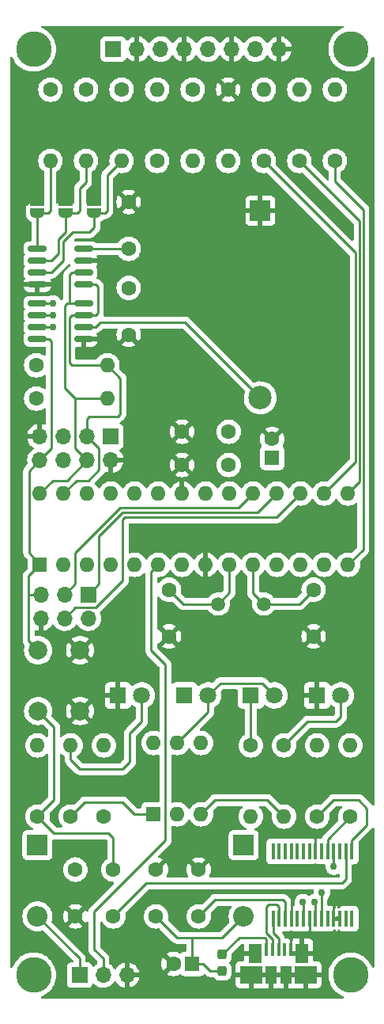
<source format=gtl>
G04 #@! TF.GenerationSoftware,KiCad,Pcbnew,6.0.7-f9a2dced07~116~ubuntu20.04.1*
G04 #@! TF.CreationDate,2022-09-25T20:21:23+02:00*
G04 #@! TF.ProjectId,Wordclock,576f7264-636c-46f6-936b-2e6b69636164,v01.3*
G04 #@! TF.SameCoordinates,Original*
G04 #@! TF.FileFunction,Copper,L1,Top*
G04 #@! TF.FilePolarity,Positive*
%FSLAX46Y46*%
G04 Gerber Fmt 4.6, Leading zero omitted, Abs format (unit mm)*
G04 Created by KiCad (PCBNEW 6.0.7-f9a2dced07~116~ubuntu20.04.1) date 2022-09-25 20:21:23*
%MOMM*%
%LPD*%
G01*
G04 APERTURE LIST*
G04 Aperture macros list*
%AMRoundRect*
0 Rectangle with rounded corners*
0 $1 Rounding radius*
0 $2 $3 $4 $5 $6 $7 $8 $9 X,Y pos of 4 corners*
0 Add a 4 corners polygon primitive as box body*
4,1,4,$2,$3,$4,$5,$6,$7,$8,$9,$2,$3,0*
0 Add four circle primitives for the rounded corners*
1,1,$1+$1,$2,$3*
1,1,$1+$1,$4,$5*
1,1,$1+$1,$6,$7*
1,1,$1+$1,$8,$9*
0 Add four rect primitives between the rounded corners*
20,1,$1+$1,$2,$3,$4,$5,0*
20,1,$1+$1,$4,$5,$6,$7,0*
20,1,$1+$1,$6,$7,$8,$9,0*
20,1,$1+$1,$8,$9,$2,$3,0*%
%AMFreePoly0*
4,1,22,0.500000,-0.750000,0.000000,-0.750000,0.000000,-0.745033,-0.079941,-0.743568,-0.215256,-0.701293,-0.333266,-0.622738,-0.424486,-0.514219,-0.481581,-0.384460,-0.499164,-0.250000,-0.500000,-0.250000,-0.500000,0.250000,-0.499164,0.250000,-0.499963,0.256109,-0.478152,0.396186,-0.417904,0.524511,-0.324060,0.630769,-0.204165,0.706417,-0.067858,0.745374,0.000000,0.744959,0.000000,0.750000,
0.500000,0.750000,0.500000,-0.750000,0.500000,-0.750000,$1*%
%AMFreePoly1*
4,1,20,0.000000,0.744959,0.073905,0.744508,0.209726,0.703889,0.328688,0.626782,0.421226,0.519385,0.479903,0.390333,0.500000,0.250000,0.500000,-0.250000,0.499851,-0.262216,0.476331,-0.402017,0.414519,-0.529596,0.319384,-0.634700,0.198574,-0.708877,0.061801,-0.746166,0.000000,-0.745033,0.000000,-0.750000,-0.500000,-0.750000,-0.500000,0.750000,0.000000,0.750000,0.000000,0.744959,
0.000000,0.744959,$1*%
G04 Aperture macros list end*
G04 #@! TA.AperFunction,ComponentPad*
%ADD10R,2.170000X2.170000*%
G04 #@! TD*
G04 #@! TA.AperFunction,ComponentPad*
%ADD11C,2.500000*%
G04 #@! TD*
G04 #@! TA.AperFunction,ComponentPad*
%ADD12C,1.600000*%
G04 #@! TD*
G04 #@! TA.AperFunction,ComponentPad*
%ADD13R,1.600000X1.600000*%
G04 #@! TD*
G04 #@! TA.AperFunction,ComponentPad*
%ADD14R,1.700000X1.700000*%
G04 #@! TD*
G04 #@! TA.AperFunction,ComponentPad*
%ADD15O,1.700000X1.700000*%
G04 #@! TD*
G04 #@! TA.AperFunction,SMDPad,CuDef*
%ADD16FreePoly0,90.000000*%
G04 #@! TD*
G04 #@! TA.AperFunction,SMDPad,CuDef*
%ADD17FreePoly1,90.000000*%
G04 #@! TD*
G04 #@! TA.AperFunction,ComponentPad*
%ADD18R,1.800000X1.800000*%
G04 #@! TD*
G04 #@! TA.AperFunction,ComponentPad*
%ADD19C,1.800000*%
G04 #@! TD*
G04 #@! TA.AperFunction,ComponentPad*
%ADD20O,1.600000X1.600000*%
G04 #@! TD*
G04 #@! TA.AperFunction,SMDPad,CuDef*
%ADD21RoundRect,0.237500X0.237500X-0.287500X0.237500X0.287500X-0.237500X0.287500X-0.237500X-0.287500X0*%
G04 #@! TD*
G04 #@! TA.AperFunction,ComponentPad*
%ADD22C,1.500000*%
G04 #@! TD*
G04 #@! TA.AperFunction,ComponentPad*
%ADD23C,3.800000*%
G04 #@! TD*
G04 #@! TA.AperFunction,ComponentPad*
%ADD24R,2.200000X2.200000*%
G04 #@! TD*
G04 #@! TA.AperFunction,ComponentPad*
%ADD25O,2.200000X2.200000*%
G04 #@! TD*
G04 #@! TA.AperFunction,SMDPad,CuDef*
%ADD26RoundRect,0.150000X-0.825000X-0.150000X0.825000X-0.150000X0.825000X0.150000X-0.825000X0.150000X0*%
G04 #@! TD*
G04 #@! TA.AperFunction,SMDPad,CuDef*
%ADD27R,0.450000X1.750000*%
G04 #@! TD*
G04 #@! TA.AperFunction,SMDPad,CuDef*
%ADD28R,0.450000X1.380000*%
G04 #@! TD*
G04 #@! TA.AperFunction,SMDPad,CuDef*
%ADD29R,2.375000X1.900000*%
G04 #@! TD*
G04 #@! TA.AperFunction,SMDPad,CuDef*
%ADD30R,1.175000X1.900000*%
G04 #@! TD*
G04 #@! TA.AperFunction,SMDPad,CuDef*
%ADD31R,1.475000X2.100000*%
G04 #@! TD*
G04 #@! TA.AperFunction,ComponentPad*
%ADD32C,2.000000*%
G04 #@! TD*
G04 #@! TA.AperFunction,ViaPad*
%ADD33C,0.762000*%
G04 #@! TD*
G04 #@! TA.AperFunction,Conductor*
%ADD34C,0.254000*%
G04 #@! TD*
G04 APERTURE END LIST*
D10*
X162179000Y-66802000D03*
D11*
X162179000Y-86802000D03*
D12*
X142367000Y-142240000D03*
X142367000Y-137240000D03*
X155575000Y-142240000D03*
X155575000Y-137240000D03*
X146431000Y-137240000D03*
X146431000Y-142240000D03*
D13*
X163449000Y-93218000D03*
D12*
X163449000Y-91218000D03*
D13*
X154887000Y-147320000D03*
D12*
X152887000Y-147320000D03*
X151003000Y-137240000D03*
X151003000Y-142240000D03*
X152400000Y-112315000D03*
X152400000Y-107315000D03*
X167894000Y-112315000D03*
X167894000Y-107315000D03*
X148082000Y-70866000D03*
X148082000Y-65866000D03*
X148082000Y-75057000D03*
X148082000Y-80057000D03*
D14*
X146431000Y-49524000D03*
D15*
X148971000Y-49524000D03*
X151511000Y-49524000D03*
X154051000Y-49524000D03*
X156591000Y-49524000D03*
X159131000Y-49524000D03*
X161671000Y-49524000D03*
X164211000Y-49524000D03*
D16*
X144399000Y-67056000D03*
D17*
X144399000Y-65756000D03*
D16*
X141351000Y-67056000D03*
D17*
X141351000Y-65756000D03*
D16*
X138303000Y-67056000D03*
D17*
X138303000Y-65756000D03*
D18*
X168275000Y-118618000D03*
D19*
X170815000Y-118618000D03*
D18*
X146939000Y-118618000D03*
D19*
X149479000Y-118618000D03*
D12*
X138303000Y-131572000D03*
D20*
X138303000Y-123952000D03*
D12*
X145415000Y-131572000D03*
D20*
X145415000Y-123952000D03*
D12*
X161163000Y-123952000D03*
D20*
X161163000Y-131572000D03*
D12*
X168275000Y-131572000D03*
D20*
X168275000Y-123952000D03*
D12*
X171831000Y-131572000D03*
D20*
X171831000Y-123952000D03*
D12*
X141859000Y-131572000D03*
D20*
X141859000Y-123952000D03*
D12*
X164719000Y-123952000D03*
D20*
X164719000Y-131572000D03*
D12*
X138176000Y-86868000D03*
D20*
X145796000Y-86868000D03*
D12*
X138176000Y-83312000D03*
D20*
X145796000Y-83312000D03*
D21*
X158115000Y-148082000D03*
X158115000Y-146332000D03*
D18*
X161163000Y-118618000D03*
D19*
X163703000Y-118618000D03*
D13*
X150749000Y-131318000D03*
D20*
X153289000Y-131318000D03*
X155829000Y-131318000D03*
X155829000Y-123698000D03*
X153289000Y-123698000D03*
X150749000Y-123698000D03*
D18*
X154051000Y-118618000D03*
D19*
X156591000Y-118618000D03*
D22*
X157680000Y-108839000D03*
X162560000Y-108839000D03*
D23*
X137887000Y-148524000D03*
X171887000Y-148524000D03*
X171887000Y-49524000D03*
D24*
X138303000Y-134620000D03*
D25*
X138303000Y-142240000D03*
D24*
X160401000Y-134620000D03*
D25*
X160401000Y-142240000D03*
D14*
X142807000Y-148524000D03*
D15*
X145347000Y-148524000D03*
X147887000Y-148524000D03*
D26*
X138303000Y-76708000D03*
X138303000Y-77978000D03*
X138303000Y-79248000D03*
X138303000Y-80518000D03*
X143253000Y-80518000D03*
X143253000Y-79248000D03*
X143253000Y-77978000D03*
X143253000Y-76708000D03*
D27*
X171992000Y-135294000D03*
X171342000Y-135294000D03*
X170692000Y-135294000D03*
X170042000Y-135294000D03*
X169392000Y-135294000D03*
X168742000Y-135294000D03*
X168092000Y-135294000D03*
X167442000Y-135294000D03*
X166792000Y-135294000D03*
X166142000Y-135294000D03*
X165492000Y-135294000D03*
X164842000Y-135294000D03*
X164192000Y-135294000D03*
X163542000Y-135294000D03*
X163542000Y-142494000D03*
X164192000Y-142494000D03*
X164842000Y-142494000D03*
X165492000Y-142494000D03*
X166142000Y-142494000D03*
X166792000Y-142494000D03*
X167442000Y-142494000D03*
X168092000Y-142494000D03*
X168742000Y-142494000D03*
X169392000Y-142494000D03*
X170042000Y-142494000D03*
X170692000Y-142494000D03*
X171342000Y-142494000D03*
X171992000Y-142494000D03*
D13*
X138557000Y-104648000D03*
D20*
X141097000Y-104648000D03*
X143637000Y-104648000D03*
X146177000Y-104648000D03*
X148717000Y-104648000D03*
X151257000Y-104648000D03*
X153797000Y-104648000D03*
X156337000Y-104648000D03*
X158877000Y-104648000D03*
X161417000Y-104648000D03*
X163957000Y-104648000D03*
X166497000Y-104648000D03*
X169037000Y-104648000D03*
X171577000Y-104648000D03*
X171577000Y-97028000D03*
X169037000Y-97028000D03*
X166497000Y-97028000D03*
X163957000Y-97028000D03*
X161417000Y-97028000D03*
X158877000Y-97028000D03*
X156337000Y-97028000D03*
X153797000Y-97028000D03*
X151257000Y-97028000D03*
X148717000Y-97028000D03*
X146177000Y-97028000D03*
X143637000Y-97028000D03*
X141097000Y-97028000D03*
X138557000Y-97028000D03*
D12*
X153797000Y-90424000D03*
X158797000Y-90424000D03*
X139700000Y-53848000D03*
D20*
X139700000Y-61468000D03*
D12*
X154940000Y-53848000D03*
D20*
X154940000Y-61468000D03*
D12*
X151130000Y-61468000D03*
D20*
X151130000Y-53848000D03*
D12*
X143510000Y-53848000D03*
D20*
X143510000Y-61468000D03*
D12*
X166370000Y-61468000D03*
D20*
X166370000Y-53848000D03*
D12*
X162560000Y-61468000D03*
D20*
X162560000Y-53848000D03*
D12*
X170180000Y-61468000D03*
D20*
X170180000Y-53848000D03*
D23*
X137887000Y-49524000D03*
D12*
X147320000Y-53848000D03*
D20*
X147320000Y-61468000D03*
D28*
X162833500Y-145817000D03*
X163483500Y-145817000D03*
X164133500Y-145817000D03*
X164783500Y-145817000D03*
X165433500Y-145817000D03*
D29*
X167046000Y-148477000D03*
D30*
X163296000Y-148477000D03*
D31*
X166596000Y-146177000D03*
D29*
X161221000Y-148477000D03*
D30*
X164971000Y-148477000D03*
D31*
X161671000Y-146177000D03*
D32*
X138375000Y-120292000D03*
X138375000Y-113792000D03*
X142875000Y-113792000D03*
X142875000Y-120292000D03*
D26*
X138303000Y-70866000D03*
X138303000Y-72136000D03*
X138303000Y-73406000D03*
X138303000Y-74676000D03*
X143253000Y-74676000D03*
X143253000Y-73406000D03*
X143253000Y-72136000D03*
X143253000Y-70866000D03*
D14*
X143764000Y-107823000D03*
D15*
X143764000Y-110363000D03*
X141224000Y-107823000D03*
X141224000Y-110363000D03*
X138684000Y-107823000D03*
X138684000Y-110363000D03*
D12*
X153797000Y-93980000D03*
X158797000Y-93980000D03*
D14*
X146177000Y-90932000D03*
D15*
X146177000Y-93472000D03*
X143637000Y-90932000D03*
X143637000Y-93472000D03*
X141097000Y-90932000D03*
X141097000Y-93472000D03*
X138557000Y-90932000D03*
X138557000Y-93472000D03*
D12*
X158750000Y-53848000D03*
D20*
X158750000Y-61468000D03*
D33*
X168021000Y-140716000D03*
X168783000Y-139700000D03*
X139954000Y-79248000D03*
X166751000Y-140716000D03*
X170053000Y-136906000D03*
X139954000Y-77978000D03*
X139954000Y-76708000D03*
D34*
X170042000Y-140727000D02*
X170042000Y-142494000D01*
X167442000Y-142494000D02*
X167442000Y-143962000D01*
X165433500Y-145817000D02*
X165433500Y-144446500D01*
X168092000Y-135294000D02*
X168092000Y-133929000D01*
X165492000Y-140727000D02*
X165492000Y-142494000D01*
X164592000Y-140462000D02*
X157353000Y-140462000D01*
X164842000Y-142494000D02*
X164842000Y-140712000D01*
X157353000Y-140462000D02*
X155575000Y-142240000D01*
X164842000Y-140712000D02*
X164592000Y-140462000D01*
X146431000Y-142240000D02*
X149961599Y-138709401D01*
X149961599Y-138709401D02*
X170916599Y-138709401D01*
X171342000Y-138284000D02*
X171342000Y-135294000D01*
X170916599Y-138709401D02*
X171342000Y-138284000D01*
X154887000Y-144600000D02*
X154813000Y-144526000D01*
X153289000Y-144526000D02*
X151003000Y-142240000D01*
X158115000Y-148082000D02*
X156845000Y-148082000D01*
X160401000Y-142240000D02*
X158115000Y-144526000D01*
X154813000Y-144526000D02*
X153289000Y-144526000D01*
X158115000Y-144526000D02*
X154813000Y-144526000D01*
X154887000Y-147320000D02*
X156083000Y-147320000D01*
X156083000Y-147320000D02*
X156845000Y-148082000D01*
X154887000Y-147320000D02*
X154887000Y-144600000D01*
X158877000Y-107642000D02*
X157680000Y-108839000D01*
X157680000Y-108839000D02*
X153924000Y-108839000D01*
X153924000Y-108839000D02*
X152400000Y-107315000D01*
X158877000Y-104648000D02*
X158877000Y-107642000D01*
X166370000Y-108839000D02*
X167894000Y-107315000D01*
X161417000Y-107696000D02*
X162560000Y-108839000D01*
X161417000Y-104648000D02*
X161417000Y-107696000D01*
X162560000Y-108839000D02*
X166370000Y-108839000D01*
X142807000Y-146744000D02*
X138303000Y-142240000D01*
X142807000Y-148524000D02*
X142807000Y-146744000D01*
X159921000Y-144526000D02*
X158115000Y-146332000D01*
X162687000Y-144526000D02*
X159921000Y-144526000D01*
X162833500Y-144672500D02*
X162687000Y-144526000D01*
X162833500Y-145817000D02*
X162833500Y-144672500D01*
X162814000Y-144018000D02*
X163483500Y-144687500D01*
X163068000Y-140970000D02*
X162814000Y-141224000D01*
X162814000Y-141224000D02*
X162814000Y-144018000D01*
X163957000Y-140970000D02*
X163068000Y-140970000D01*
X163483500Y-144687500D02*
X163483500Y-145817000D01*
X164192000Y-142494000D02*
X164192000Y-141205000D01*
X164192000Y-141205000D02*
X163957000Y-140970000D01*
X163542000Y-143984000D02*
X163542000Y-142494000D01*
X164133500Y-145817000D02*
X164133500Y-144575500D01*
X164133500Y-144575500D02*
X163542000Y-143984000D01*
X145347000Y-146744000D02*
X145347000Y-148524000D01*
X144399000Y-141732000D02*
X144399000Y-145796000D01*
X151257000Y-104648000D02*
X150495000Y-105410000D01*
X150495000Y-113792000D02*
X152019000Y-115316000D01*
X152019000Y-115316000D02*
X152019000Y-134112000D01*
X144399000Y-145796000D02*
X145347000Y-146744000D01*
X152019000Y-134112000D02*
X144399000Y-141732000D01*
X150495000Y-105410000D02*
X150495000Y-113792000D01*
X172415200Y-71323200D02*
X162560000Y-61468000D01*
X169037000Y-97028000D02*
X172415200Y-93649800D01*
X172415200Y-93649800D02*
X172415200Y-71323200D01*
X170180000Y-63627000D02*
X173228000Y-66675000D01*
X170180000Y-61468000D02*
X170180000Y-63627000D01*
X173228000Y-102997000D02*
X171577000Y-104648000D01*
X173228000Y-66675000D02*
X173228000Y-102997000D01*
X163957000Y-97028000D02*
X161925000Y-99060000D01*
X147447000Y-99060000D02*
X144907000Y-101600000D01*
X143764000Y-107823000D02*
X144907000Y-106680000D01*
X144907000Y-101600000D02*
X144907000Y-106680000D01*
X161925000Y-99060000D02*
X147447000Y-99060000D01*
X147193000Y-98552000D02*
X142367000Y-103378000D01*
X142367000Y-103378000D02*
X142367000Y-106680000D01*
X159893000Y-98552000D02*
X147193000Y-98552000D01*
X142367000Y-106680000D02*
X141224000Y-107823000D01*
X161417000Y-97028000D02*
X159893000Y-98552000D01*
X144569922Y-109220000D02*
X147447000Y-106342922D01*
X142367000Y-109220000D02*
X144569922Y-109220000D01*
X147447000Y-106342922D02*
X147447000Y-99822000D01*
X147701000Y-99568000D02*
X163957000Y-99568000D01*
X141224000Y-110363000D02*
X142367000Y-109220000D01*
X147447000Y-99822000D02*
X147701000Y-99568000D01*
X163957000Y-99568000D02*
X166497000Y-97028000D01*
X149479000Y-121412000D02*
X149479000Y-118618000D01*
X148209000Y-122682000D02*
X149479000Y-121412000D01*
X148209000Y-125730000D02*
X148209000Y-122682000D01*
X142875000Y-126492000D02*
X147447000Y-126492000D01*
X147447000Y-126492000D02*
X148209000Y-125730000D01*
X141859000Y-123952000D02*
X141859000Y-125476000D01*
X141859000Y-125476000D02*
X142875000Y-126492000D01*
X168092000Y-140787000D02*
X168021000Y-140716000D01*
X168092000Y-142494000D02*
X168092000Y-140787000D01*
X168742000Y-142494000D02*
X168742000Y-139741000D01*
X168742000Y-139741000D02*
X168783000Y-139700000D01*
X143383000Y-130048000D02*
X141859000Y-131572000D01*
X148717000Y-131318000D02*
X147447000Y-130048000D01*
X147447000Y-130048000D02*
X143383000Y-130048000D01*
X150749000Y-131318000D02*
X148717000Y-131318000D01*
X155829000Y-131318000D02*
X157353000Y-129794000D01*
X162941000Y-129794000D02*
X164719000Y-131572000D01*
X157353000Y-129794000D02*
X162941000Y-129794000D01*
X143637000Y-90932000D02*
X143637000Y-89027000D01*
X141986000Y-77978000D02*
X141732000Y-78232000D01*
X141732000Y-83058000D02*
X141986000Y-83312000D01*
X143253000Y-77978000D02*
X141986000Y-77978000D01*
X143891000Y-88773000D02*
X146939000Y-88773000D01*
X141986000Y-83312000D02*
X145796000Y-83312000D01*
X143637000Y-89027000D02*
X143891000Y-88773000D01*
X144907000Y-92202000D02*
X143637000Y-90932000D01*
X144907000Y-94488000D02*
X144907000Y-92202000D01*
X141097000Y-97028000D02*
X142494000Y-95631000D01*
X147193000Y-88519000D02*
X147193000Y-84709000D01*
X141732000Y-78232000D02*
X141732000Y-83058000D01*
X144526000Y-74676000D02*
X143253000Y-74676000D01*
X143764000Y-95631000D02*
X144907000Y-94488000D01*
X144780000Y-77724000D02*
X144780000Y-74930000D01*
X146939000Y-88773000D02*
X147193000Y-88519000D01*
X144526000Y-77978000D02*
X144780000Y-77724000D01*
X147193000Y-84709000D02*
X145796000Y-83312000D01*
X142494000Y-95631000D02*
X143764000Y-95631000D01*
X144780000Y-74930000D02*
X144526000Y-74676000D01*
X143253000Y-77978000D02*
X144526000Y-77978000D01*
X143637000Y-93472000D02*
X141478000Y-95631000D01*
X142367000Y-92202000D02*
X142367000Y-86868000D01*
X141224000Y-85725000D02*
X141224000Y-76962000D01*
X145796000Y-86868000D02*
X142367000Y-86868000D01*
X143253000Y-73406000D02*
X141986000Y-73406000D01*
X141732000Y-73660000D02*
X141732000Y-76708000D01*
X139954000Y-95631000D02*
X138557000Y-97028000D01*
X142367000Y-86868000D02*
X141224000Y-85725000D01*
X141478000Y-76708000D02*
X141732000Y-76708000D01*
X141732000Y-76708000D02*
X143253000Y-76708000D01*
X141986000Y-73406000D02*
X141732000Y-73660000D01*
X141478000Y-95631000D02*
X139954000Y-95631000D01*
X141224000Y-76962000D02*
X141478000Y-76708000D01*
X143637000Y-93472000D02*
X142367000Y-92202000D01*
X138303000Y-79248000D02*
X139954000Y-79248000D01*
X162421999Y-117336999D02*
X163703000Y-118618000D01*
X157872001Y-117336999D02*
X162421999Y-117336999D01*
X153289000Y-123698000D02*
X156591000Y-120396000D01*
X156591000Y-120396000D02*
X156591000Y-118618000D01*
X156591000Y-118618000D02*
X157872001Y-117336999D01*
X139700000Y-61468000D02*
X139700000Y-66802000D01*
X138303000Y-70866000D02*
X138303000Y-67056000D01*
X139446000Y-67056000D02*
X138303000Y-67056000D01*
X139700000Y-66802000D02*
X139446000Y-67056000D01*
X138303000Y-72136000D02*
X139827000Y-72136000D01*
X142621000Y-67056000D02*
X142875000Y-66802000D01*
X143510000Y-63754000D02*
X142875000Y-64389000D01*
X140589000Y-71374000D02*
X140589000Y-69850000D01*
X140589000Y-69850000D02*
X141351000Y-69088000D01*
X143510000Y-61468000D02*
X143510000Y-63754000D01*
X141351000Y-69088000D02*
X141351000Y-67056000D01*
X139827000Y-72136000D02*
X140589000Y-71374000D01*
X141351000Y-67056000D02*
X142621000Y-67056000D01*
X142875000Y-64389000D02*
X142875000Y-66802000D01*
X145796000Y-66802000D02*
X145796000Y-62992000D01*
X139827000Y-73406000D02*
X141097000Y-72136000D01*
X144399000Y-67056000D02*
X145542000Y-67056000D01*
X142113000Y-69088000D02*
X143891000Y-69088000D01*
X141097000Y-70104000D02*
X142113000Y-69088000D01*
X144399000Y-68580000D02*
X144399000Y-67056000D01*
X141097000Y-72136000D02*
X141097000Y-70104000D01*
X143891000Y-69088000D02*
X144399000Y-68580000D01*
X138303000Y-73406000D02*
X139827000Y-73406000D01*
X145542000Y-67056000D02*
X145796000Y-66802000D01*
X145796000Y-62992000D02*
X147320000Y-61468000D01*
X172821600Y-67919600D02*
X172821600Y-95783400D01*
X172821600Y-95783400D02*
X171577000Y-97028000D01*
X166370000Y-61468000D02*
X172821600Y-67919600D01*
X161163000Y-123952000D02*
X161163000Y-118618000D01*
X170307000Y-121412000D02*
X170815000Y-120904000D01*
X164719000Y-123952000D02*
X167259000Y-121412000D01*
X167259000Y-121412000D02*
X170307000Y-121412000D01*
X170815000Y-120904000D02*
X170815000Y-118618000D01*
X145034000Y-78740000D02*
X154117000Y-78740000D01*
X144526000Y-79248000D02*
X145034000Y-78740000D01*
X143253000Y-79248000D02*
X144526000Y-79248000D01*
X162179000Y-86802000D02*
X154117000Y-78740000D01*
X170042000Y-135294000D02*
X170042000Y-136895000D01*
X138303000Y-77978000D02*
X139954000Y-77978000D01*
X143253000Y-70866000D02*
X148129000Y-70866000D01*
X166792000Y-142494000D02*
X166792000Y-140757000D01*
X170042000Y-136895000D02*
X170053000Y-136906000D01*
X166792000Y-140757000D02*
X166751000Y-140716000D01*
X137414000Y-103378000D02*
X138557000Y-104521000D01*
X146431000Y-133858000D02*
X146431000Y-137240000D01*
X137375001Y-112792001D02*
X137375001Y-107861999D01*
X140081000Y-129794000D02*
X140081000Y-121998000D01*
X137375001Y-107861999D02*
X137375001Y-105829999D01*
X138557000Y-93472000D02*
X139827000Y-92202000D01*
X145923000Y-133350000D02*
X146431000Y-133858000D01*
X137414000Y-94615000D02*
X137414000Y-103378000D01*
X139827000Y-80772000D02*
X139573000Y-80518000D01*
X139573000Y-80518000D02*
X138303000Y-80518000D01*
X138303000Y-131572000D02*
X140081000Y-129794000D01*
X140081000Y-121998000D02*
X138375000Y-120292000D01*
X137414000Y-107823000D02*
X137375001Y-107861999D01*
X139827000Y-92202000D02*
X139827000Y-80772000D01*
X137375001Y-105829999D02*
X138557000Y-104648000D01*
X138684000Y-107823000D02*
X137414000Y-107823000D01*
X138557000Y-104521000D02*
X138557000Y-104648000D01*
X138303000Y-131572000D02*
X140081000Y-133350000D01*
X138375000Y-113792000D02*
X137375001Y-112792001D01*
X138557000Y-93472000D02*
X137414000Y-94615000D01*
X140081000Y-133350000D02*
X145923000Y-133350000D01*
X138303000Y-76708000D02*
X139954000Y-76708000D01*
X169392000Y-134011000D02*
X171831000Y-131572000D01*
X169392000Y-135294000D02*
X169392000Y-134011000D01*
X170053000Y-129794000D02*
X168275000Y-131572000D01*
X171992000Y-134078000D02*
X173609000Y-132461000D01*
X171992000Y-135294000D02*
X171992000Y-134078000D01*
X172720000Y-129794000D02*
X170053000Y-129794000D01*
X173609000Y-130683000D02*
X172720000Y-129794000D01*
X173609000Y-132461000D02*
X173609000Y-130683000D01*
G04 #@! TA.AperFunction,Conductor*
G36*
X171044792Y-47052502D02*
G01*
X171091285Y-47106158D01*
X171101389Y-47176432D01*
X171071895Y-47241012D01*
X171023055Y-47275652D01*
X170863157Y-47338960D01*
X170863152Y-47338962D01*
X170859483Y-47340415D01*
X170593910Y-47486416D01*
X170348729Y-47664550D01*
X170127808Y-47872008D01*
X169934630Y-48105520D01*
X169772242Y-48361402D01*
X169737279Y-48435703D01*
X169680538Y-48556285D01*
X169643206Y-48635619D01*
X169549555Y-48923846D01*
X169492767Y-49221538D01*
X169473738Y-49524000D01*
X169492767Y-49826462D01*
X169549555Y-50124154D01*
X169582949Y-50226930D01*
X169640147Y-50402965D01*
X169643206Y-50412381D01*
X169644893Y-50415967D01*
X169644895Y-50415971D01*
X169681456Y-50493667D01*
X169772242Y-50686598D01*
X169934630Y-50942480D01*
X170127808Y-51175992D01*
X170348729Y-51383450D01*
X170593910Y-51561584D01*
X170859483Y-51707585D01*
X170863152Y-51709038D01*
X170863157Y-51709040D01*
X171137591Y-51817696D01*
X171141261Y-51819149D01*
X171434800Y-51894516D01*
X171735470Y-51932500D01*
X172038530Y-51932500D01*
X172339200Y-51894516D01*
X172632739Y-51819149D01*
X172636409Y-51817696D01*
X172910843Y-51709040D01*
X172910848Y-51709038D01*
X172914517Y-51707585D01*
X173180090Y-51561584D01*
X173425271Y-51383450D01*
X173646192Y-51175992D01*
X173839370Y-50942480D01*
X174001758Y-50686598D01*
X174092544Y-50493667D01*
X174129105Y-50415971D01*
X174129107Y-50415967D01*
X174130794Y-50412381D01*
X174132668Y-50406614D01*
X174133004Y-50406123D01*
X174133475Y-50404933D01*
X174133745Y-50405040D01*
X174172743Y-50348009D01*
X174238140Y-50320374D01*
X174308097Y-50332482D01*
X174360402Y-50380490D01*
X174378500Y-50445553D01*
X174378500Y-130273160D01*
X174358498Y-130341281D01*
X174304842Y-130387774D01*
X174234568Y-130397878D01*
X174169988Y-130368384D01*
X174150567Y-130347225D01*
X174144239Y-130338516D01*
X174137719Y-130328590D01*
X174119174Y-130297232D01*
X174119171Y-130297228D01*
X174115134Y-130290402D01*
X174100750Y-130276018D01*
X174087909Y-130260984D01*
X174080602Y-130250927D01*
X174075942Y-130244513D01*
X174041750Y-130216227D01*
X174032969Y-130208237D01*
X173225245Y-129400512D01*
X173217675Y-129392193D01*
X173213553Y-129385697D01*
X173187519Y-129361249D01*
X173163735Y-129338915D01*
X173160893Y-129336160D01*
X173141094Y-129316361D01*
X173137969Y-129313937D01*
X173137960Y-129313929D01*
X173137874Y-129313863D01*
X173128849Y-129306155D01*
X173102285Y-129281210D01*
X173096506Y-129275783D01*
X173078669Y-129265977D01*
X173062153Y-129255127D01*
X173046067Y-129242650D01*
X173005334Y-129225024D01*
X172994686Y-129219807D01*
X172965787Y-129203920D01*
X172955803Y-129198431D01*
X172948128Y-129196460D01*
X172948122Y-129196458D01*
X172936089Y-129193369D01*
X172917387Y-129186966D01*
X172898708Y-129178883D01*
X172858913Y-129172580D01*
X172854873Y-129171940D01*
X172843260Y-129169535D01*
X172800282Y-129158500D01*
X172779935Y-129158500D01*
X172760224Y-129156949D01*
X172747950Y-129155005D01*
X172740121Y-129153765D01*
X172732229Y-129154511D01*
X172695944Y-129157941D01*
X172684086Y-129158500D01*
X170132032Y-129158500D01*
X170120793Y-129157970D01*
X170113281Y-129156291D01*
X170105356Y-129156540D01*
X170105355Y-129156540D01*
X170044970Y-129158438D01*
X170041012Y-129158500D01*
X170013017Y-129158500D01*
X170009083Y-129158997D01*
X170009081Y-129158997D01*
X170008994Y-129159008D01*
X169997160Y-129159940D01*
X169952795Y-129161335D01*
X169945182Y-129163547D01*
X169945181Y-129163547D01*
X169933252Y-129167013D01*
X169913888Y-129171023D01*
X169901560Y-129172580D01*
X169901558Y-129172580D01*
X169893701Y-129173573D01*
X169886337Y-129176489D01*
X169886332Y-129176490D01*
X169852444Y-129189907D01*
X169841215Y-129193752D01*
X169831902Y-129196458D01*
X169798607Y-129206131D01*
X169791781Y-129210168D01*
X169781091Y-129216490D01*
X169763341Y-129225187D01*
X169744412Y-129232681D01*
X169737998Y-129237341D01*
X169708514Y-129258762D01*
X169698594Y-129265278D01*
X169667229Y-129283827D01*
X169667228Y-129283828D01*
X169660402Y-129287865D01*
X169646014Y-129302253D01*
X169630980Y-129315094D01*
X169614513Y-129327058D01*
X169609460Y-129333166D01*
X169586228Y-129361249D01*
X169578238Y-129370029D01*
X168686017Y-130262250D01*
X168623705Y-130296276D01*
X168564310Y-130294861D01*
X168508409Y-130279882D01*
X168508398Y-130279880D01*
X168503087Y-130278457D01*
X168275000Y-130258502D01*
X168046913Y-130278457D01*
X168041600Y-130279881D01*
X168041598Y-130279881D01*
X167831067Y-130336293D01*
X167831065Y-130336294D01*
X167825757Y-130337716D01*
X167820776Y-130340039D01*
X167820775Y-130340039D01*
X167623238Y-130432151D01*
X167623233Y-130432154D01*
X167618251Y-130434477D01*
X167562235Y-130473700D01*
X167435211Y-130562643D01*
X167435208Y-130562645D01*
X167430700Y-130565802D01*
X167268802Y-130727700D01*
X167265645Y-130732208D01*
X167265643Y-130732211D01*
X167250567Y-130753742D01*
X167137477Y-130915251D01*
X167135154Y-130920233D01*
X167135151Y-130920238D01*
X167058510Y-131084598D01*
X167040716Y-131122757D01*
X167039294Y-131128065D01*
X167039293Y-131128067D01*
X166989867Y-131312525D01*
X166981457Y-131343913D01*
X166961502Y-131572000D01*
X166981457Y-131800087D01*
X166982881Y-131805400D01*
X166982881Y-131805402D01*
X167030474Y-131983018D01*
X167040716Y-132021243D01*
X167043039Y-132026224D01*
X167043039Y-132026225D01*
X167135151Y-132223762D01*
X167135154Y-132223767D01*
X167137477Y-132228749D01*
X167268802Y-132416300D01*
X167430700Y-132578198D01*
X167435208Y-132581355D01*
X167435211Y-132581357D01*
X167481502Y-132613770D01*
X167618251Y-132709523D01*
X167623233Y-132711846D01*
X167623238Y-132711849D01*
X167814734Y-132801144D01*
X167825757Y-132806284D01*
X167831065Y-132807706D01*
X167831067Y-132807707D01*
X168041598Y-132864119D01*
X168041600Y-132864119D01*
X168046913Y-132865543D01*
X168275000Y-132885498D01*
X168503087Y-132865543D01*
X168508400Y-132864119D01*
X168508402Y-132864119D01*
X168718933Y-132807707D01*
X168718935Y-132807706D01*
X168724243Y-132806284D01*
X168735266Y-132801144D01*
X168926762Y-132711849D01*
X168926767Y-132711846D01*
X168931749Y-132709523D01*
X169068498Y-132613770D01*
X169114789Y-132581357D01*
X169114792Y-132581355D01*
X169119300Y-132578198D01*
X169281198Y-132416300D01*
X169412523Y-132228749D01*
X169414846Y-132223767D01*
X169414849Y-132223762D01*
X169506961Y-132026225D01*
X169506961Y-132026224D01*
X169509284Y-132021243D01*
X169519527Y-131983018D01*
X169567119Y-131805402D01*
X169567119Y-131805400D01*
X169568543Y-131800087D01*
X169588498Y-131572000D01*
X169568543Y-131343913D01*
X169552138Y-131282688D01*
X169553828Y-131211713D01*
X169584750Y-131160982D01*
X169931236Y-130814497D01*
X170279329Y-130466404D01*
X170341641Y-130432379D01*
X170368424Y-130429500D01*
X170818812Y-130429500D01*
X170886933Y-130449502D01*
X170933426Y-130503158D01*
X170943530Y-130573432D01*
X170914036Y-130638012D01*
X170907907Y-130644595D01*
X170824802Y-130727700D01*
X170821645Y-130732208D01*
X170821643Y-130732211D01*
X170806567Y-130753742D01*
X170693477Y-130915251D01*
X170691154Y-130920233D01*
X170691151Y-130920238D01*
X170614510Y-131084598D01*
X170596716Y-131122757D01*
X170595294Y-131128065D01*
X170595293Y-131128067D01*
X170545867Y-131312525D01*
X170537457Y-131343913D01*
X170517502Y-131572000D01*
X170537457Y-131800087D01*
X170538881Y-131805400D01*
X170538881Y-131805402D01*
X170553862Y-131861312D01*
X170552172Y-131932289D01*
X170521251Y-131983017D01*
X169757363Y-132746904D01*
X168998517Y-133505750D01*
X168990191Y-133513326D01*
X168983697Y-133517447D01*
X168978274Y-133523222D01*
X168936915Y-133567265D01*
X168934160Y-133570107D01*
X168914361Y-133589906D01*
X168911937Y-133593031D01*
X168911929Y-133593040D01*
X168911863Y-133593126D01*
X168904155Y-133602151D01*
X168873783Y-133634494D01*
X168864207Y-133651913D01*
X168863978Y-133652329D01*
X168853127Y-133668847D01*
X168840650Y-133684933D01*
X168823024Y-133725666D01*
X168817807Y-133736314D01*
X168796431Y-133775197D01*
X168794460Y-133782872D01*
X168794458Y-133782878D01*
X168791369Y-133794911D01*
X168784966Y-133813613D01*
X168776883Y-133832292D01*
X168776882Y-133832295D01*
X168774245Y-133831154D01*
X168743381Y-133879485D01*
X168678886Y-133909165D01*
X168660593Y-133910500D01*
X168468866Y-133910500D01*
X168428280Y-133914909D01*
X168401067Y-133914909D01*
X168368483Y-133911369D01*
X168361672Y-133911000D01*
X168335115Y-133911000D01*
X168319876Y-133915475D01*
X168297611Y-133941170D01*
X168297082Y-133940712D01*
X168290318Y-133953100D01*
X168270161Y-133968207D01*
X168270295Y-133968385D01*
X168167565Y-134045377D01*
X168101059Y-134070225D01*
X168031676Y-134055172D01*
X168016435Y-134045377D01*
X167941864Y-133989489D01*
X167913705Y-133968385D01*
X167913921Y-133968096D01*
X167867861Y-133921935D01*
X167865647Y-133916582D01*
X167861135Y-133912672D01*
X167853452Y-133911001D01*
X167822330Y-133911001D01*
X167815512Y-133911370D01*
X167782933Y-133914909D01*
X167755720Y-133914909D01*
X167715134Y-133910500D01*
X167168866Y-133910500D01*
X167165471Y-133910869D01*
X167165467Y-133910869D01*
X167139469Y-133913693D01*
X167130606Y-133914656D01*
X167103394Y-133914656D01*
X167094531Y-133913693D01*
X167068533Y-133910869D01*
X167068529Y-133910869D01*
X167065134Y-133910500D01*
X166518866Y-133910500D01*
X166515471Y-133910869D01*
X166515467Y-133910869D01*
X166489469Y-133913693D01*
X166480606Y-133914656D01*
X166453394Y-133914656D01*
X166444531Y-133913693D01*
X166418533Y-133910869D01*
X166418529Y-133910869D01*
X166415134Y-133910500D01*
X165868866Y-133910500D01*
X165865471Y-133910869D01*
X165865467Y-133910869D01*
X165839469Y-133913693D01*
X165830606Y-133914656D01*
X165803394Y-133914656D01*
X165794531Y-133913693D01*
X165768533Y-133910869D01*
X165768529Y-133910869D01*
X165765134Y-133910500D01*
X165218866Y-133910500D01*
X165215471Y-133910869D01*
X165215467Y-133910869D01*
X165189469Y-133913693D01*
X165180606Y-133914656D01*
X165153394Y-133914656D01*
X165144531Y-133913693D01*
X165118533Y-133910869D01*
X165118529Y-133910869D01*
X165115134Y-133910500D01*
X164568866Y-133910500D01*
X164565471Y-133910869D01*
X164565467Y-133910869D01*
X164539469Y-133913693D01*
X164530606Y-133914656D01*
X164503394Y-133914656D01*
X164494531Y-133913693D01*
X164468533Y-133910869D01*
X164468529Y-133910869D01*
X164465134Y-133910500D01*
X163918866Y-133910500D01*
X163915471Y-133910869D01*
X163915467Y-133910869D01*
X163889469Y-133913693D01*
X163880606Y-133914656D01*
X163853394Y-133914656D01*
X163844531Y-133913693D01*
X163818533Y-133910869D01*
X163818529Y-133910869D01*
X163815134Y-133910500D01*
X163268866Y-133910500D01*
X163206684Y-133917255D01*
X163070295Y-133968385D01*
X162953739Y-134055739D01*
X162866385Y-134172295D01*
X162815255Y-134308684D01*
X162808500Y-134370866D01*
X162808500Y-136217134D01*
X162815255Y-136279316D01*
X162866385Y-136415705D01*
X162953739Y-136532261D01*
X163070295Y-136619615D01*
X163206684Y-136670745D01*
X163268866Y-136677500D01*
X163815134Y-136677500D01*
X163818529Y-136677131D01*
X163818533Y-136677131D01*
X163844531Y-136674307D01*
X163853394Y-136673344D01*
X163880606Y-136673344D01*
X163889469Y-136674307D01*
X163915467Y-136677131D01*
X163915471Y-136677131D01*
X163918866Y-136677500D01*
X164465134Y-136677500D01*
X164468529Y-136677131D01*
X164468533Y-136677131D01*
X164494531Y-136674307D01*
X164503394Y-136673344D01*
X164530606Y-136673344D01*
X164539469Y-136674307D01*
X164565467Y-136677131D01*
X164565471Y-136677131D01*
X164568866Y-136677500D01*
X165115134Y-136677500D01*
X165118529Y-136677131D01*
X165118533Y-136677131D01*
X165144531Y-136674307D01*
X165153394Y-136673344D01*
X165180606Y-136673344D01*
X165189469Y-136674307D01*
X165215467Y-136677131D01*
X165215471Y-136677131D01*
X165218866Y-136677500D01*
X165765134Y-136677500D01*
X165768529Y-136677131D01*
X165768533Y-136677131D01*
X165794531Y-136674307D01*
X165803394Y-136673344D01*
X165830606Y-136673344D01*
X165839469Y-136674307D01*
X165865467Y-136677131D01*
X165865471Y-136677131D01*
X165868866Y-136677500D01*
X166415134Y-136677500D01*
X166418529Y-136677131D01*
X166418533Y-136677131D01*
X166444531Y-136674307D01*
X166453394Y-136673344D01*
X166480606Y-136673344D01*
X166489469Y-136674307D01*
X166515467Y-136677131D01*
X166515471Y-136677131D01*
X166518866Y-136677500D01*
X167065134Y-136677500D01*
X167068529Y-136677131D01*
X167068533Y-136677131D01*
X167094531Y-136674307D01*
X167103394Y-136673344D01*
X167130606Y-136673344D01*
X167139469Y-136674307D01*
X167165467Y-136677131D01*
X167165471Y-136677131D01*
X167168866Y-136677500D01*
X167715134Y-136677500D01*
X167755720Y-136673091D01*
X167782933Y-136673091D01*
X167815517Y-136676631D01*
X167822328Y-136677000D01*
X167848885Y-136677000D01*
X167864124Y-136672525D01*
X167886389Y-136646830D01*
X167886918Y-136647288D01*
X167893682Y-136634900D01*
X167913839Y-136619793D01*
X167913705Y-136619615D01*
X168016435Y-136542623D01*
X168082941Y-136517775D01*
X168152324Y-136532828D01*
X168167565Y-136542623D01*
X168268295Y-136618116D01*
X168270295Y-136619615D01*
X168270079Y-136619904D01*
X168316139Y-136666065D01*
X168318353Y-136671418D01*
X168322865Y-136675328D01*
X168330548Y-136676999D01*
X168361670Y-136676999D01*
X168368488Y-136676630D01*
X168401067Y-136673091D01*
X168428280Y-136673091D01*
X168468866Y-136677500D01*
X169015134Y-136677500D01*
X169018529Y-136677131D01*
X169018533Y-136677131D01*
X169029311Y-136675960D01*
X169099193Y-136688488D01*
X169151209Y-136736810D01*
X169168843Y-136805581D01*
X169168228Y-136814393D01*
X169161810Y-136875461D01*
X169158600Y-136906000D01*
X169178145Y-137091956D01*
X169235925Y-137269785D01*
X169239228Y-137275507D01*
X169239229Y-137275508D01*
X169321466Y-137417947D01*
X169329415Y-137431715D01*
X169333833Y-137436622D01*
X169333834Y-137436623D01*
X169369704Y-137476460D01*
X169454530Y-137570669D01*
X169605800Y-137680573D01*
X169611828Y-137683257D01*
X169611830Y-137683258D01*
X169692501Y-137719175D01*
X169776615Y-137756625D01*
X169868062Y-137776062D01*
X169953053Y-137794128D01*
X169953057Y-137794128D01*
X169959510Y-137795500D01*
X170146490Y-137795500D01*
X170152943Y-137794128D01*
X170152947Y-137794128D01*
X170237938Y-137776062D01*
X170329385Y-137756625D01*
X170413499Y-137719175D01*
X170494170Y-137683258D01*
X170494172Y-137683257D01*
X170500200Y-137680573D01*
X170506438Y-137676041D01*
X170507043Y-137675825D01*
X170511259Y-137673391D01*
X170511704Y-137674162D01*
X170573305Y-137652182D01*
X170642457Y-137668261D01*
X170691938Y-137719175D01*
X170706500Y-137777976D01*
X170706500Y-137947901D01*
X170686498Y-138016022D01*
X170632842Y-138062515D01*
X170580500Y-138073901D01*
X156827144Y-138073901D01*
X156759023Y-138053899D01*
X156712530Y-138000243D01*
X156702426Y-137929969D01*
X156712949Y-137894651D01*
X156806490Y-137694053D01*
X156810236Y-137683761D01*
X156866625Y-137473312D01*
X156868528Y-137462519D01*
X156887517Y-137245475D01*
X156887517Y-137234525D01*
X156868528Y-137017481D01*
X156866625Y-137006688D01*
X156810236Y-136796239D01*
X156806490Y-136785947D01*
X156714414Y-136588489D01*
X156708931Y-136578994D01*
X156672491Y-136526952D01*
X156662012Y-136518576D01*
X156648566Y-136525644D01*
X155664095Y-137510115D01*
X155601783Y-137544141D01*
X155530968Y-137539076D01*
X155485905Y-137510115D01*
X154500713Y-136524923D01*
X154488938Y-136518493D01*
X154476923Y-136527789D01*
X154441069Y-136578994D01*
X154435586Y-136588489D01*
X154343510Y-136785947D01*
X154339764Y-136796239D01*
X154283375Y-137006688D01*
X154281472Y-137017481D01*
X154262483Y-137234525D01*
X154262483Y-137245475D01*
X154281472Y-137462519D01*
X154283375Y-137473312D01*
X154339764Y-137683761D01*
X154343510Y-137694053D01*
X154437051Y-137894651D01*
X154447712Y-137964842D01*
X154418732Y-138029655D01*
X154359313Y-138068512D01*
X154322856Y-138073901D01*
X152255144Y-138073901D01*
X152187023Y-138053899D01*
X152140530Y-138000243D01*
X152130426Y-137929969D01*
X152140949Y-137894651D01*
X152234490Y-137694053D01*
X152238236Y-137683761D01*
X152294625Y-137473312D01*
X152296528Y-137462519D01*
X152315517Y-137245475D01*
X152315517Y-137234525D01*
X152296528Y-137017481D01*
X152294625Y-137006688D01*
X152238236Y-136796239D01*
X152234490Y-136785947D01*
X152142414Y-136588489D01*
X152136931Y-136578994D01*
X152100491Y-136526952D01*
X152090012Y-136518576D01*
X152076566Y-136525644D01*
X151092095Y-137510115D01*
X151029783Y-137544141D01*
X150958968Y-137539076D01*
X150913905Y-137510115D01*
X150732885Y-137329095D01*
X150698859Y-137266783D01*
X150703924Y-137195968D01*
X150732885Y-137150905D01*
X151718077Y-136165713D01*
X151724507Y-136153938D01*
X151723772Y-136152988D01*
X154853576Y-136152988D01*
X154860644Y-136166434D01*
X155562188Y-136867978D01*
X155576132Y-136875592D01*
X155577965Y-136875461D01*
X155584580Y-136871210D01*
X156290077Y-136165713D01*
X156296507Y-136153938D01*
X156287211Y-136141923D01*
X156236006Y-136106069D01*
X156226511Y-136100586D01*
X156029053Y-136008510D01*
X156018761Y-136004764D01*
X155808312Y-135948375D01*
X155797519Y-135946472D01*
X155580475Y-135927483D01*
X155569525Y-135927483D01*
X155352481Y-135946472D01*
X155341688Y-135948375D01*
X155131239Y-136004764D01*
X155120947Y-136008510D01*
X154923489Y-136100586D01*
X154913994Y-136106069D01*
X154861952Y-136142509D01*
X154853576Y-136152988D01*
X151723772Y-136152988D01*
X151715211Y-136141923D01*
X151664006Y-136106069D01*
X151654511Y-136100586D01*
X151457053Y-136008510D01*
X151446761Y-136004764D01*
X151324905Y-135972113D01*
X151264282Y-135935161D01*
X151233261Y-135871301D01*
X151241689Y-135800806D01*
X151268421Y-135761311D01*
X152412477Y-134617255D01*
X152420803Y-134609678D01*
X152427303Y-134605553D01*
X152474101Y-134555718D01*
X152476855Y-134552877D01*
X152496638Y-134533094D01*
X152499129Y-134529883D01*
X152506838Y-134520856D01*
X152531789Y-134494286D01*
X152537217Y-134488506D01*
X152547022Y-134470671D01*
X152557876Y-134454147D01*
X152565491Y-134444330D01*
X152565492Y-134444329D01*
X152570349Y-134438067D01*
X152587969Y-134397350D01*
X152593192Y-134386689D01*
X152610749Y-134354753D01*
X152610751Y-134354748D01*
X152614569Y-134347803D01*
X152616539Y-134340129D01*
X152616542Y-134340122D01*
X152619632Y-134328087D01*
X152626036Y-134309382D01*
X152630967Y-134297987D01*
X152634117Y-134290708D01*
X152641060Y-134246873D01*
X152643467Y-134235251D01*
X152649167Y-134213051D01*
X152654500Y-134192282D01*
X152654500Y-134171935D01*
X152656051Y-134152224D01*
X152657995Y-134139950D01*
X152659235Y-134132121D01*
X152655059Y-134087944D01*
X152654500Y-134076086D01*
X152654500Y-132663678D01*
X152674502Y-132595557D01*
X152728158Y-132549064D01*
X152798432Y-132538960D01*
X152829547Y-132548230D01*
X152829602Y-132548078D01*
X152832158Y-132549008D01*
X152833748Y-132549482D01*
X152834774Y-132549961D01*
X152834780Y-132549963D01*
X152839757Y-132552284D01*
X152845065Y-132553706D01*
X152845067Y-132553707D01*
X153055598Y-132610119D01*
X153055600Y-132610119D01*
X153060913Y-132611543D01*
X153289000Y-132631498D01*
X153517087Y-132611543D01*
X153522400Y-132610119D01*
X153522402Y-132610119D01*
X153732933Y-132553707D01*
X153732935Y-132553706D01*
X153738243Y-132552284D01*
X153744252Y-132549482D01*
X153940762Y-132457849D01*
X153940767Y-132457846D01*
X153945749Y-132455523D01*
X154087458Y-132356297D01*
X154128789Y-132327357D01*
X154128792Y-132327355D01*
X154133300Y-132324198D01*
X154295198Y-132162300D01*
X154426523Y-131974749D01*
X154428846Y-131969767D01*
X154428849Y-131969762D01*
X154444805Y-131935543D01*
X154491722Y-131882258D01*
X154559999Y-131862797D01*
X154627959Y-131883339D01*
X154673195Y-131935543D01*
X154689151Y-131969762D01*
X154689154Y-131969767D01*
X154691477Y-131974749D01*
X154822802Y-132162300D01*
X154984700Y-132324198D01*
X154989208Y-132327355D01*
X154989211Y-132327357D01*
X155030542Y-132356297D01*
X155172251Y-132455523D01*
X155177233Y-132457846D01*
X155177238Y-132457849D01*
X155373748Y-132549482D01*
X155379757Y-132552284D01*
X155385065Y-132553706D01*
X155385067Y-132553707D01*
X155595598Y-132610119D01*
X155595600Y-132610119D01*
X155600913Y-132611543D01*
X155829000Y-132631498D01*
X156057087Y-132611543D01*
X156062400Y-132610119D01*
X156062402Y-132610119D01*
X156272933Y-132553707D01*
X156272935Y-132553706D01*
X156278243Y-132552284D01*
X156284252Y-132549482D01*
X156480762Y-132457849D01*
X156480767Y-132457846D01*
X156485749Y-132455523D01*
X156627458Y-132356297D01*
X156668789Y-132327357D01*
X156668792Y-132327355D01*
X156673300Y-132324198D01*
X156835198Y-132162300D01*
X156966523Y-131974749D01*
X156968846Y-131969767D01*
X156968849Y-131969762D01*
X157060961Y-131772225D01*
X157060961Y-131772224D01*
X157063284Y-131767243D01*
X157122543Y-131546087D01*
X157142498Y-131318000D01*
X157122543Y-131089913D01*
X157106138Y-131028688D01*
X157107828Y-130957711D01*
X157138750Y-130906982D01*
X157579327Y-130466405D01*
X157641639Y-130432379D01*
X157668422Y-130429500D01*
X160150812Y-130429500D01*
X160218933Y-130449502D01*
X160265426Y-130503158D01*
X160275530Y-130573432D01*
X160246036Y-130638012D01*
X160239907Y-130644595D01*
X160156802Y-130727700D01*
X160153645Y-130732208D01*
X160153643Y-130732211D01*
X160138567Y-130753742D01*
X160025477Y-130915251D01*
X160023154Y-130920233D01*
X160023151Y-130920238D01*
X159946510Y-131084598D01*
X159928716Y-131122757D01*
X159927294Y-131128065D01*
X159927293Y-131128067D01*
X159877867Y-131312525D01*
X159869457Y-131343913D01*
X159849502Y-131572000D01*
X159869457Y-131800087D01*
X159870881Y-131805400D01*
X159870881Y-131805402D01*
X159918474Y-131983018D01*
X159928716Y-132021243D01*
X159931039Y-132026224D01*
X159931039Y-132026225D01*
X160023151Y-132223762D01*
X160023154Y-132223767D01*
X160025477Y-132228749D01*
X160156802Y-132416300D01*
X160318700Y-132578198D01*
X160323208Y-132581355D01*
X160323211Y-132581357D01*
X160369502Y-132613770D01*
X160506251Y-132709523D01*
X160603891Y-132755053D01*
X160638744Y-132771305D01*
X160692029Y-132818222D01*
X160711490Y-132886499D01*
X160690948Y-132954459D01*
X160636926Y-133000525D01*
X160585494Y-133011500D01*
X159252866Y-133011500D01*
X159190684Y-133018255D01*
X159054295Y-133069385D01*
X158937739Y-133156739D01*
X158850385Y-133273295D01*
X158799255Y-133409684D01*
X158792500Y-133471866D01*
X158792500Y-135768134D01*
X158799255Y-135830316D01*
X158850385Y-135966705D01*
X158937739Y-136083261D01*
X159054295Y-136170615D01*
X159190684Y-136221745D01*
X159252866Y-136228500D01*
X161549134Y-136228500D01*
X161611316Y-136221745D01*
X161747705Y-136170615D01*
X161864261Y-136083261D01*
X161951615Y-135966705D01*
X162002745Y-135830316D01*
X162009500Y-135768134D01*
X162009500Y-133471866D01*
X162002745Y-133409684D01*
X161951615Y-133273295D01*
X161864261Y-133156739D01*
X161747705Y-133069385D01*
X161640851Y-133029327D01*
X161584087Y-132986685D01*
X161559387Y-132920124D01*
X161574595Y-132850775D01*
X161624881Y-132800657D01*
X161631831Y-132797150D01*
X161814762Y-132711849D01*
X161814767Y-132711846D01*
X161819749Y-132709523D01*
X161956498Y-132613770D01*
X162002789Y-132581357D01*
X162002792Y-132581355D01*
X162007300Y-132578198D01*
X162169198Y-132416300D01*
X162300523Y-132228749D01*
X162302846Y-132223767D01*
X162302849Y-132223762D01*
X162394961Y-132026225D01*
X162394961Y-132026224D01*
X162397284Y-132021243D01*
X162407527Y-131983018D01*
X162455119Y-131805402D01*
X162455119Y-131805400D01*
X162456543Y-131800087D01*
X162476498Y-131572000D01*
X162456543Y-131343913D01*
X162448133Y-131312525D01*
X162398707Y-131128067D01*
X162398706Y-131128065D01*
X162397284Y-131122757D01*
X162379490Y-131084598D01*
X162302849Y-130920238D01*
X162302846Y-130920233D01*
X162300523Y-130915251D01*
X162187433Y-130753742D01*
X162172357Y-130732211D01*
X162172355Y-130732208D01*
X162169198Y-130727700D01*
X162086093Y-130644595D01*
X162052067Y-130582283D01*
X162057132Y-130511468D01*
X162099679Y-130454632D01*
X162166199Y-130429821D01*
X162175188Y-130429500D01*
X162625577Y-130429500D01*
X162693698Y-130449502D01*
X162714673Y-130466405D01*
X163409251Y-131160984D01*
X163443276Y-131223296D01*
X163441861Y-131282691D01*
X163426882Y-131338591D01*
X163426881Y-131338598D01*
X163425457Y-131343913D01*
X163405502Y-131572000D01*
X163425457Y-131800087D01*
X163426881Y-131805400D01*
X163426881Y-131805402D01*
X163474474Y-131983018D01*
X163484716Y-132021243D01*
X163487039Y-132026224D01*
X163487039Y-132026225D01*
X163579151Y-132223762D01*
X163579154Y-132223767D01*
X163581477Y-132228749D01*
X163712802Y-132416300D01*
X163874700Y-132578198D01*
X163879208Y-132581355D01*
X163879211Y-132581357D01*
X163925502Y-132613770D01*
X164062251Y-132709523D01*
X164067233Y-132711846D01*
X164067238Y-132711849D01*
X164258734Y-132801144D01*
X164269757Y-132806284D01*
X164275065Y-132807706D01*
X164275067Y-132807707D01*
X164485598Y-132864119D01*
X164485600Y-132864119D01*
X164490913Y-132865543D01*
X164719000Y-132885498D01*
X164947087Y-132865543D01*
X164952400Y-132864119D01*
X164952402Y-132864119D01*
X165162933Y-132807707D01*
X165162935Y-132807706D01*
X165168243Y-132806284D01*
X165179266Y-132801144D01*
X165370762Y-132711849D01*
X165370767Y-132711846D01*
X165375749Y-132709523D01*
X165512498Y-132613770D01*
X165558789Y-132581357D01*
X165558792Y-132581355D01*
X165563300Y-132578198D01*
X165725198Y-132416300D01*
X165856523Y-132228749D01*
X165858846Y-132223767D01*
X165858849Y-132223762D01*
X165950961Y-132026225D01*
X165950961Y-132026224D01*
X165953284Y-132021243D01*
X165963527Y-131983018D01*
X166011119Y-131805402D01*
X166011119Y-131805400D01*
X166012543Y-131800087D01*
X166032498Y-131572000D01*
X166012543Y-131343913D01*
X166004133Y-131312525D01*
X165954707Y-131128067D01*
X165954706Y-131128065D01*
X165953284Y-131122757D01*
X165935490Y-131084598D01*
X165858849Y-130920238D01*
X165858846Y-130920233D01*
X165856523Y-130915251D01*
X165743433Y-130753742D01*
X165728357Y-130732211D01*
X165728355Y-130732208D01*
X165725198Y-130727700D01*
X165563300Y-130565802D01*
X165558792Y-130562645D01*
X165558789Y-130562643D01*
X165431765Y-130473700D01*
X165375749Y-130434477D01*
X165370767Y-130432154D01*
X165370762Y-130432151D01*
X165173225Y-130340039D01*
X165173224Y-130340039D01*
X165168243Y-130337716D01*
X165162935Y-130336294D01*
X165162933Y-130336293D01*
X164952402Y-130279881D01*
X164952400Y-130279881D01*
X164947087Y-130278457D01*
X164719000Y-130258502D01*
X164490913Y-130278457D01*
X164485602Y-130279880D01*
X164485591Y-130279882D01*
X164429690Y-130294861D01*
X164358713Y-130293172D01*
X164307983Y-130262250D01*
X163446250Y-129400517D01*
X163438674Y-129392191D01*
X163434553Y-129385697D01*
X163384734Y-129338914D01*
X163381893Y-129336160D01*
X163362094Y-129316361D01*
X163358969Y-129313937D01*
X163358960Y-129313929D01*
X163358874Y-129313863D01*
X163349849Y-129306155D01*
X163323285Y-129281210D01*
X163317506Y-129275783D01*
X163299669Y-129265977D01*
X163283153Y-129255127D01*
X163267067Y-129242650D01*
X163226334Y-129225024D01*
X163215686Y-129219807D01*
X163186787Y-129203920D01*
X163176803Y-129198431D01*
X163169128Y-129196460D01*
X163169122Y-129196458D01*
X163157089Y-129193369D01*
X163138387Y-129186966D01*
X163119708Y-129178883D01*
X163079913Y-129172580D01*
X163075873Y-129171940D01*
X163064260Y-129169535D01*
X163021282Y-129158500D01*
X163000935Y-129158500D01*
X162981224Y-129156949D01*
X162968950Y-129155005D01*
X162961121Y-129153765D01*
X162953229Y-129154511D01*
X162916944Y-129157941D01*
X162905086Y-129158500D01*
X157432020Y-129158500D01*
X157420791Y-129157971D01*
X157413281Y-129156292D01*
X157405355Y-129156541D01*
X157405354Y-129156541D01*
X157345002Y-129158438D01*
X157341044Y-129158500D01*
X157313017Y-129158500D01*
X157308971Y-129159011D01*
X157297143Y-129159942D01*
X157252795Y-129161336D01*
X157245178Y-129163549D01*
X157233253Y-129167013D01*
X157213894Y-129171022D01*
X157212633Y-129171181D01*
X157193701Y-129173573D01*
X157186337Y-129176489D01*
X157186332Y-129176490D01*
X157164421Y-129185166D01*
X157152428Y-129189914D01*
X157141224Y-129193751D01*
X157098607Y-129206132D01*
X157081094Y-129216489D01*
X157063343Y-129225185D01*
X157051785Y-129229761D01*
X157051780Y-129229764D01*
X157044412Y-129232681D01*
X157037997Y-129237342D01*
X157008507Y-129258767D01*
X156998585Y-129265284D01*
X156967228Y-129283828D01*
X156967225Y-129283830D01*
X156960401Y-129287866D01*
X156946014Y-129302253D01*
X156930980Y-129315094D01*
X156914513Y-129327058D01*
X156909460Y-129333166D01*
X156886228Y-129361249D01*
X156878238Y-129370029D01*
X156240017Y-130008250D01*
X156177705Y-130042276D01*
X156118310Y-130040861D01*
X156062409Y-130025882D01*
X156062398Y-130025880D01*
X156057087Y-130024457D01*
X155829000Y-130004502D01*
X155600913Y-130024457D01*
X155595600Y-130025881D01*
X155595598Y-130025881D01*
X155385067Y-130082293D01*
X155385065Y-130082294D01*
X155379757Y-130083716D01*
X155374776Y-130086039D01*
X155374775Y-130086039D01*
X155177238Y-130178151D01*
X155177233Y-130178154D01*
X155172251Y-130180477D01*
X155140301Y-130202849D01*
X154989211Y-130308643D01*
X154989208Y-130308645D01*
X154984700Y-130311802D01*
X154822802Y-130473700D01*
X154691477Y-130661251D01*
X154689154Y-130666233D01*
X154689151Y-130666238D01*
X154673195Y-130700457D01*
X154626278Y-130753742D01*
X154558001Y-130773203D01*
X154490041Y-130752661D01*
X154444805Y-130700457D01*
X154428849Y-130666238D01*
X154428846Y-130666233D01*
X154426523Y-130661251D01*
X154295198Y-130473700D01*
X154133300Y-130311802D01*
X154128792Y-130308645D01*
X154128789Y-130308643D01*
X153977699Y-130202849D01*
X153945749Y-130180477D01*
X153940767Y-130178154D01*
X153940762Y-130178151D01*
X153743225Y-130086039D01*
X153743224Y-130086039D01*
X153738243Y-130083716D01*
X153732935Y-130082294D01*
X153732933Y-130082293D01*
X153522402Y-130025881D01*
X153522400Y-130025881D01*
X153517087Y-130024457D01*
X153289000Y-130004502D01*
X153060913Y-130024457D01*
X153055600Y-130025881D01*
X153055598Y-130025881D01*
X152845067Y-130082293D01*
X152845065Y-130082294D01*
X152839757Y-130083716D01*
X152834780Y-130086037D01*
X152834774Y-130086039D01*
X152833748Y-130086518D01*
X152833253Y-130086593D01*
X152829602Y-130087922D01*
X152829335Y-130087188D01*
X152763556Y-130097178D01*
X152698744Y-130068197D01*
X152659889Y-130008776D01*
X152654500Y-129972322D01*
X152654500Y-125043678D01*
X152674502Y-124975557D01*
X152728158Y-124929064D01*
X152798432Y-124918960D01*
X152829547Y-124928230D01*
X152829602Y-124928078D01*
X152832158Y-124929008D01*
X152833748Y-124929482D01*
X152834774Y-124929961D01*
X152834780Y-124929963D01*
X152839757Y-124932284D01*
X152845065Y-124933706D01*
X152845067Y-124933707D01*
X153055598Y-124990119D01*
X153055600Y-124990119D01*
X153060913Y-124991543D01*
X153289000Y-125011498D01*
X153517087Y-124991543D01*
X153522400Y-124990119D01*
X153522402Y-124990119D01*
X153732933Y-124933707D01*
X153732935Y-124933706D01*
X153738243Y-124932284D01*
X153744413Y-124929407D01*
X153940762Y-124837849D01*
X153940767Y-124837846D01*
X153945749Y-124835523D01*
X154050611Y-124762098D01*
X154128789Y-124707357D01*
X154128792Y-124707355D01*
X154133300Y-124704198D01*
X154295198Y-124542300D01*
X154426523Y-124354749D01*
X154428846Y-124349767D01*
X154428849Y-124349762D01*
X154444805Y-124315543D01*
X154491722Y-124262258D01*
X154559999Y-124242797D01*
X154627959Y-124263339D01*
X154673195Y-124315543D01*
X154689151Y-124349762D01*
X154689154Y-124349767D01*
X154691477Y-124354749D01*
X154822802Y-124542300D01*
X154984700Y-124704198D01*
X154989208Y-124707355D01*
X154989211Y-124707357D01*
X155067389Y-124762098D01*
X155172251Y-124835523D01*
X155177233Y-124837846D01*
X155177238Y-124837849D01*
X155373587Y-124929407D01*
X155379757Y-124932284D01*
X155385065Y-124933706D01*
X155385067Y-124933707D01*
X155595598Y-124990119D01*
X155595600Y-124990119D01*
X155600913Y-124991543D01*
X155829000Y-125011498D01*
X156057087Y-124991543D01*
X156062400Y-124990119D01*
X156062402Y-124990119D01*
X156272933Y-124933707D01*
X156272935Y-124933706D01*
X156278243Y-124932284D01*
X156284413Y-124929407D01*
X156480762Y-124837849D01*
X156480767Y-124837846D01*
X156485749Y-124835523D01*
X156590611Y-124762098D01*
X156668789Y-124707357D01*
X156668792Y-124707355D01*
X156673300Y-124704198D01*
X156835198Y-124542300D01*
X156966523Y-124354749D01*
X156968846Y-124349767D01*
X156968849Y-124349762D01*
X157060961Y-124152225D01*
X157060961Y-124152224D01*
X157063284Y-124147243D01*
X157122543Y-123926087D01*
X157142498Y-123698000D01*
X157122543Y-123469913D01*
X157078602Y-123305924D01*
X157064707Y-123254067D01*
X157064706Y-123254065D01*
X157063284Y-123248757D01*
X156999612Y-123112211D01*
X156968849Y-123046238D01*
X156968846Y-123046233D01*
X156966523Y-123041251D01*
X156835198Y-122853700D01*
X156673300Y-122691802D01*
X156668792Y-122688645D01*
X156668789Y-122688643D01*
X156587871Y-122631984D01*
X156485749Y-122560477D01*
X156480767Y-122558154D01*
X156480762Y-122558151D01*
X156283225Y-122466039D01*
X156283224Y-122466039D01*
X156278243Y-122463716D01*
X156272935Y-122462294D01*
X156272933Y-122462293D01*
X156062402Y-122405881D01*
X156062400Y-122405881D01*
X156057087Y-122404457D01*
X155829000Y-122384502D01*
X155823525Y-122384981D01*
X155823515Y-122384981D01*
X155814670Y-122385755D01*
X155745065Y-122371768D01*
X155694072Y-122322369D01*
X155677881Y-122253243D01*
X155701632Y-122186337D01*
X155714592Y-122171140D01*
X156984477Y-120901255D01*
X156992803Y-120893678D01*
X156999303Y-120889553D01*
X157008034Y-120880256D01*
X157046100Y-120839719D01*
X157048855Y-120836877D01*
X157068638Y-120817094D01*
X157071129Y-120813883D01*
X157078838Y-120804856D01*
X157109217Y-120772506D01*
X157119022Y-120754671D01*
X157129876Y-120738147D01*
X157137491Y-120728330D01*
X157137492Y-120728329D01*
X157142349Y-120722067D01*
X157159969Y-120681350D01*
X157165192Y-120670689D01*
X157182749Y-120638753D01*
X157182751Y-120638748D01*
X157186569Y-120631803D01*
X157188539Y-120624129D01*
X157188542Y-120624122D01*
X157191632Y-120612087D01*
X157198036Y-120593382D01*
X157202967Y-120581987D01*
X157206117Y-120574708D01*
X157213060Y-120530873D01*
X157215467Y-120519251D01*
X157226500Y-120476282D01*
X157226500Y-120455935D01*
X157228051Y-120436224D01*
X157229995Y-120423950D01*
X157231235Y-120416121D01*
X157227059Y-120371944D01*
X157226500Y-120360086D01*
X157226500Y-119953772D01*
X157246502Y-119885651D01*
X157297068Y-119840621D01*
X157310036Y-119834268D01*
X157314684Y-119831991D01*
X157503243Y-119697494D01*
X157667303Y-119534005D01*
X157802458Y-119345917D01*
X157865272Y-119218823D01*
X157902784Y-119142922D01*
X157902785Y-119142920D01*
X157905078Y-119138280D01*
X157972408Y-118916671D01*
X158002640Y-118687041D01*
X158004327Y-118618000D01*
X157998032Y-118541434D01*
X157985773Y-118392318D01*
X157985772Y-118392312D01*
X157985349Y-118387167D01*
X157949594Y-118244820D01*
X157952398Y-118173879D01*
X157982703Y-118125029D01*
X158098330Y-118009403D01*
X158160642Y-117975378D01*
X158187425Y-117972499D01*
X159628500Y-117972499D01*
X159696621Y-117992501D01*
X159743114Y-118046157D01*
X159754500Y-118098499D01*
X159754500Y-119566134D01*
X159761255Y-119628316D01*
X159812385Y-119764705D01*
X159899739Y-119881261D01*
X160016295Y-119968615D01*
X160152684Y-120019745D01*
X160214866Y-120026500D01*
X160401500Y-120026500D01*
X160469621Y-120046502D01*
X160516114Y-120100158D01*
X160527500Y-120152500D01*
X160527500Y-122734007D01*
X160507498Y-122802128D01*
X160473772Y-122837219D01*
X160450235Y-122853700D01*
X160323211Y-122942643D01*
X160323208Y-122942645D01*
X160318700Y-122945802D01*
X160156802Y-123107700D01*
X160025477Y-123295251D01*
X160023154Y-123300233D01*
X160023151Y-123300238D01*
X160005346Y-123338422D01*
X159928716Y-123502757D01*
X159927294Y-123508065D01*
X159927293Y-123508067D01*
X159904881Y-123591711D01*
X159869457Y-123723913D01*
X159849502Y-123952000D01*
X159869457Y-124180087D01*
X159870881Y-124185400D01*
X159870881Y-124185402D01*
X159914922Y-124349762D01*
X159928716Y-124401243D01*
X159931039Y-124406224D01*
X159931039Y-124406225D01*
X160023151Y-124603762D01*
X160023154Y-124603767D01*
X160025477Y-124608749D01*
X160156802Y-124796300D01*
X160318700Y-124958198D01*
X160323208Y-124961355D01*
X160323211Y-124961357D01*
X160388716Y-125007224D01*
X160506251Y-125089523D01*
X160511233Y-125091846D01*
X160511238Y-125091849D01*
X160708775Y-125183961D01*
X160713757Y-125186284D01*
X160719065Y-125187706D01*
X160719067Y-125187707D01*
X160929598Y-125244119D01*
X160929600Y-125244119D01*
X160934913Y-125245543D01*
X161163000Y-125265498D01*
X161391087Y-125245543D01*
X161396400Y-125244119D01*
X161396402Y-125244119D01*
X161606933Y-125187707D01*
X161606935Y-125187706D01*
X161612243Y-125186284D01*
X161617225Y-125183961D01*
X161814762Y-125091849D01*
X161814767Y-125091846D01*
X161819749Y-125089523D01*
X161937284Y-125007224D01*
X162002789Y-124961357D01*
X162002792Y-124961355D01*
X162007300Y-124958198D01*
X162169198Y-124796300D01*
X162300523Y-124608749D01*
X162302846Y-124603767D01*
X162302849Y-124603762D01*
X162394961Y-124406225D01*
X162394961Y-124406224D01*
X162397284Y-124401243D01*
X162411079Y-124349762D01*
X162455119Y-124185402D01*
X162455119Y-124185400D01*
X162456543Y-124180087D01*
X162476498Y-123952000D01*
X163405502Y-123952000D01*
X163425457Y-124180087D01*
X163426881Y-124185400D01*
X163426881Y-124185402D01*
X163470922Y-124349762D01*
X163484716Y-124401243D01*
X163487039Y-124406224D01*
X163487039Y-124406225D01*
X163579151Y-124603762D01*
X163579154Y-124603767D01*
X163581477Y-124608749D01*
X163712802Y-124796300D01*
X163874700Y-124958198D01*
X163879208Y-124961355D01*
X163879211Y-124961357D01*
X163944716Y-125007224D01*
X164062251Y-125089523D01*
X164067233Y-125091846D01*
X164067238Y-125091849D01*
X164264775Y-125183961D01*
X164269757Y-125186284D01*
X164275065Y-125187706D01*
X164275067Y-125187707D01*
X164485598Y-125244119D01*
X164485600Y-125244119D01*
X164490913Y-125245543D01*
X164719000Y-125265498D01*
X164947087Y-125245543D01*
X164952400Y-125244119D01*
X164952402Y-125244119D01*
X165162933Y-125187707D01*
X165162935Y-125187706D01*
X165168243Y-125186284D01*
X165173225Y-125183961D01*
X165370762Y-125091849D01*
X165370767Y-125091846D01*
X165375749Y-125089523D01*
X165493284Y-125007224D01*
X165558789Y-124961357D01*
X165558792Y-124961355D01*
X165563300Y-124958198D01*
X165725198Y-124796300D01*
X165856523Y-124608749D01*
X165858846Y-124603767D01*
X165858849Y-124603762D01*
X165950961Y-124406225D01*
X165950961Y-124406224D01*
X165953284Y-124401243D01*
X165967079Y-124349762D01*
X166011119Y-124185402D01*
X166011119Y-124185400D01*
X166012543Y-124180087D01*
X166032498Y-123952000D01*
X166961502Y-123952000D01*
X166981457Y-124180087D01*
X166982881Y-124185400D01*
X166982881Y-124185402D01*
X167026922Y-124349762D01*
X167040716Y-124401243D01*
X167043039Y-124406224D01*
X167043039Y-124406225D01*
X167135151Y-124603762D01*
X167135154Y-124603767D01*
X167137477Y-124608749D01*
X167268802Y-124796300D01*
X167430700Y-124958198D01*
X167435208Y-124961355D01*
X167435211Y-124961357D01*
X167500716Y-125007224D01*
X167618251Y-125089523D01*
X167623233Y-125091846D01*
X167623238Y-125091849D01*
X167820775Y-125183961D01*
X167825757Y-125186284D01*
X167831065Y-125187706D01*
X167831067Y-125187707D01*
X168041598Y-125244119D01*
X168041600Y-125244119D01*
X168046913Y-125245543D01*
X168275000Y-125265498D01*
X168503087Y-125245543D01*
X168508400Y-125244119D01*
X168508402Y-125244119D01*
X168718933Y-125187707D01*
X168718935Y-125187706D01*
X168724243Y-125186284D01*
X168729225Y-125183961D01*
X168926762Y-125091849D01*
X168926767Y-125091846D01*
X168931749Y-125089523D01*
X169049284Y-125007224D01*
X169114789Y-124961357D01*
X169114792Y-124961355D01*
X169119300Y-124958198D01*
X169281198Y-124796300D01*
X169412523Y-124608749D01*
X169414846Y-124603767D01*
X169414849Y-124603762D01*
X169506961Y-124406225D01*
X169506961Y-124406224D01*
X169509284Y-124401243D01*
X169523079Y-124349762D01*
X169567119Y-124185402D01*
X169567119Y-124185400D01*
X169568543Y-124180087D01*
X169588498Y-123952000D01*
X170517502Y-123952000D01*
X170537457Y-124180087D01*
X170538881Y-124185400D01*
X170538881Y-124185402D01*
X170582922Y-124349762D01*
X170596716Y-124401243D01*
X170599039Y-124406224D01*
X170599039Y-124406225D01*
X170691151Y-124603762D01*
X170691154Y-124603767D01*
X170693477Y-124608749D01*
X170824802Y-124796300D01*
X170986700Y-124958198D01*
X170991208Y-124961355D01*
X170991211Y-124961357D01*
X171056716Y-125007224D01*
X171174251Y-125089523D01*
X171179233Y-125091846D01*
X171179238Y-125091849D01*
X171376775Y-125183961D01*
X171381757Y-125186284D01*
X171387065Y-125187706D01*
X171387067Y-125187707D01*
X171597598Y-125244119D01*
X171597600Y-125244119D01*
X171602913Y-125245543D01*
X171831000Y-125265498D01*
X172059087Y-125245543D01*
X172064400Y-125244119D01*
X172064402Y-125244119D01*
X172274933Y-125187707D01*
X172274935Y-125187706D01*
X172280243Y-125186284D01*
X172285225Y-125183961D01*
X172482762Y-125091849D01*
X172482767Y-125091846D01*
X172487749Y-125089523D01*
X172605284Y-125007224D01*
X172670789Y-124961357D01*
X172670792Y-124961355D01*
X172675300Y-124958198D01*
X172837198Y-124796300D01*
X172968523Y-124608749D01*
X172970846Y-124603767D01*
X172970849Y-124603762D01*
X173062961Y-124406225D01*
X173062961Y-124406224D01*
X173065284Y-124401243D01*
X173079079Y-124349762D01*
X173123119Y-124185402D01*
X173123119Y-124185400D01*
X173124543Y-124180087D01*
X173144498Y-123952000D01*
X173124543Y-123723913D01*
X173089119Y-123591711D01*
X173066707Y-123508067D01*
X173066706Y-123508065D01*
X173065284Y-123502757D01*
X172988654Y-123338422D01*
X172970849Y-123300238D01*
X172970846Y-123300233D01*
X172968523Y-123295251D01*
X172837198Y-123107700D01*
X172675300Y-122945802D01*
X172670792Y-122942645D01*
X172670789Y-122942643D01*
X172543765Y-122853700D01*
X172487749Y-122814477D01*
X172482767Y-122812154D01*
X172482762Y-122812151D01*
X172285225Y-122720039D01*
X172285224Y-122720039D01*
X172280243Y-122717716D01*
X172274935Y-122716294D01*
X172274933Y-122716293D01*
X172064402Y-122659881D01*
X172064400Y-122659881D01*
X172059087Y-122658457D01*
X171831000Y-122638502D01*
X171602913Y-122658457D01*
X171597600Y-122659881D01*
X171597598Y-122659881D01*
X171387067Y-122716293D01*
X171387065Y-122716294D01*
X171381757Y-122717716D01*
X171376776Y-122720039D01*
X171376775Y-122720039D01*
X171179238Y-122812151D01*
X171179233Y-122812154D01*
X171174251Y-122814477D01*
X171118235Y-122853700D01*
X170991211Y-122942643D01*
X170991208Y-122942645D01*
X170986700Y-122945802D01*
X170824802Y-123107700D01*
X170693477Y-123295251D01*
X170691154Y-123300233D01*
X170691151Y-123300238D01*
X170673346Y-123338422D01*
X170596716Y-123502757D01*
X170595294Y-123508065D01*
X170595293Y-123508067D01*
X170572881Y-123591711D01*
X170537457Y-123723913D01*
X170517502Y-123952000D01*
X169588498Y-123952000D01*
X169568543Y-123723913D01*
X169533119Y-123591711D01*
X169510707Y-123508067D01*
X169510706Y-123508065D01*
X169509284Y-123502757D01*
X169432654Y-123338422D01*
X169414849Y-123300238D01*
X169414846Y-123300233D01*
X169412523Y-123295251D01*
X169281198Y-123107700D01*
X169119300Y-122945802D01*
X169114792Y-122942645D01*
X169114789Y-122942643D01*
X168987765Y-122853700D01*
X168931749Y-122814477D01*
X168926767Y-122812154D01*
X168926762Y-122812151D01*
X168729225Y-122720039D01*
X168729224Y-122720039D01*
X168724243Y-122717716D01*
X168718935Y-122716294D01*
X168718933Y-122716293D01*
X168508402Y-122659881D01*
X168508400Y-122659881D01*
X168503087Y-122658457D01*
X168275000Y-122638502D01*
X168046913Y-122658457D01*
X168041600Y-122659881D01*
X168041598Y-122659881D01*
X167831067Y-122716293D01*
X167831065Y-122716294D01*
X167825757Y-122717716D01*
X167820776Y-122720039D01*
X167820775Y-122720039D01*
X167623238Y-122812151D01*
X167623233Y-122812154D01*
X167618251Y-122814477D01*
X167562235Y-122853700D01*
X167435211Y-122942643D01*
X167435208Y-122942645D01*
X167430700Y-122945802D01*
X167268802Y-123107700D01*
X167137477Y-123295251D01*
X167135154Y-123300233D01*
X167135151Y-123300238D01*
X167117346Y-123338422D01*
X167040716Y-123502757D01*
X167039294Y-123508065D01*
X167039293Y-123508067D01*
X167016881Y-123591711D01*
X166981457Y-123723913D01*
X166961502Y-123952000D01*
X166032498Y-123952000D01*
X166012543Y-123723913D01*
X165996138Y-123662688D01*
X165997828Y-123591711D01*
X166028750Y-123540982D01*
X167485327Y-122084405D01*
X167547639Y-122050379D01*
X167574422Y-122047500D01*
X170227980Y-122047500D01*
X170239214Y-122048030D01*
X170246719Y-122049708D01*
X170315012Y-122047562D01*
X170318969Y-122047500D01*
X170346983Y-122047500D01*
X170350908Y-122047004D01*
X170350909Y-122047004D01*
X170351004Y-122046992D01*
X170362849Y-122046059D01*
X170392670Y-122045122D01*
X170399282Y-122044914D01*
X170399283Y-122044914D01*
X170407205Y-122044665D01*
X170426749Y-122038987D01*
X170446112Y-122034977D01*
X170458440Y-122033420D01*
X170458442Y-122033420D01*
X170466299Y-122032427D01*
X170473663Y-122029511D01*
X170473668Y-122029510D01*
X170507556Y-122016093D01*
X170518785Y-122012248D01*
X170535465Y-122007402D01*
X170561393Y-121999869D01*
X170568220Y-121995831D01*
X170568223Y-121995830D01*
X170578906Y-121989512D01*
X170596664Y-121980812D01*
X170608215Y-121976239D01*
X170608221Y-121976235D01*
X170615588Y-121973319D01*
X170631205Y-121961973D01*
X170642196Y-121953987D01*
X170651491Y-121947234D01*
X170661410Y-121940719D01*
X170692768Y-121922174D01*
X170692772Y-121922171D01*
X170699598Y-121918134D01*
X170713982Y-121903750D01*
X170729016Y-121890909D01*
X170739073Y-121883602D01*
X170745487Y-121878942D01*
X170773778Y-121844744D01*
X170781767Y-121835965D01*
X171208477Y-121409255D01*
X171216803Y-121401678D01*
X171223303Y-121397553D01*
X171232327Y-121387944D01*
X171270100Y-121347719D01*
X171272855Y-121344877D01*
X171292638Y-121325094D01*
X171295129Y-121321883D01*
X171302838Y-121312856D01*
X171327789Y-121286286D01*
X171333217Y-121280506D01*
X171343022Y-121262671D01*
X171353876Y-121246147D01*
X171361491Y-121236330D01*
X171361492Y-121236329D01*
X171366349Y-121230067D01*
X171383969Y-121189350D01*
X171389192Y-121178689D01*
X171406749Y-121146753D01*
X171406751Y-121146748D01*
X171410569Y-121139803D01*
X171412539Y-121132129D01*
X171412542Y-121132122D01*
X171415632Y-121120087D01*
X171422036Y-121101382D01*
X171426967Y-121089987D01*
X171430117Y-121082708D01*
X171437060Y-121038873D01*
X171439467Y-121027251D01*
X171450500Y-120984282D01*
X171450500Y-120963935D01*
X171452051Y-120944224D01*
X171453995Y-120931950D01*
X171455235Y-120924121D01*
X171453128Y-120901828D01*
X171451059Y-120879944D01*
X171450500Y-120868086D01*
X171450500Y-119953772D01*
X171470502Y-119885651D01*
X171521068Y-119840621D01*
X171534036Y-119834268D01*
X171538684Y-119831991D01*
X171727243Y-119697494D01*
X171891303Y-119534005D01*
X172026458Y-119345917D01*
X172089272Y-119218823D01*
X172126784Y-119142922D01*
X172126785Y-119142920D01*
X172129078Y-119138280D01*
X172196408Y-118916671D01*
X172226640Y-118687041D01*
X172228327Y-118618000D01*
X172222032Y-118541434D01*
X172209773Y-118392318D01*
X172209772Y-118392312D01*
X172209349Y-118387167D01*
X172152925Y-118162533D01*
X172136618Y-118125029D01*
X172062630Y-117954868D01*
X172062628Y-117954865D01*
X172060570Y-117950131D01*
X171934764Y-117755665D01*
X171778887Y-117584358D01*
X171774836Y-117581159D01*
X171774832Y-117581155D01*
X171601177Y-117444011D01*
X171601172Y-117444008D01*
X171597123Y-117440810D01*
X171592607Y-117438317D01*
X171592604Y-117438315D01*
X171398879Y-117331373D01*
X171398875Y-117331371D01*
X171394355Y-117328876D01*
X171389486Y-117327152D01*
X171389482Y-117327150D01*
X171180903Y-117253288D01*
X171180899Y-117253287D01*
X171176028Y-117251562D01*
X171170935Y-117250655D01*
X171170932Y-117250654D01*
X170953095Y-117211851D01*
X170953089Y-117211850D01*
X170948006Y-117210945D01*
X170870644Y-117210000D01*
X170721581Y-117208179D01*
X170721579Y-117208179D01*
X170716411Y-117208116D01*
X170487464Y-117243150D01*
X170267314Y-117315106D01*
X170262726Y-117317494D01*
X170262722Y-117317496D01*
X170066461Y-117419663D01*
X170061872Y-117422052D01*
X170057739Y-117425155D01*
X170057736Y-117425157D01*
X169880790Y-117558012D01*
X169876655Y-117561117D01*
X169868032Y-117570141D01*
X169858787Y-117579815D01*
X169797263Y-117615245D01*
X169726351Y-117611788D01*
X169668564Y-117570543D01*
X169649711Y-117536994D01*
X169628324Y-117479946D01*
X169619786Y-117464351D01*
X169543285Y-117362276D01*
X169530724Y-117349715D01*
X169428649Y-117273214D01*
X169413054Y-117264676D01*
X169292606Y-117219522D01*
X169277351Y-117215895D01*
X169226486Y-117210369D01*
X169219672Y-117210000D01*
X168547115Y-117210000D01*
X168531876Y-117214475D01*
X168530671Y-117215865D01*
X168529000Y-117223548D01*
X168529000Y-120007884D01*
X168533475Y-120023123D01*
X168534865Y-120024328D01*
X168542548Y-120025999D01*
X169219669Y-120025999D01*
X169226490Y-120025629D01*
X169277352Y-120020105D01*
X169292604Y-120016479D01*
X169413054Y-119971324D01*
X169428649Y-119962786D01*
X169530724Y-119886285D01*
X169543285Y-119873724D01*
X169619786Y-119771649D01*
X169628324Y-119756054D01*
X169649773Y-119698840D01*
X169692415Y-119642075D01*
X169758977Y-119617376D01*
X169828325Y-119632584D01*
X169848240Y-119646126D01*
X169912142Y-119699178D01*
X170004349Y-119775730D01*
X170104526Y-119834268D01*
X170117070Y-119841598D01*
X170165794Y-119893236D01*
X170179500Y-119950386D01*
X170179500Y-120588577D01*
X170159498Y-120656698D01*
X170142595Y-120677672D01*
X170080672Y-120739595D01*
X170018360Y-120773621D01*
X169991577Y-120776500D01*
X167338020Y-120776500D01*
X167326791Y-120775971D01*
X167319281Y-120774292D01*
X167311355Y-120774541D01*
X167311354Y-120774541D01*
X167251002Y-120776438D01*
X167247044Y-120776500D01*
X167219017Y-120776500D01*
X167214971Y-120777011D01*
X167203143Y-120777942D01*
X167158795Y-120779336D01*
X167151178Y-120781549D01*
X167139253Y-120785013D01*
X167119894Y-120789022D01*
X167118633Y-120789181D01*
X167099701Y-120791573D01*
X167092337Y-120794489D01*
X167092332Y-120794490D01*
X167070421Y-120803166D01*
X167058428Y-120807914D01*
X167047224Y-120811751D01*
X167004607Y-120824132D01*
X166987094Y-120834489D01*
X166969343Y-120843185D01*
X166957785Y-120847761D01*
X166957780Y-120847764D01*
X166950412Y-120850681D01*
X166943997Y-120855342D01*
X166914507Y-120876767D01*
X166904585Y-120883284D01*
X166873228Y-120901828D01*
X166873225Y-120901830D01*
X166866401Y-120905866D01*
X166852014Y-120920253D01*
X166836980Y-120933094D01*
X166820513Y-120945058D01*
X166815460Y-120951166D01*
X166792228Y-120979249D01*
X166784238Y-120988029D01*
X165130017Y-122642250D01*
X165067705Y-122676276D01*
X165008310Y-122674861D01*
X164952409Y-122659882D01*
X164952398Y-122659880D01*
X164947087Y-122658457D01*
X164719000Y-122638502D01*
X164490913Y-122658457D01*
X164485600Y-122659881D01*
X164485598Y-122659881D01*
X164275067Y-122716293D01*
X164275065Y-122716294D01*
X164269757Y-122717716D01*
X164264776Y-122720039D01*
X164264775Y-122720039D01*
X164067238Y-122812151D01*
X164067233Y-122812154D01*
X164062251Y-122814477D01*
X164006235Y-122853700D01*
X163879211Y-122942643D01*
X163879208Y-122942645D01*
X163874700Y-122945802D01*
X163712802Y-123107700D01*
X163581477Y-123295251D01*
X163579154Y-123300233D01*
X163579151Y-123300238D01*
X163561346Y-123338422D01*
X163484716Y-123502757D01*
X163483294Y-123508065D01*
X163483293Y-123508067D01*
X163460881Y-123591711D01*
X163425457Y-123723913D01*
X163405502Y-123952000D01*
X162476498Y-123952000D01*
X162456543Y-123723913D01*
X162421119Y-123591711D01*
X162398707Y-123508067D01*
X162398706Y-123508065D01*
X162397284Y-123502757D01*
X162320654Y-123338422D01*
X162302849Y-123300238D01*
X162302846Y-123300233D01*
X162300523Y-123295251D01*
X162169198Y-123107700D01*
X162007300Y-122945802D01*
X162002792Y-122942645D01*
X162002789Y-122942643D01*
X161875765Y-122853700D01*
X161852229Y-122837220D01*
X161807901Y-122781763D01*
X161798500Y-122734007D01*
X161798500Y-120152500D01*
X161818502Y-120084379D01*
X161872158Y-120037886D01*
X161924500Y-120026500D01*
X162111134Y-120026500D01*
X162173316Y-120019745D01*
X162309705Y-119968615D01*
X162426261Y-119881261D01*
X162513615Y-119764705D01*
X162538180Y-119699178D01*
X162580822Y-119642414D01*
X162647383Y-119617714D01*
X162716732Y-119632921D01*
X162736647Y-119646464D01*
X162801724Y-119700492D01*
X162892349Y-119775730D01*
X163092322Y-119892584D01*
X163308694Y-119975209D01*
X163313760Y-119976240D01*
X163313761Y-119976240D01*
X163366846Y-119987040D01*
X163535656Y-120021385D01*
X163665089Y-120026131D01*
X163761949Y-120029683D01*
X163761953Y-120029683D01*
X163767113Y-120029872D01*
X163772233Y-120029216D01*
X163772235Y-120029216D01*
X163846166Y-120019745D01*
X163996847Y-120000442D01*
X164001795Y-119998957D01*
X164001802Y-119998956D01*
X164213747Y-119935369D01*
X164218690Y-119933886D01*
X164231805Y-119927461D01*
X164422049Y-119834262D01*
X164422052Y-119834260D01*
X164426684Y-119831991D01*
X164615243Y-119697494D01*
X164750539Y-119562669D01*
X166867001Y-119562669D01*
X166867371Y-119569490D01*
X166872895Y-119620352D01*
X166876521Y-119635604D01*
X166921676Y-119756054D01*
X166930214Y-119771649D01*
X167006715Y-119873724D01*
X167019276Y-119886285D01*
X167121351Y-119962786D01*
X167136946Y-119971324D01*
X167257394Y-120016478D01*
X167272649Y-120020105D01*
X167323514Y-120025631D01*
X167330328Y-120026000D01*
X168002885Y-120026000D01*
X168018124Y-120021525D01*
X168019329Y-120020135D01*
X168021000Y-120012452D01*
X168021000Y-118890115D01*
X168016525Y-118874876D01*
X168015135Y-118873671D01*
X168007452Y-118872000D01*
X166885116Y-118872000D01*
X166869877Y-118876475D01*
X166868672Y-118877865D01*
X166867001Y-118885548D01*
X166867001Y-119562669D01*
X164750539Y-119562669D01*
X164779303Y-119534005D01*
X164914458Y-119345917D01*
X164977272Y-119218823D01*
X165014784Y-119142922D01*
X165014785Y-119142920D01*
X165017078Y-119138280D01*
X165084408Y-118916671D01*
X165114640Y-118687041D01*
X165116327Y-118618000D01*
X165110032Y-118541434D01*
X165097773Y-118392318D01*
X165097772Y-118392312D01*
X165097349Y-118387167D01*
X165086980Y-118345885D01*
X166867000Y-118345885D01*
X166871475Y-118361124D01*
X166872865Y-118362329D01*
X166880548Y-118364000D01*
X168002885Y-118364000D01*
X168018124Y-118359525D01*
X168019329Y-118358135D01*
X168021000Y-118350452D01*
X168021000Y-117228116D01*
X168016525Y-117212877D01*
X168015135Y-117211672D01*
X168007452Y-117210001D01*
X167330331Y-117210001D01*
X167323510Y-117210371D01*
X167272648Y-117215895D01*
X167257396Y-117219521D01*
X167136946Y-117264676D01*
X167121351Y-117273214D01*
X167019276Y-117349715D01*
X167006715Y-117362276D01*
X166930214Y-117464351D01*
X166921676Y-117479946D01*
X166876522Y-117600394D01*
X166872895Y-117615649D01*
X166867369Y-117666514D01*
X166867000Y-117673328D01*
X166867000Y-118345885D01*
X165086980Y-118345885D01*
X165040925Y-118162533D01*
X165024618Y-118125029D01*
X164950630Y-117954868D01*
X164950628Y-117954865D01*
X164948570Y-117950131D01*
X164822764Y-117755665D01*
X164666887Y-117584358D01*
X164662836Y-117581159D01*
X164662832Y-117581155D01*
X164489177Y-117444011D01*
X164489172Y-117444008D01*
X164485123Y-117440810D01*
X164480607Y-117438317D01*
X164480604Y-117438315D01*
X164286879Y-117331373D01*
X164286875Y-117331371D01*
X164282355Y-117328876D01*
X164277486Y-117327152D01*
X164277482Y-117327150D01*
X164068903Y-117253288D01*
X164068899Y-117253287D01*
X164064028Y-117251562D01*
X164058935Y-117250655D01*
X164058932Y-117250654D01*
X163841095Y-117211851D01*
X163841089Y-117211850D01*
X163836006Y-117210945D01*
X163758644Y-117210000D01*
X163609581Y-117208179D01*
X163609579Y-117208179D01*
X163604411Y-117208116D01*
X163450589Y-117231654D01*
X163380573Y-117242368D01*
X163380571Y-117242369D01*
X163375464Y-117243150D01*
X163370549Y-117244757D01*
X163370547Y-117244757D01*
X163337021Y-117255715D01*
X163266057Y-117257868D01*
X163208779Y-117225046D01*
X162927249Y-116943516D01*
X162919673Y-116935190D01*
X162915552Y-116928696D01*
X162865733Y-116881913D01*
X162862892Y-116879159D01*
X162843093Y-116859360D01*
X162839968Y-116856936D01*
X162839959Y-116856928D01*
X162839873Y-116856862D01*
X162830848Y-116849154D01*
X162804284Y-116824209D01*
X162798505Y-116818782D01*
X162780668Y-116808976D01*
X162764152Y-116798126D01*
X162748066Y-116785649D01*
X162707333Y-116768023D01*
X162696685Y-116762806D01*
X162671808Y-116749130D01*
X162657802Y-116741430D01*
X162650127Y-116739459D01*
X162650121Y-116739457D01*
X162638088Y-116736368D01*
X162619386Y-116729965D01*
X162600707Y-116721882D01*
X162560912Y-116715579D01*
X162556872Y-116714939D01*
X162545259Y-116712534D01*
X162502281Y-116701499D01*
X162481934Y-116701499D01*
X162462223Y-116699948D01*
X162449949Y-116698004D01*
X162442120Y-116696764D01*
X162434228Y-116697510D01*
X162397943Y-116700940D01*
X162386085Y-116701499D01*
X157951033Y-116701499D01*
X157939794Y-116700969D01*
X157932282Y-116699290D01*
X157924357Y-116699539D01*
X157924356Y-116699539D01*
X157863971Y-116701437D01*
X157860013Y-116701499D01*
X157832018Y-116701499D01*
X157828084Y-116701996D01*
X157828082Y-116701996D01*
X157827995Y-116702007D01*
X157816161Y-116702939D01*
X157771796Y-116704334D01*
X157764183Y-116706546D01*
X157764182Y-116706546D01*
X157752253Y-116710012D01*
X157732889Y-116714022D01*
X157720561Y-116715579D01*
X157720559Y-116715579D01*
X157712702Y-116716572D01*
X157705338Y-116719488D01*
X157705333Y-116719489D01*
X157671445Y-116732906D01*
X157660216Y-116736751D01*
X157644112Y-116741430D01*
X157617608Y-116749130D01*
X157610781Y-116753168D01*
X157610778Y-116753169D01*
X157600095Y-116759487D01*
X157582337Y-116768187D01*
X157570786Y-116772760D01*
X157570780Y-116772764D01*
X157563413Y-116775680D01*
X157557002Y-116780338D01*
X157557000Y-116780339D01*
X157527513Y-116801763D01*
X157517591Y-116808280D01*
X157486233Y-116826825D01*
X157486229Y-116826828D01*
X157479403Y-116830865D01*
X157465019Y-116845249D01*
X157449985Y-116858090D01*
X157433514Y-116870057D01*
X157428461Y-116876165D01*
X157405224Y-116904254D01*
X157397234Y-116913034D01*
X157087024Y-117223244D01*
X157024712Y-117257270D01*
X156962245Y-117253325D01*
X156961906Y-117254610D01*
X156956902Y-117253288D01*
X156952028Y-117251562D01*
X156946935Y-117250655D01*
X156946932Y-117250654D01*
X156729095Y-117211851D01*
X156729089Y-117211850D01*
X156724006Y-117210945D01*
X156646644Y-117210000D01*
X156497581Y-117208179D01*
X156497579Y-117208179D01*
X156492411Y-117208116D01*
X156263464Y-117243150D01*
X156043314Y-117315106D01*
X156038726Y-117317494D01*
X156038722Y-117317496D01*
X155842461Y-117419663D01*
X155837872Y-117422052D01*
X155833739Y-117425155D01*
X155833736Y-117425157D01*
X155656790Y-117558012D01*
X155652655Y-117561117D01*
X155643647Y-117570543D01*
X155635170Y-117579414D01*
X155573646Y-117614844D01*
X155502733Y-117611387D01*
X155444947Y-117570141D01*
X155426094Y-117536592D01*
X155404768Y-117479705D01*
X155404767Y-117479704D01*
X155401615Y-117471295D01*
X155314261Y-117354739D01*
X155197705Y-117267385D01*
X155061316Y-117216255D01*
X154999134Y-117209500D01*
X153102866Y-117209500D01*
X153040684Y-117216255D01*
X152904295Y-117267385D01*
X152856063Y-117303533D01*
X152789558Y-117328379D01*
X152720176Y-117313326D01*
X152669946Y-117263151D01*
X152654500Y-117202705D01*
X152654500Y-115395020D01*
X152655029Y-115383791D01*
X152656708Y-115376281D01*
X152654562Y-115308001D01*
X152654500Y-115304044D01*
X152654500Y-115276017D01*
X152653989Y-115271971D01*
X152653057Y-115260136D01*
X152652086Y-115229211D01*
X152651664Y-115215795D01*
X152645987Y-115196253D01*
X152641978Y-115176894D01*
X152641819Y-115175633D01*
X152639427Y-115156701D01*
X152636511Y-115149337D01*
X152636510Y-115149332D01*
X152623088Y-115115435D01*
X152619249Y-115104224D01*
X152606868Y-115061607D01*
X152596511Y-115044093D01*
X152587815Y-115026343D01*
X152583239Y-115014785D01*
X152583236Y-115014780D01*
X152580319Y-115007412D01*
X152554233Y-114971507D01*
X152547716Y-114961585D01*
X152529172Y-114930228D01*
X152529170Y-114930225D01*
X152525134Y-114923401D01*
X152510747Y-114909014D01*
X152497906Y-114893980D01*
X152490602Y-114883927D01*
X152485942Y-114877513D01*
X152451750Y-114849227D01*
X152442971Y-114841238D01*
X151167405Y-113565672D01*
X151133379Y-113503360D01*
X151130500Y-113476577D01*
X151130500Y-113401062D01*
X151678493Y-113401062D01*
X151687789Y-113413077D01*
X151738994Y-113448931D01*
X151748489Y-113454414D01*
X151945947Y-113546490D01*
X151956239Y-113550236D01*
X152166688Y-113606625D01*
X152177481Y-113608528D01*
X152394525Y-113627517D01*
X152405475Y-113627517D01*
X152622519Y-113608528D01*
X152633312Y-113606625D01*
X152843761Y-113550236D01*
X152854053Y-113546490D01*
X153051511Y-113454414D01*
X153061006Y-113448931D01*
X153113048Y-113412491D01*
X153121424Y-113402012D01*
X153120925Y-113401062D01*
X167172493Y-113401062D01*
X167181789Y-113413077D01*
X167232994Y-113448931D01*
X167242489Y-113454414D01*
X167439947Y-113546490D01*
X167450239Y-113550236D01*
X167660688Y-113606625D01*
X167671481Y-113608528D01*
X167888525Y-113627517D01*
X167899475Y-113627517D01*
X168116519Y-113608528D01*
X168127312Y-113606625D01*
X168337761Y-113550236D01*
X168348053Y-113546490D01*
X168545511Y-113454414D01*
X168555006Y-113448931D01*
X168607048Y-113412491D01*
X168615424Y-113402012D01*
X168608356Y-113388566D01*
X167906812Y-112687022D01*
X167892868Y-112679408D01*
X167891035Y-112679539D01*
X167884420Y-112683790D01*
X167178923Y-113389287D01*
X167172493Y-113401062D01*
X153120925Y-113401062D01*
X153114356Y-113388566D01*
X152412812Y-112687022D01*
X152398868Y-112679408D01*
X152397035Y-112679539D01*
X152390420Y-112683790D01*
X151684923Y-113389287D01*
X151678493Y-113401062D01*
X151130500Y-113401062D01*
X151130500Y-113152577D01*
X151150502Y-113084456D01*
X151204158Y-113037963D01*
X151274432Y-113027859D01*
X151292392Y-113035634D01*
X151310854Y-113037545D01*
X151326434Y-113029356D01*
X152027978Y-112327812D01*
X152034356Y-112316132D01*
X152764408Y-112316132D01*
X152764539Y-112317965D01*
X152768790Y-112324580D01*
X153474287Y-113030077D01*
X153486062Y-113036507D01*
X153498077Y-113027211D01*
X153533931Y-112976006D01*
X153539414Y-112966511D01*
X153631490Y-112769053D01*
X153635236Y-112758761D01*
X153691625Y-112548312D01*
X153693528Y-112537519D01*
X153712517Y-112320475D01*
X166581483Y-112320475D01*
X166600472Y-112537519D01*
X166602375Y-112548312D01*
X166658764Y-112758761D01*
X166662510Y-112769053D01*
X166754586Y-112966511D01*
X166760069Y-112976006D01*
X166796509Y-113028048D01*
X166806988Y-113036424D01*
X166820434Y-113029356D01*
X167521978Y-112327812D01*
X167528356Y-112316132D01*
X168258408Y-112316132D01*
X168258539Y-112317965D01*
X168262790Y-112324580D01*
X168968287Y-113030077D01*
X168980062Y-113036507D01*
X168992077Y-113027211D01*
X169027931Y-112976006D01*
X169033414Y-112966511D01*
X169125490Y-112769053D01*
X169129236Y-112758761D01*
X169185625Y-112548312D01*
X169187528Y-112537519D01*
X169206517Y-112320475D01*
X169206517Y-112309525D01*
X169187528Y-112092481D01*
X169185625Y-112081688D01*
X169129236Y-111871239D01*
X169125490Y-111860947D01*
X169033414Y-111663489D01*
X169027931Y-111653994D01*
X168991491Y-111601952D01*
X168981012Y-111593576D01*
X168967566Y-111600644D01*
X168266022Y-112302188D01*
X168258408Y-112316132D01*
X167528356Y-112316132D01*
X167529592Y-112313868D01*
X167529461Y-112312035D01*
X167525210Y-112305420D01*
X166819713Y-111599923D01*
X166807938Y-111593493D01*
X166795923Y-111602789D01*
X166760069Y-111653994D01*
X166754586Y-111663489D01*
X166662510Y-111860947D01*
X166658764Y-111871239D01*
X166602375Y-112081688D01*
X166600472Y-112092481D01*
X166581483Y-112309525D01*
X166581483Y-112320475D01*
X153712517Y-112320475D01*
X153712517Y-112309525D01*
X153693528Y-112092481D01*
X153691625Y-112081688D01*
X153635236Y-111871239D01*
X153631490Y-111860947D01*
X153539414Y-111663489D01*
X153533931Y-111653994D01*
X153497491Y-111601952D01*
X153487012Y-111593576D01*
X153473566Y-111600644D01*
X152772022Y-112302188D01*
X152764408Y-112316132D01*
X152034356Y-112316132D01*
X152035592Y-112313868D01*
X152035461Y-112312035D01*
X152031210Y-112305420D01*
X151325713Y-111599923D01*
X151311769Y-111592309D01*
X151294601Y-111593536D01*
X151267480Y-111604145D01*
X151197875Y-111590155D01*
X151146884Y-111540755D01*
X151130500Y-111478624D01*
X151130500Y-111227988D01*
X151678576Y-111227988D01*
X151685644Y-111241434D01*
X152387188Y-111942978D01*
X152401132Y-111950592D01*
X152402965Y-111950461D01*
X152409580Y-111946210D01*
X153115077Y-111240713D01*
X153121507Y-111228938D01*
X153120772Y-111227988D01*
X167172576Y-111227988D01*
X167179644Y-111241434D01*
X167881188Y-111942978D01*
X167895132Y-111950592D01*
X167896965Y-111950461D01*
X167903580Y-111946210D01*
X168609077Y-111240713D01*
X168615507Y-111228938D01*
X168606211Y-111216923D01*
X168555006Y-111181069D01*
X168545511Y-111175586D01*
X168348053Y-111083510D01*
X168337761Y-111079764D01*
X168127312Y-111023375D01*
X168116519Y-111021472D01*
X167899475Y-111002483D01*
X167888525Y-111002483D01*
X167671481Y-111021472D01*
X167660688Y-111023375D01*
X167450239Y-111079764D01*
X167439947Y-111083510D01*
X167242489Y-111175586D01*
X167232994Y-111181069D01*
X167180952Y-111217509D01*
X167172576Y-111227988D01*
X153120772Y-111227988D01*
X153112211Y-111216923D01*
X153061006Y-111181069D01*
X153051511Y-111175586D01*
X152854053Y-111083510D01*
X152843761Y-111079764D01*
X152633312Y-111023375D01*
X152622519Y-111021472D01*
X152405475Y-111002483D01*
X152394525Y-111002483D01*
X152177481Y-111021472D01*
X152166688Y-111023375D01*
X151956239Y-111079764D01*
X151945947Y-111083510D01*
X151748489Y-111175586D01*
X151738994Y-111181069D01*
X151686952Y-111217509D01*
X151678576Y-111227988D01*
X151130500Y-111227988D01*
X151130500Y-108182887D01*
X151150502Y-108114766D01*
X151204158Y-108068273D01*
X151274432Y-108058169D01*
X151339012Y-108087663D01*
X151359713Y-108110616D01*
X151387130Y-108149771D01*
X151393802Y-108159300D01*
X151555700Y-108321198D01*
X151560208Y-108324355D01*
X151560211Y-108324357D01*
X151638389Y-108379098D01*
X151743251Y-108452523D01*
X151748233Y-108454846D01*
X151748238Y-108454849D01*
X151945775Y-108546961D01*
X151950757Y-108549284D01*
X151956065Y-108550706D01*
X151956067Y-108550707D01*
X152166598Y-108607119D01*
X152166600Y-108607119D01*
X152171913Y-108608543D01*
X152400000Y-108628498D01*
X152628087Y-108608543D01*
X152633400Y-108607119D01*
X152633402Y-108607119D01*
X152689312Y-108592138D01*
X152760289Y-108593828D01*
X152811018Y-108624750D01*
X153418745Y-109232477D01*
X153426322Y-109240803D01*
X153430447Y-109247303D01*
X153436225Y-109252729D01*
X153436226Y-109252730D01*
X153480281Y-109294100D01*
X153483123Y-109296855D01*
X153502906Y-109316638D01*
X153506114Y-109319126D01*
X153515143Y-109326837D01*
X153547494Y-109357217D01*
X153554443Y-109361037D01*
X153565329Y-109367022D01*
X153581853Y-109377876D01*
X153597933Y-109390349D01*
X153605210Y-109393498D01*
X153638650Y-109407969D01*
X153649311Y-109413192D01*
X153681247Y-109430749D01*
X153681252Y-109430751D01*
X153688197Y-109434569D01*
X153695871Y-109436539D01*
X153695878Y-109436542D01*
X153707913Y-109439632D01*
X153726618Y-109446036D01*
X153738013Y-109450967D01*
X153745292Y-109454117D01*
X153760401Y-109456510D01*
X153789127Y-109461060D01*
X153800740Y-109463465D01*
X153843718Y-109474500D01*
X153864065Y-109474500D01*
X153883777Y-109476051D01*
X153903879Y-109479235D01*
X153911771Y-109478489D01*
X153948056Y-109475059D01*
X153959914Y-109474500D01*
X156523046Y-109474500D01*
X156591167Y-109494502D01*
X156626259Y-109528229D01*
X156707298Y-109643965D01*
X156712251Y-109651038D01*
X156867962Y-109806749D01*
X157048346Y-109933056D01*
X157247924Y-110026120D01*
X157460629Y-110083115D01*
X157680000Y-110102307D01*
X157899371Y-110083115D01*
X158112076Y-110026120D01*
X158311654Y-109933056D01*
X158492038Y-109806749D01*
X158647749Y-109651038D01*
X158728352Y-109535926D01*
X158770899Y-109475162D01*
X158770900Y-109475160D01*
X158774056Y-109470653D01*
X158776379Y-109465671D01*
X158776382Y-109465666D01*
X158835203Y-109339523D01*
X158867120Y-109271076D01*
X158924115Y-109058371D01*
X158943307Y-108839000D01*
X158924115Y-108619629D01*
X158916313Y-108590512D01*
X158918003Y-108519537D01*
X158948925Y-108468807D01*
X159092922Y-108324811D01*
X159270488Y-108147245D01*
X159278807Y-108139675D01*
X159285303Y-108135553D01*
X159332086Y-108085734D01*
X159334840Y-108082893D01*
X159354639Y-108063094D01*
X159357068Y-108059963D01*
X159357072Y-108059958D01*
X159357139Y-108059872D01*
X159364847Y-108050847D01*
X159389792Y-108024283D01*
X159395217Y-108018506D01*
X159399035Y-108011561D01*
X159399038Y-108011557D01*
X159405026Y-108000666D01*
X159415878Y-107984145D01*
X159417847Y-107981606D01*
X159428350Y-107968066D01*
X159445971Y-107927345D01*
X159451192Y-107916689D01*
X159468748Y-107884755D01*
X159468750Y-107884749D01*
X159472569Y-107877803D01*
X159474540Y-107870128D01*
X159474542Y-107870122D01*
X159477631Y-107858089D01*
X159484034Y-107839387D01*
X159492117Y-107820708D01*
X159493357Y-107812882D01*
X159493358Y-107812877D01*
X159499060Y-107776880D01*
X159501466Y-107765260D01*
X159510528Y-107729963D01*
X159510528Y-107729962D01*
X159512500Y-107722282D01*
X159512500Y-107701934D01*
X159514051Y-107682223D01*
X159515995Y-107669949D01*
X159517235Y-107662120D01*
X159513059Y-107617944D01*
X159512500Y-107606086D01*
X159512500Y-105865993D01*
X159532502Y-105797872D01*
X159566229Y-105762780D01*
X159716789Y-105657357D01*
X159716792Y-105657355D01*
X159721300Y-105654198D01*
X159883198Y-105492300D01*
X159891802Y-105480013D01*
X159955455Y-105389106D01*
X160014523Y-105304749D01*
X160016846Y-105299767D01*
X160016849Y-105299762D01*
X160032805Y-105265543D01*
X160079722Y-105212258D01*
X160147999Y-105192797D01*
X160215959Y-105213339D01*
X160261195Y-105265543D01*
X160277151Y-105299762D01*
X160277154Y-105299767D01*
X160279477Y-105304749D01*
X160338545Y-105389106D01*
X160402199Y-105480013D01*
X160410802Y-105492300D01*
X160572700Y-105654198D01*
X160577208Y-105657355D01*
X160577211Y-105657357D01*
X160727771Y-105762780D01*
X160772099Y-105818237D01*
X160781500Y-105865993D01*
X160781500Y-107616980D01*
X160780970Y-107628214D01*
X160779292Y-107635719D01*
X160780368Y-107669949D01*
X160781438Y-107704012D01*
X160781500Y-107707969D01*
X160781500Y-107735983D01*
X160781996Y-107739908D01*
X160781996Y-107739909D01*
X160782008Y-107740004D01*
X160782941Y-107751849D01*
X160784335Y-107796205D01*
X160786547Y-107803817D01*
X160790013Y-107815748D01*
X160794023Y-107835112D01*
X160796573Y-107855299D01*
X160799489Y-107862663D01*
X160799490Y-107862668D01*
X160812907Y-107896556D01*
X160816752Y-107907785D01*
X160829131Y-107950393D01*
X160833169Y-107957220D01*
X160833170Y-107957223D01*
X160839488Y-107967906D01*
X160848188Y-107985664D01*
X160852761Y-107997215D01*
X160852765Y-107997221D01*
X160855681Y-108004588D01*
X160860339Y-108010999D01*
X160860340Y-108011001D01*
X160881764Y-108040488D01*
X160888281Y-108050410D01*
X160906826Y-108081768D01*
X160906829Y-108081772D01*
X160910866Y-108088598D01*
X160925250Y-108102982D01*
X160938091Y-108118016D01*
X160950058Y-108134487D01*
X160956166Y-108139540D01*
X160984255Y-108162777D01*
X160993035Y-108170767D01*
X161291075Y-108468807D01*
X161325101Y-108531119D01*
X161323687Y-108590512D01*
X161320663Y-108601797D01*
X161315885Y-108619629D01*
X161296693Y-108839000D01*
X161315885Y-109058371D01*
X161372880Y-109271076D01*
X161404797Y-109339523D01*
X161463618Y-109465666D01*
X161463621Y-109465671D01*
X161465944Y-109470653D01*
X161469100Y-109475160D01*
X161469101Y-109475162D01*
X161511649Y-109535926D01*
X161592251Y-109651038D01*
X161747962Y-109806749D01*
X161928346Y-109933056D01*
X162127924Y-110026120D01*
X162340629Y-110083115D01*
X162560000Y-110102307D01*
X162779371Y-110083115D01*
X162992076Y-110026120D01*
X163191654Y-109933056D01*
X163372038Y-109806749D01*
X163527749Y-109651038D01*
X163532702Y-109643965D01*
X163613741Y-109528229D01*
X163669198Y-109483901D01*
X163716954Y-109474500D01*
X166290980Y-109474500D01*
X166302214Y-109475030D01*
X166309719Y-109476708D01*
X166378012Y-109474562D01*
X166381969Y-109474500D01*
X166409983Y-109474500D01*
X166413908Y-109474004D01*
X166413909Y-109474004D01*
X166414004Y-109473992D01*
X166425849Y-109473059D01*
X166455670Y-109472122D01*
X166462282Y-109471914D01*
X166462283Y-109471914D01*
X166470205Y-109471665D01*
X166489749Y-109465987D01*
X166509112Y-109461977D01*
X166521440Y-109460420D01*
X166521442Y-109460420D01*
X166529299Y-109459427D01*
X166536663Y-109456511D01*
X166536668Y-109456510D01*
X166570556Y-109443093D01*
X166581785Y-109439248D01*
X166598465Y-109434402D01*
X166624393Y-109426869D01*
X166631220Y-109422831D01*
X166631223Y-109422830D01*
X166641906Y-109416512D01*
X166659664Y-109407812D01*
X166671215Y-109403239D01*
X166671221Y-109403235D01*
X166678588Y-109400319D01*
X166687977Y-109393498D01*
X166714488Y-109374236D01*
X166724410Y-109367719D01*
X166755768Y-109349174D01*
X166755772Y-109349171D01*
X166762598Y-109345134D01*
X166776982Y-109330750D01*
X166792016Y-109317909D01*
X166802073Y-109310602D01*
X166808487Y-109305942D01*
X166836778Y-109271744D01*
X166844767Y-109262965D01*
X167482982Y-108624750D01*
X167545294Y-108590724D01*
X167604688Y-108592138D01*
X167660598Y-108607119D01*
X167660600Y-108607119D01*
X167665913Y-108608543D01*
X167894000Y-108628498D01*
X168122087Y-108608543D01*
X168127400Y-108607119D01*
X168127402Y-108607119D01*
X168337933Y-108550707D01*
X168337935Y-108550706D01*
X168343243Y-108549284D01*
X168348225Y-108546961D01*
X168545762Y-108454849D01*
X168545767Y-108454846D01*
X168550749Y-108452523D01*
X168655611Y-108379098D01*
X168733789Y-108324357D01*
X168733792Y-108324355D01*
X168738300Y-108321198D01*
X168900198Y-108159300D01*
X168906871Y-108149771D01*
X168983391Y-108040488D01*
X169031523Y-107971749D01*
X169033846Y-107966767D01*
X169033849Y-107966762D01*
X169125961Y-107769225D01*
X169125961Y-107769224D01*
X169128284Y-107764243D01*
X169134079Y-107742618D01*
X169186119Y-107548402D01*
X169186119Y-107548400D01*
X169187543Y-107543087D01*
X169207498Y-107315000D01*
X169187543Y-107086913D01*
X169180944Y-107062285D01*
X169129707Y-106871067D01*
X169129706Y-106871065D01*
X169128284Y-106865757D01*
X169109769Y-106826051D01*
X169033849Y-106663238D01*
X169033846Y-106663233D01*
X169031523Y-106658251D01*
X168918582Y-106496955D01*
X168903357Y-106475211D01*
X168903355Y-106475208D01*
X168900198Y-106470700D01*
X168738300Y-106308802D01*
X168733792Y-106305645D01*
X168733789Y-106305643D01*
X168655611Y-106250902D01*
X168550749Y-106177477D01*
X168545767Y-106175154D01*
X168545762Y-106175151D01*
X168348225Y-106083039D01*
X168348224Y-106083039D01*
X168343243Y-106080716D01*
X168337935Y-106079294D01*
X168337933Y-106079293D01*
X168127402Y-106022881D01*
X168127400Y-106022881D01*
X168122087Y-106021457D01*
X167894000Y-106001502D01*
X167665913Y-106021457D01*
X167660600Y-106022881D01*
X167660598Y-106022881D01*
X167450067Y-106079293D01*
X167450065Y-106079294D01*
X167444757Y-106080716D01*
X167439776Y-106083039D01*
X167439775Y-106083039D01*
X167242238Y-106175151D01*
X167242233Y-106175154D01*
X167237251Y-106177477D01*
X167132389Y-106250902D01*
X167054211Y-106305643D01*
X167054208Y-106305645D01*
X167049700Y-106308802D01*
X166887802Y-106470700D01*
X166884645Y-106475208D01*
X166884643Y-106475211D01*
X166869418Y-106496955D01*
X166756477Y-106658251D01*
X166754154Y-106663233D01*
X166754151Y-106663238D01*
X166678231Y-106826051D01*
X166659716Y-106865757D01*
X166658294Y-106871065D01*
X166658293Y-106871067D01*
X166607056Y-107062285D01*
X166600457Y-107086913D01*
X166580502Y-107315000D01*
X166600457Y-107543087D01*
X166601880Y-107548398D01*
X166601882Y-107548409D01*
X166616861Y-107604310D01*
X166615172Y-107675287D01*
X166584250Y-107726017D01*
X166143672Y-108166595D01*
X166081360Y-108200621D01*
X166054577Y-108203500D01*
X163716954Y-108203500D01*
X163648833Y-108183498D01*
X163613741Y-108149771D01*
X163530908Y-108031473D01*
X163530906Y-108031470D01*
X163527749Y-108026962D01*
X163372038Y-107871251D01*
X163359781Y-107862668D01*
X163264862Y-107796205D01*
X163191654Y-107744944D01*
X162992076Y-107651880D01*
X162779371Y-107594885D01*
X162560000Y-107575693D01*
X162340629Y-107594885D01*
X162311512Y-107602687D01*
X162240537Y-107600997D01*
X162189807Y-107570075D01*
X162089404Y-107469671D01*
X162055379Y-107407359D01*
X162052500Y-107380576D01*
X162052500Y-105865993D01*
X162072502Y-105797872D01*
X162106229Y-105762780D01*
X162256789Y-105657357D01*
X162256792Y-105657355D01*
X162261300Y-105654198D01*
X162423198Y-105492300D01*
X162431802Y-105480013D01*
X162495455Y-105389106D01*
X162554523Y-105304749D01*
X162556846Y-105299767D01*
X162556849Y-105299762D01*
X162572805Y-105265543D01*
X162619722Y-105212258D01*
X162687999Y-105192797D01*
X162755959Y-105213339D01*
X162801195Y-105265543D01*
X162817151Y-105299762D01*
X162817154Y-105299767D01*
X162819477Y-105304749D01*
X162878545Y-105389106D01*
X162942199Y-105480013D01*
X162950802Y-105492300D01*
X163112700Y-105654198D01*
X163117208Y-105657355D01*
X163117211Y-105657357D01*
X163158542Y-105686297D01*
X163300251Y-105785523D01*
X163305233Y-105787846D01*
X163305238Y-105787849D01*
X163501587Y-105879407D01*
X163507757Y-105882284D01*
X163513065Y-105883706D01*
X163513067Y-105883707D01*
X163723598Y-105940119D01*
X163723600Y-105940119D01*
X163728913Y-105941543D01*
X163957000Y-105961498D01*
X164185087Y-105941543D01*
X164190400Y-105940119D01*
X164190402Y-105940119D01*
X164400933Y-105883707D01*
X164400935Y-105883706D01*
X164406243Y-105882284D01*
X164412413Y-105879407D01*
X164608762Y-105787849D01*
X164608767Y-105787846D01*
X164613749Y-105785523D01*
X164755458Y-105686297D01*
X164796789Y-105657357D01*
X164796792Y-105657355D01*
X164801300Y-105654198D01*
X164963198Y-105492300D01*
X164971802Y-105480013D01*
X165035455Y-105389106D01*
X165094523Y-105304749D01*
X165096846Y-105299767D01*
X165096849Y-105299762D01*
X165112805Y-105265543D01*
X165159722Y-105212258D01*
X165227999Y-105192797D01*
X165295959Y-105213339D01*
X165341195Y-105265543D01*
X165357151Y-105299762D01*
X165357154Y-105299767D01*
X165359477Y-105304749D01*
X165418545Y-105389106D01*
X165482199Y-105480013D01*
X165490802Y-105492300D01*
X165652700Y-105654198D01*
X165657208Y-105657355D01*
X165657211Y-105657357D01*
X165698542Y-105686297D01*
X165840251Y-105785523D01*
X165845233Y-105787846D01*
X165845238Y-105787849D01*
X166041587Y-105879407D01*
X166047757Y-105882284D01*
X166053065Y-105883706D01*
X166053067Y-105883707D01*
X166263598Y-105940119D01*
X166263600Y-105940119D01*
X166268913Y-105941543D01*
X166497000Y-105961498D01*
X166725087Y-105941543D01*
X166730400Y-105940119D01*
X166730402Y-105940119D01*
X166940933Y-105883707D01*
X166940935Y-105883706D01*
X166946243Y-105882284D01*
X166952413Y-105879407D01*
X167148762Y-105787849D01*
X167148767Y-105787846D01*
X167153749Y-105785523D01*
X167295458Y-105686297D01*
X167336789Y-105657357D01*
X167336792Y-105657355D01*
X167341300Y-105654198D01*
X167503198Y-105492300D01*
X167511802Y-105480013D01*
X167575455Y-105389106D01*
X167634523Y-105304749D01*
X167636846Y-105299767D01*
X167636849Y-105299762D01*
X167652805Y-105265543D01*
X167699722Y-105212258D01*
X167767999Y-105192797D01*
X167835959Y-105213339D01*
X167881195Y-105265543D01*
X167897151Y-105299762D01*
X167897154Y-105299767D01*
X167899477Y-105304749D01*
X167958545Y-105389106D01*
X168022199Y-105480013D01*
X168030802Y-105492300D01*
X168192700Y-105654198D01*
X168197208Y-105657355D01*
X168197211Y-105657357D01*
X168238542Y-105686297D01*
X168380251Y-105785523D01*
X168385233Y-105787846D01*
X168385238Y-105787849D01*
X168581587Y-105879407D01*
X168587757Y-105882284D01*
X168593065Y-105883706D01*
X168593067Y-105883707D01*
X168803598Y-105940119D01*
X168803600Y-105940119D01*
X168808913Y-105941543D01*
X169037000Y-105961498D01*
X169265087Y-105941543D01*
X169270400Y-105940119D01*
X169270402Y-105940119D01*
X169480933Y-105883707D01*
X169480935Y-105883706D01*
X169486243Y-105882284D01*
X169492413Y-105879407D01*
X169688762Y-105787849D01*
X169688767Y-105787846D01*
X169693749Y-105785523D01*
X169835458Y-105686297D01*
X169876789Y-105657357D01*
X169876792Y-105657355D01*
X169881300Y-105654198D01*
X170043198Y-105492300D01*
X170051802Y-105480013D01*
X170115455Y-105389106D01*
X170174523Y-105304749D01*
X170176846Y-105299767D01*
X170176849Y-105299762D01*
X170192805Y-105265543D01*
X170239722Y-105212258D01*
X170307999Y-105192797D01*
X170375959Y-105213339D01*
X170421195Y-105265543D01*
X170437151Y-105299762D01*
X170437154Y-105299767D01*
X170439477Y-105304749D01*
X170498545Y-105389106D01*
X170562199Y-105480013D01*
X170570802Y-105492300D01*
X170732700Y-105654198D01*
X170737208Y-105657355D01*
X170737211Y-105657357D01*
X170778542Y-105686297D01*
X170920251Y-105785523D01*
X170925233Y-105787846D01*
X170925238Y-105787849D01*
X171121587Y-105879407D01*
X171127757Y-105882284D01*
X171133065Y-105883706D01*
X171133067Y-105883707D01*
X171343598Y-105940119D01*
X171343600Y-105940119D01*
X171348913Y-105941543D01*
X171577000Y-105961498D01*
X171805087Y-105941543D01*
X171810400Y-105940119D01*
X171810402Y-105940119D01*
X172020933Y-105883707D01*
X172020935Y-105883706D01*
X172026243Y-105882284D01*
X172032413Y-105879407D01*
X172228762Y-105787849D01*
X172228767Y-105787846D01*
X172233749Y-105785523D01*
X172375458Y-105686297D01*
X172416789Y-105657357D01*
X172416792Y-105657355D01*
X172421300Y-105654198D01*
X172583198Y-105492300D01*
X172591802Y-105480013D01*
X172655455Y-105389106D01*
X172714523Y-105304749D01*
X172716846Y-105299767D01*
X172716849Y-105299762D01*
X172808961Y-105102225D01*
X172808961Y-105102224D01*
X172811284Y-105097243D01*
X172820762Y-105061873D01*
X172869119Y-104881402D01*
X172869119Y-104881400D01*
X172870543Y-104876087D01*
X172890498Y-104648000D01*
X172870543Y-104419913D01*
X172869120Y-104414602D01*
X172869118Y-104414591D01*
X172854139Y-104358690D01*
X172855828Y-104287713D01*
X172886750Y-104236983D01*
X173621483Y-103502250D01*
X173629809Y-103494674D01*
X173636303Y-103490553D01*
X173683086Y-103440734D01*
X173685840Y-103437893D01*
X173705639Y-103418094D01*
X173708068Y-103414963D01*
X173708072Y-103414958D01*
X173708139Y-103414872D01*
X173715847Y-103405847D01*
X173740792Y-103379283D01*
X173746217Y-103373506D01*
X173750035Y-103366561D01*
X173750038Y-103366557D01*
X173756026Y-103355666D01*
X173766878Y-103339145D01*
X173770479Y-103334502D01*
X173779350Y-103323066D01*
X173796971Y-103282345D01*
X173802192Y-103271689D01*
X173819748Y-103239755D01*
X173819750Y-103239749D01*
X173823569Y-103232803D01*
X173825540Y-103225128D01*
X173825542Y-103225122D01*
X173828631Y-103213089D01*
X173835034Y-103194387D01*
X173843117Y-103175708D01*
X173844357Y-103167882D01*
X173844358Y-103167877D01*
X173850060Y-103131880D01*
X173852466Y-103120260D01*
X173861528Y-103084963D01*
X173861528Y-103084962D01*
X173863500Y-103077282D01*
X173863500Y-103056934D01*
X173865051Y-103037223D01*
X173866995Y-103024949D01*
X173868235Y-103017120D01*
X173864059Y-102972944D01*
X173863500Y-102961086D01*
X173863500Y-66754032D01*
X173864030Y-66742793D01*
X173865709Y-66735281D01*
X173863562Y-66666969D01*
X173863500Y-66663012D01*
X173863500Y-66635017D01*
X173862992Y-66630994D01*
X173862059Y-66619152D01*
X173861065Y-66587507D01*
X173860665Y-66574795D01*
X173854987Y-66555251D01*
X173850977Y-66535888D01*
X173849420Y-66523560D01*
X173849420Y-66523558D01*
X173848427Y-66515701D01*
X173845511Y-66508337D01*
X173845510Y-66508332D01*
X173832093Y-66474444D01*
X173828248Y-66463215D01*
X173818081Y-66428222D01*
X173815869Y-66420607D01*
X173811830Y-66413777D01*
X173805512Y-66403094D01*
X173796812Y-66385336D01*
X173792239Y-66373785D01*
X173792235Y-66373779D01*
X173789319Y-66366412D01*
X173763234Y-66330509D01*
X173756719Y-66320590D01*
X173738174Y-66289232D01*
X173738171Y-66289228D01*
X173734134Y-66282402D01*
X173719750Y-66268018D01*
X173706909Y-66252984D01*
X173699602Y-66242927D01*
X173694942Y-66236513D01*
X173660744Y-66208222D01*
X173651965Y-66200233D01*
X170852405Y-63400672D01*
X170818379Y-63338360D01*
X170815500Y-63311577D01*
X170815500Y-62685993D01*
X170835502Y-62617872D01*
X170869229Y-62582780D01*
X171019789Y-62477357D01*
X171019792Y-62477355D01*
X171024300Y-62474198D01*
X171186198Y-62312300D01*
X171317523Y-62124749D01*
X171319846Y-62119767D01*
X171319849Y-62119762D01*
X171411961Y-61922225D01*
X171411961Y-61922224D01*
X171414284Y-61917243D01*
X171473543Y-61696087D01*
X171493498Y-61468000D01*
X171473543Y-61239913D01*
X171414284Y-61018757D01*
X171411961Y-61013775D01*
X171319849Y-60816238D01*
X171319846Y-60816233D01*
X171317523Y-60811251D01*
X171186198Y-60623700D01*
X171024300Y-60461802D01*
X171019792Y-60458645D01*
X171019789Y-60458643D01*
X170941611Y-60403902D01*
X170836749Y-60330477D01*
X170831767Y-60328154D01*
X170831762Y-60328151D01*
X170634225Y-60236039D01*
X170634224Y-60236039D01*
X170629243Y-60233716D01*
X170623935Y-60232294D01*
X170623933Y-60232293D01*
X170413402Y-60175881D01*
X170413400Y-60175881D01*
X170408087Y-60174457D01*
X170180000Y-60154502D01*
X169951913Y-60174457D01*
X169946600Y-60175881D01*
X169946598Y-60175881D01*
X169736067Y-60232293D01*
X169736065Y-60232294D01*
X169730757Y-60233716D01*
X169725776Y-60236039D01*
X169725775Y-60236039D01*
X169528238Y-60328151D01*
X169528233Y-60328154D01*
X169523251Y-60330477D01*
X169418389Y-60403902D01*
X169340211Y-60458643D01*
X169340208Y-60458645D01*
X169335700Y-60461802D01*
X169173802Y-60623700D01*
X169042477Y-60811251D01*
X169040154Y-60816233D01*
X169040151Y-60816238D01*
X168948039Y-61013775D01*
X168945716Y-61018757D01*
X168886457Y-61239913D01*
X168866502Y-61468000D01*
X168886457Y-61696087D01*
X168945716Y-61917243D01*
X168948039Y-61922224D01*
X168948039Y-61922225D01*
X169040151Y-62119762D01*
X169040154Y-62119767D01*
X169042477Y-62124749D01*
X169173802Y-62312300D01*
X169335700Y-62474198D01*
X169340208Y-62477355D01*
X169340211Y-62477357D01*
X169490771Y-62582780D01*
X169535099Y-62638237D01*
X169544500Y-62685993D01*
X169544500Y-63439577D01*
X169524498Y-63507698D01*
X169470842Y-63554191D01*
X169400568Y-63564295D01*
X169335988Y-63534801D01*
X169329405Y-63528672D01*
X167679750Y-61879017D01*
X167645724Y-61816705D01*
X167647139Y-61757310D01*
X167662118Y-61701409D01*
X167662120Y-61701398D01*
X167663543Y-61696087D01*
X167683498Y-61468000D01*
X167663543Y-61239913D01*
X167604284Y-61018757D01*
X167601961Y-61013775D01*
X167509849Y-60816238D01*
X167509846Y-60816233D01*
X167507523Y-60811251D01*
X167376198Y-60623700D01*
X167214300Y-60461802D01*
X167209792Y-60458645D01*
X167209789Y-60458643D01*
X167131611Y-60403902D01*
X167026749Y-60330477D01*
X167021767Y-60328154D01*
X167021762Y-60328151D01*
X166824225Y-60236039D01*
X166824224Y-60236039D01*
X166819243Y-60233716D01*
X166813935Y-60232294D01*
X166813933Y-60232293D01*
X166603402Y-60175881D01*
X166603400Y-60175881D01*
X166598087Y-60174457D01*
X166370000Y-60154502D01*
X166141913Y-60174457D01*
X166136600Y-60175881D01*
X166136598Y-60175881D01*
X165926067Y-60232293D01*
X165926065Y-60232294D01*
X165920757Y-60233716D01*
X165915776Y-60236039D01*
X165915775Y-60236039D01*
X165718238Y-60328151D01*
X165718233Y-60328154D01*
X165713251Y-60330477D01*
X165608389Y-60403902D01*
X165530211Y-60458643D01*
X165530208Y-60458645D01*
X165525700Y-60461802D01*
X165363802Y-60623700D01*
X165232477Y-60811251D01*
X165230154Y-60816233D01*
X165230151Y-60816238D01*
X165138039Y-61013775D01*
X165135716Y-61018757D01*
X165076457Y-61239913D01*
X165056502Y-61468000D01*
X165076457Y-61696087D01*
X165135716Y-61917243D01*
X165138039Y-61922224D01*
X165138039Y-61922225D01*
X165230151Y-62119762D01*
X165230154Y-62119767D01*
X165232477Y-62124749D01*
X165363802Y-62312300D01*
X165525700Y-62474198D01*
X165530208Y-62477355D01*
X165530211Y-62477357D01*
X165608389Y-62532098D01*
X165713251Y-62605523D01*
X165718233Y-62607846D01*
X165718238Y-62607849D01*
X165915775Y-62699961D01*
X165920757Y-62702284D01*
X165926065Y-62703706D01*
X165926067Y-62703707D01*
X166136598Y-62760119D01*
X166136600Y-62760119D01*
X166141913Y-62761543D01*
X166370000Y-62781498D01*
X166598087Y-62761543D01*
X166603400Y-62760119D01*
X166603402Y-62760119D01*
X166659312Y-62745138D01*
X166730289Y-62746828D01*
X166781018Y-62777750D01*
X172149195Y-68145927D01*
X172183221Y-68208239D01*
X172186100Y-68235022D01*
X172186100Y-69891177D01*
X172166098Y-69959298D01*
X172112442Y-70005791D01*
X172042168Y-70015895D01*
X171977588Y-69986401D01*
X171971005Y-69980272D01*
X163869750Y-61879017D01*
X163835724Y-61816705D01*
X163837139Y-61757310D01*
X163852118Y-61701409D01*
X163852120Y-61701398D01*
X163853543Y-61696087D01*
X163873498Y-61468000D01*
X163853543Y-61239913D01*
X163794284Y-61018757D01*
X163791961Y-61013775D01*
X163699849Y-60816238D01*
X163699846Y-60816233D01*
X163697523Y-60811251D01*
X163566198Y-60623700D01*
X163404300Y-60461802D01*
X163399792Y-60458645D01*
X163399789Y-60458643D01*
X163321611Y-60403902D01*
X163216749Y-60330477D01*
X163211767Y-60328154D01*
X163211762Y-60328151D01*
X163014225Y-60236039D01*
X163014224Y-60236039D01*
X163009243Y-60233716D01*
X163003935Y-60232294D01*
X163003933Y-60232293D01*
X162793402Y-60175881D01*
X162793400Y-60175881D01*
X162788087Y-60174457D01*
X162560000Y-60154502D01*
X162331913Y-60174457D01*
X162326600Y-60175881D01*
X162326598Y-60175881D01*
X162116067Y-60232293D01*
X162116065Y-60232294D01*
X162110757Y-60233716D01*
X162105776Y-60236039D01*
X162105775Y-60236039D01*
X161908238Y-60328151D01*
X161908233Y-60328154D01*
X161903251Y-60330477D01*
X161798389Y-60403902D01*
X161720211Y-60458643D01*
X161720208Y-60458645D01*
X161715700Y-60461802D01*
X161553802Y-60623700D01*
X161422477Y-60811251D01*
X161420154Y-60816233D01*
X161420151Y-60816238D01*
X161328039Y-61013775D01*
X161325716Y-61018757D01*
X161266457Y-61239913D01*
X161246502Y-61468000D01*
X161266457Y-61696087D01*
X161325716Y-61917243D01*
X161328039Y-61922224D01*
X161328039Y-61922225D01*
X161420151Y-62119762D01*
X161420154Y-62119767D01*
X161422477Y-62124749D01*
X161553802Y-62312300D01*
X161715700Y-62474198D01*
X161720208Y-62477355D01*
X161720211Y-62477357D01*
X161798389Y-62532098D01*
X161903251Y-62605523D01*
X161908233Y-62607846D01*
X161908238Y-62607849D01*
X162105775Y-62699961D01*
X162110757Y-62702284D01*
X162116065Y-62703706D01*
X162116067Y-62703707D01*
X162326598Y-62760119D01*
X162326600Y-62760119D01*
X162331913Y-62761543D01*
X162560000Y-62781498D01*
X162788087Y-62761543D01*
X162793400Y-62760119D01*
X162793402Y-62760119D01*
X162849312Y-62745138D01*
X162920289Y-62746828D01*
X162971018Y-62777750D01*
X171742795Y-71549527D01*
X171776821Y-71611839D01*
X171779700Y-71638622D01*
X171779700Y-93334377D01*
X171759698Y-93402498D01*
X171742795Y-93423472D01*
X169448017Y-95718250D01*
X169385705Y-95752276D01*
X169326310Y-95750861D01*
X169270409Y-95735882D01*
X169270398Y-95735880D01*
X169265087Y-95734457D01*
X169037000Y-95714502D01*
X168808913Y-95734457D01*
X168803600Y-95735881D01*
X168803598Y-95735881D01*
X168593067Y-95792293D01*
X168593065Y-95792294D01*
X168587757Y-95793716D01*
X168582776Y-95796039D01*
X168582775Y-95796039D01*
X168385238Y-95888151D01*
X168385233Y-95888154D01*
X168380251Y-95890477D01*
X168372612Y-95895826D01*
X168197211Y-96018643D01*
X168197208Y-96018645D01*
X168192700Y-96021802D01*
X168030802Y-96183700D01*
X167899477Y-96371251D01*
X167897154Y-96376233D01*
X167897151Y-96376238D01*
X167881195Y-96410457D01*
X167834278Y-96463742D01*
X167766001Y-96483203D01*
X167698041Y-96462661D01*
X167652805Y-96410457D01*
X167636849Y-96376238D01*
X167636846Y-96376233D01*
X167634523Y-96371251D01*
X167503198Y-96183700D01*
X167341300Y-96021802D01*
X167336792Y-96018645D01*
X167336789Y-96018643D01*
X167161388Y-95895826D01*
X167153749Y-95890477D01*
X167148767Y-95888154D01*
X167148762Y-95888151D01*
X166951225Y-95796039D01*
X166951224Y-95796039D01*
X166946243Y-95793716D01*
X166940935Y-95792294D01*
X166940933Y-95792293D01*
X166730402Y-95735881D01*
X166730400Y-95735881D01*
X166725087Y-95734457D01*
X166497000Y-95714502D01*
X166268913Y-95734457D01*
X166263600Y-95735881D01*
X166263598Y-95735881D01*
X166053067Y-95792293D01*
X166053065Y-95792294D01*
X166047757Y-95793716D01*
X166042776Y-95796039D01*
X166042775Y-95796039D01*
X165845238Y-95888151D01*
X165845233Y-95888154D01*
X165840251Y-95890477D01*
X165832612Y-95895826D01*
X165657211Y-96018643D01*
X165657208Y-96018645D01*
X165652700Y-96021802D01*
X165490802Y-96183700D01*
X165359477Y-96371251D01*
X165357154Y-96376233D01*
X165357151Y-96376238D01*
X165341195Y-96410457D01*
X165294278Y-96463742D01*
X165226001Y-96483203D01*
X165158041Y-96462661D01*
X165112805Y-96410457D01*
X165096849Y-96376238D01*
X165096846Y-96376233D01*
X165094523Y-96371251D01*
X164963198Y-96183700D01*
X164801300Y-96021802D01*
X164796792Y-96018645D01*
X164796789Y-96018643D01*
X164621388Y-95895826D01*
X164613749Y-95890477D01*
X164608767Y-95888154D01*
X164608762Y-95888151D01*
X164411225Y-95796039D01*
X164411224Y-95796039D01*
X164406243Y-95793716D01*
X164400935Y-95792294D01*
X164400933Y-95792293D01*
X164190402Y-95735881D01*
X164190400Y-95735881D01*
X164185087Y-95734457D01*
X163957000Y-95714502D01*
X163728913Y-95734457D01*
X163723600Y-95735881D01*
X163723598Y-95735881D01*
X163513067Y-95792293D01*
X163513065Y-95792294D01*
X163507757Y-95793716D01*
X163502776Y-95796039D01*
X163502775Y-95796039D01*
X163305238Y-95888151D01*
X163305233Y-95888154D01*
X163300251Y-95890477D01*
X163292612Y-95895826D01*
X163117211Y-96018643D01*
X163117208Y-96018645D01*
X163112700Y-96021802D01*
X162950802Y-96183700D01*
X162819477Y-96371251D01*
X162817154Y-96376233D01*
X162817151Y-96376238D01*
X162801195Y-96410457D01*
X162754278Y-96463742D01*
X162686001Y-96483203D01*
X162618041Y-96462661D01*
X162572805Y-96410457D01*
X162556849Y-96376238D01*
X162556846Y-96376233D01*
X162554523Y-96371251D01*
X162423198Y-96183700D01*
X162261300Y-96021802D01*
X162256792Y-96018645D01*
X162256789Y-96018643D01*
X162081388Y-95895826D01*
X162073749Y-95890477D01*
X162068767Y-95888154D01*
X162068762Y-95888151D01*
X161871225Y-95796039D01*
X161871224Y-95796039D01*
X161866243Y-95793716D01*
X161860935Y-95792294D01*
X161860933Y-95792293D01*
X161650402Y-95735881D01*
X161650400Y-95735881D01*
X161645087Y-95734457D01*
X161417000Y-95714502D01*
X161188913Y-95734457D01*
X161183600Y-95735881D01*
X161183598Y-95735881D01*
X160973067Y-95792293D01*
X160973065Y-95792294D01*
X160967757Y-95793716D01*
X160962776Y-95796039D01*
X160962775Y-95796039D01*
X160765238Y-95888151D01*
X160765233Y-95888154D01*
X160760251Y-95890477D01*
X160752612Y-95895826D01*
X160577211Y-96018643D01*
X160577208Y-96018645D01*
X160572700Y-96021802D01*
X160410802Y-96183700D01*
X160279477Y-96371251D01*
X160277154Y-96376233D01*
X160277151Y-96376238D01*
X160261195Y-96410457D01*
X160214278Y-96463742D01*
X160146001Y-96483203D01*
X160078041Y-96462661D01*
X160032805Y-96410457D01*
X160016849Y-96376238D01*
X160016846Y-96376233D01*
X160014523Y-96371251D01*
X159883198Y-96183700D01*
X159721300Y-96021802D01*
X159716792Y-96018645D01*
X159716789Y-96018643D01*
X159541388Y-95895826D01*
X159533749Y-95890477D01*
X159528767Y-95888154D01*
X159528762Y-95888151D01*
X159331225Y-95796039D01*
X159331224Y-95796039D01*
X159326243Y-95793716D01*
X159320935Y-95792294D01*
X159320933Y-95792293D01*
X159110402Y-95735881D01*
X159110400Y-95735881D01*
X159105087Y-95734457D01*
X158877000Y-95714502D01*
X158648913Y-95734457D01*
X158643600Y-95735881D01*
X158643598Y-95735881D01*
X158433067Y-95792293D01*
X158433065Y-95792294D01*
X158427757Y-95793716D01*
X158422776Y-95796039D01*
X158422775Y-95796039D01*
X158225238Y-95888151D01*
X158225233Y-95888154D01*
X158220251Y-95890477D01*
X158212612Y-95895826D01*
X158037211Y-96018643D01*
X158037208Y-96018645D01*
X158032700Y-96021802D01*
X157870802Y-96183700D01*
X157739477Y-96371251D01*
X157737154Y-96376233D01*
X157737151Y-96376238D01*
X157721195Y-96410457D01*
X157674278Y-96463742D01*
X157606001Y-96483203D01*
X157538041Y-96462661D01*
X157492805Y-96410457D01*
X157476849Y-96376238D01*
X157476846Y-96376233D01*
X157474523Y-96371251D01*
X157343198Y-96183700D01*
X157181300Y-96021802D01*
X157176792Y-96018645D01*
X157176789Y-96018643D01*
X157001388Y-95895826D01*
X156993749Y-95890477D01*
X156988767Y-95888154D01*
X156988762Y-95888151D01*
X156791225Y-95796039D01*
X156791224Y-95796039D01*
X156786243Y-95793716D01*
X156780935Y-95792294D01*
X156780933Y-95792293D01*
X156570402Y-95735881D01*
X156570400Y-95735881D01*
X156565087Y-95734457D01*
X156337000Y-95714502D01*
X156108913Y-95734457D01*
X156103600Y-95735881D01*
X156103598Y-95735881D01*
X155893067Y-95792293D01*
X155893065Y-95792294D01*
X155887757Y-95793716D01*
X155882776Y-95796039D01*
X155882775Y-95796039D01*
X155685238Y-95888151D01*
X155685233Y-95888154D01*
X155680251Y-95890477D01*
X155672612Y-95895826D01*
X155497211Y-96018643D01*
X155497208Y-96018645D01*
X155492700Y-96021802D01*
X155330802Y-96183700D01*
X155199477Y-96371251D01*
X155197154Y-96376233D01*
X155197151Y-96376238D01*
X155180919Y-96411049D01*
X155134002Y-96464334D01*
X155065725Y-96483795D01*
X154997765Y-96463253D01*
X154952529Y-96411049D01*
X154936414Y-96376489D01*
X154930931Y-96366993D01*
X154805972Y-96188533D01*
X154798916Y-96180125D01*
X154644875Y-96026084D01*
X154636467Y-96019028D01*
X154458007Y-95894069D01*
X154448511Y-95888586D01*
X154251053Y-95796510D01*
X154240761Y-95792764D01*
X154068497Y-95746606D01*
X154054401Y-95746942D01*
X154051000Y-95754884D01*
X154051000Y-97156000D01*
X154030998Y-97224121D01*
X153977342Y-97270614D01*
X153925000Y-97282000D01*
X153669000Y-97282000D01*
X153600879Y-97261998D01*
X153554386Y-97208342D01*
X153543000Y-97156000D01*
X153543000Y-95760033D01*
X153539027Y-95746502D01*
X153530478Y-95745273D01*
X153353239Y-95792764D01*
X153342947Y-95796510D01*
X153145489Y-95888586D01*
X153135993Y-95894069D01*
X152957533Y-96019028D01*
X152949125Y-96026084D01*
X152795084Y-96180125D01*
X152788028Y-96188533D01*
X152663069Y-96366993D01*
X152657586Y-96376489D01*
X152641471Y-96411049D01*
X152594554Y-96464334D01*
X152526277Y-96483795D01*
X152458317Y-96463253D01*
X152413081Y-96411049D01*
X152396849Y-96376238D01*
X152396846Y-96376233D01*
X152394523Y-96371251D01*
X152263198Y-96183700D01*
X152101300Y-96021802D01*
X152096792Y-96018645D01*
X152096789Y-96018643D01*
X151921388Y-95895826D01*
X151913749Y-95890477D01*
X151908767Y-95888154D01*
X151908762Y-95888151D01*
X151711225Y-95796039D01*
X151711224Y-95796039D01*
X151706243Y-95793716D01*
X151700935Y-95792294D01*
X151700933Y-95792293D01*
X151490402Y-95735881D01*
X151490400Y-95735881D01*
X151485087Y-95734457D01*
X151257000Y-95714502D01*
X151028913Y-95734457D01*
X151023600Y-95735881D01*
X151023598Y-95735881D01*
X150813067Y-95792293D01*
X150813065Y-95792294D01*
X150807757Y-95793716D01*
X150802776Y-95796039D01*
X150802775Y-95796039D01*
X150605238Y-95888151D01*
X150605233Y-95888154D01*
X150600251Y-95890477D01*
X150592612Y-95895826D01*
X150417211Y-96018643D01*
X150417208Y-96018645D01*
X150412700Y-96021802D01*
X150250802Y-96183700D01*
X150119477Y-96371251D01*
X150117154Y-96376233D01*
X150117151Y-96376238D01*
X150101195Y-96410457D01*
X150054278Y-96463742D01*
X149986001Y-96483203D01*
X149918041Y-96462661D01*
X149872805Y-96410457D01*
X149856849Y-96376238D01*
X149856846Y-96376233D01*
X149854523Y-96371251D01*
X149723198Y-96183700D01*
X149561300Y-96021802D01*
X149556792Y-96018645D01*
X149556789Y-96018643D01*
X149381388Y-95895826D01*
X149373749Y-95890477D01*
X149368767Y-95888154D01*
X149368762Y-95888151D01*
X149171225Y-95796039D01*
X149171224Y-95796039D01*
X149166243Y-95793716D01*
X149160935Y-95792294D01*
X149160933Y-95792293D01*
X148950402Y-95735881D01*
X148950400Y-95735881D01*
X148945087Y-95734457D01*
X148717000Y-95714502D01*
X148488913Y-95734457D01*
X148483600Y-95735881D01*
X148483598Y-95735881D01*
X148273067Y-95792293D01*
X148273065Y-95792294D01*
X148267757Y-95793716D01*
X148262776Y-95796039D01*
X148262775Y-95796039D01*
X148065238Y-95888151D01*
X148065233Y-95888154D01*
X148060251Y-95890477D01*
X148052612Y-95895826D01*
X147877211Y-96018643D01*
X147877208Y-96018645D01*
X147872700Y-96021802D01*
X147710802Y-96183700D01*
X147579477Y-96371251D01*
X147577154Y-96376233D01*
X147577151Y-96376238D01*
X147561195Y-96410457D01*
X147514278Y-96463742D01*
X147446001Y-96483203D01*
X147378041Y-96462661D01*
X147332805Y-96410457D01*
X147316849Y-96376238D01*
X147316846Y-96376233D01*
X147314523Y-96371251D01*
X147183198Y-96183700D01*
X147021300Y-96021802D01*
X147016792Y-96018645D01*
X147016789Y-96018643D01*
X146841388Y-95895826D01*
X146833749Y-95890477D01*
X146828767Y-95888154D01*
X146828762Y-95888151D01*
X146631225Y-95796039D01*
X146631224Y-95796039D01*
X146626243Y-95793716D01*
X146620935Y-95792294D01*
X146620933Y-95792293D01*
X146410402Y-95735881D01*
X146410400Y-95735881D01*
X146405087Y-95734457D01*
X146177000Y-95714502D01*
X145948913Y-95734457D01*
X145943600Y-95735881D01*
X145943598Y-95735881D01*
X145733067Y-95792293D01*
X145733065Y-95792294D01*
X145727757Y-95793716D01*
X145722776Y-95796039D01*
X145722775Y-95796039D01*
X145525238Y-95888151D01*
X145525233Y-95888154D01*
X145520251Y-95890477D01*
X145512612Y-95895826D01*
X145337211Y-96018643D01*
X145337208Y-96018645D01*
X145332700Y-96021802D01*
X145170802Y-96183700D01*
X145039477Y-96371251D01*
X145037154Y-96376233D01*
X145037151Y-96376238D01*
X145021195Y-96410457D01*
X144974278Y-96463742D01*
X144906001Y-96483203D01*
X144838041Y-96462661D01*
X144792805Y-96410457D01*
X144776849Y-96376238D01*
X144776846Y-96376233D01*
X144774523Y-96371251D01*
X144643198Y-96183700D01*
X144481300Y-96021802D01*
X144476788Y-96018643D01*
X144472578Y-96015110D01*
X144474299Y-96013059D01*
X144436908Y-95966433D01*
X144429487Y-95895826D01*
X144464336Y-95829396D01*
X145227671Y-95066062D01*
X153075493Y-95066062D01*
X153084789Y-95078077D01*
X153135994Y-95113931D01*
X153145489Y-95119414D01*
X153342947Y-95211490D01*
X153353239Y-95215236D01*
X153563688Y-95271625D01*
X153574481Y-95273528D01*
X153791525Y-95292517D01*
X153802475Y-95292517D01*
X154019519Y-95273528D01*
X154030312Y-95271625D01*
X154240761Y-95215236D01*
X154251053Y-95211490D01*
X154448511Y-95119414D01*
X154458006Y-95113931D01*
X154510048Y-95077491D01*
X154518424Y-95067012D01*
X154511356Y-95053566D01*
X153809812Y-94352022D01*
X153795868Y-94344408D01*
X153794035Y-94344539D01*
X153787420Y-94348790D01*
X153081923Y-95054287D01*
X153075493Y-95066062D01*
X145227671Y-95066062D01*
X145300488Y-94993245D01*
X145308807Y-94985675D01*
X145315303Y-94981553D01*
X145362086Y-94931734D01*
X145364840Y-94928893D01*
X145384639Y-94909094D01*
X145387068Y-94905963D01*
X145387072Y-94905958D01*
X145387139Y-94905872D01*
X145394847Y-94896847D01*
X145419791Y-94870285D01*
X145419794Y-94870281D01*
X145425217Y-94864506D01*
X145429036Y-94857560D01*
X145429039Y-94857555D01*
X145435022Y-94846672D01*
X145445878Y-94830144D01*
X145453492Y-94820329D01*
X145453494Y-94820326D01*
X145458349Y-94814067D01*
X145461496Y-94806796D01*
X145461499Y-94806790D01*
X145470896Y-94785075D01*
X145516307Y-94730501D01*
X145584015Y-94709142D01*
X145631481Y-94717407D01*
X145792001Y-94778703D01*
X145801899Y-94781579D01*
X145905250Y-94802606D01*
X145919299Y-94801410D01*
X145923000Y-94791065D01*
X145923000Y-94790517D01*
X146431000Y-94790517D01*
X146435064Y-94804359D01*
X146448478Y-94806393D01*
X146455184Y-94805534D01*
X146465262Y-94803392D01*
X146669255Y-94742191D01*
X146678842Y-94738433D01*
X146870095Y-94644739D01*
X146878945Y-94639464D01*
X147052328Y-94515792D01*
X147060200Y-94509139D01*
X147211052Y-94358812D01*
X147217730Y-94350965D01*
X147342003Y-94178020D01*
X147347313Y-94169183D01*
X147438108Y-93985475D01*
X152484483Y-93985475D01*
X152503472Y-94202519D01*
X152505375Y-94213312D01*
X152561764Y-94423761D01*
X152565510Y-94434053D01*
X152657586Y-94631511D01*
X152663069Y-94641006D01*
X152699509Y-94693048D01*
X152709988Y-94701424D01*
X152723434Y-94694356D01*
X153424978Y-93992812D01*
X153431356Y-93981132D01*
X154161408Y-93981132D01*
X154161539Y-93982965D01*
X154165790Y-93989580D01*
X154871287Y-94695077D01*
X154883062Y-94701507D01*
X154895077Y-94692211D01*
X154930931Y-94641006D01*
X154936414Y-94631511D01*
X155028490Y-94434053D01*
X155032236Y-94423761D01*
X155088625Y-94213312D01*
X155090528Y-94202519D01*
X155109517Y-93985475D01*
X155109517Y-93980000D01*
X157483502Y-93980000D01*
X157503457Y-94208087D01*
X157504881Y-94213400D01*
X157504881Y-94213402D01*
X157554589Y-94398911D01*
X157562716Y-94429243D01*
X157565039Y-94434224D01*
X157565039Y-94434225D01*
X157657151Y-94631762D01*
X157657154Y-94631767D01*
X157659477Y-94636749D01*
X157704703Y-94701338D01*
X157783637Y-94814067D01*
X157790802Y-94824300D01*
X157952700Y-94986198D01*
X157957208Y-94989355D01*
X157957211Y-94989357D01*
X157986091Y-95009579D01*
X158140251Y-95117523D01*
X158145233Y-95119846D01*
X158145238Y-95119849D01*
X158332198Y-95207029D01*
X158347757Y-95214284D01*
X158353065Y-95215706D01*
X158353067Y-95215707D01*
X158563598Y-95272119D01*
X158563600Y-95272119D01*
X158568913Y-95273543D01*
X158797000Y-95293498D01*
X159025087Y-95273543D01*
X159030400Y-95272119D01*
X159030402Y-95272119D01*
X159240933Y-95215707D01*
X159240935Y-95215706D01*
X159246243Y-95214284D01*
X159261802Y-95207029D01*
X159448762Y-95119849D01*
X159448767Y-95119846D01*
X159453749Y-95117523D01*
X159607909Y-95009579D01*
X159636789Y-94989357D01*
X159636792Y-94989355D01*
X159641300Y-94986198D01*
X159803198Y-94824300D01*
X159810364Y-94814067D01*
X159889297Y-94701338D01*
X159934523Y-94636749D01*
X159936846Y-94631767D01*
X159936849Y-94631762D01*
X160028961Y-94434225D01*
X160028961Y-94434224D01*
X160031284Y-94429243D01*
X160039412Y-94398911D01*
X160089119Y-94213402D01*
X160089119Y-94213400D01*
X160090543Y-94208087D01*
X160110498Y-93980000D01*
X160090543Y-93751913D01*
X160067728Y-93666767D01*
X160032707Y-93536067D01*
X160032706Y-93536065D01*
X160031284Y-93530757D01*
X160028961Y-93525775D01*
X159936849Y-93328238D01*
X159936846Y-93328233D01*
X159934523Y-93323251D01*
X159803198Y-93135700D01*
X159641300Y-92973802D01*
X159636792Y-92970645D01*
X159636789Y-92970643D01*
X159510920Y-92882509D01*
X159453749Y-92842477D01*
X159448767Y-92840154D01*
X159448762Y-92840151D01*
X159251225Y-92748039D01*
X159251224Y-92748039D01*
X159246243Y-92745716D01*
X159240935Y-92744294D01*
X159240933Y-92744293D01*
X159030402Y-92687881D01*
X159030400Y-92687881D01*
X159025087Y-92686457D01*
X158797000Y-92666502D01*
X158568913Y-92686457D01*
X158563600Y-92687881D01*
X158563598Y-92687881D01*
X158353067Y-92744293D01*
X158353065Y-92744294D01*
X158347757Y-92745716D01*
X158342776Y-92748039D01*
X158342775Y-92748039D01*
X158145238Y-92840151D01*
X158145233Y-92840154D01*
X158140251Y-92842477D01*
X158083080Y-92882509D01*
X157957211Y-92970643D01*
X157957208Y-92970645D01*
X157952700Y-92973802D01*
X157790802Y-93135700D01*
X157659477Y-93323251D01*
X157657154Y-93328233D01*
X157657151Y-93328238D01*
X157565039Y-93525775D01*
X157562716Y-93530757D01*
X157561294Y-93536065D01*
X157561293Y-93536067D01*
X157526272Y-93666767D01*
X157503457Y-93751913D01*
X157483502Y-93980000D01*
X155109517Y-93980000D01*
X155109517Y-93974525D01*
X155090528Y-93757481D01*
X155088625Y-93746688D01*
X155032236Y-93536239D01*
X155028490Y-93525947D01*
X154936414Y-93328489D01*
X154930931Y-93318994D01*
X154894491Y-93266952D01*
X154884012Y-93258576D01*
X154870566Y-93265644D01*
X154169022Y-93967188D01*
X154161408Y-93981132D01*
X153431356Y-93981132D01*
X153432592Y-93978868D01*
X153432461Y-93977035D01*
X153428210Y-93970420D01*
X152722713Y-93264923D01*
X152710938Y-93258493D01*
X152698923Y-93267789D01*
X152663069Y-93318994D01*
X152657586Y-93328489D01*
X152565510Y-93525947D01*
X152561764Y-93536239D01*
X152505375Y-93746688D01*
X152503472Y-93757481D01*
X152484483Y-93974525D01*
X152484483Y-93985475D01*
X147438108Y-93985475D01*
X147441670Y-93978267D01*
X147445469Y-93968672D01*
X147507377Y-93764910D01*
X147509555Y-93754837D01*
X147510986Y-93743962D01*
X147508775Y-93729778D01*
X147495617Y-93726000D01*
X146449115Y-93726000D01*
X146433876Y-93730475D01*
X146432671Y-93731865D01*
X146431000Y-93739548D01*
X146431000Y-94790517D01*
X145923000Y-94790517D01*
X145923000Y-93344000D01*
X145943002Y-93275879D01*
X145996658Y-93229386D01*
X146049000Y-93218000D01*
X147495344Y-93218000D01*
X147508875Y-93214027D01*
X147510180Y-93204947D01*
X147468214Y-93037875D01*
X147464894Y-93028124D01*
X147406136Y-92892988D01*
X153075576Y-92892988D01*
X153082644Y-92906434D01*
X153784188Y-93607978D01*
X153798132Y-93615592D01*
X153799965Y-93615461D01*
X153806580Y-93611210D01*
X154512077Y-92905713D01*
X154518507Y-92893938D01*
X154509211Y-92881923D01*
X154458006Y-92846069D01*
X154448511Y-92840586D01*
X154251053Y-92748510D01*
X154240761Y-92744764D01*
X154030312Y-92688375D01*
X154019519Y-92686472D01*
X153802475Y-92667483D01*
X153791525Y-92667483D01*
X153574481Y-92686472D01*
X153563688Y-92688375D01*
X153353239Y-92744764D01*
X153342947Y-92748510D01*
X153145489Y-92840586D01*
X153135994Y-92846069D01*
X153083952Y-92882509D01*
X153075576Y-92892988D01*
X147406136Y-92892988D01*
X147379972Y-92832814D01*
X147375105Y-92823739D01*
X147259426Y-92644926D01*
X147253136Y-92636757D01*
X147109293Y-92478677D01*
X147078241Y-92414831D01*
X147086635Y-92344333D01*
X147131812Y-92289564D01*
X147158256Y-92275895D01*
X147265297Y-92235767D01*
X147273705Y-92232615D01*
X147390261Y-92145261D01*
X147477615Y-92028705D01*
X147528745Y-91892316D01*
X147535500Y-91830134D01*
X147535500Y-91510062D01*
X153075493Y-91510062D01*
X153084789Y-91522077D01*
X153135994Y-91557931D01*
X153145489Y-91563414D01*
X153342947Y-91655490D01*
X153353239Y-91659236D01*
X153563688Y-91715625D01*
X153574481Y-91717528D01*
X153791525Y-91736517D01*
X153802475Y-91736517D01*
X154019519Y-91717528D01*
X154030312Y-91715625D01*
X154240761Y-91659236D01*
X154251053Y-91655490D01*
X154448511Y-91563414D01*
X154458006Y-91557931D01*
X154510048Y-91521491D01*
X154518424Y-91511012D01*
X154511356Y-91497566D01*
X153809812Y-90796022D01*
X153795868Y-90788408D01*
X153794035Y-90788539D01*
X153787420Y-90792790D01*
X153081923Y-91498287D01*
X153075493Y-91510062D01*
X147535500Y-91510062D01*
X147535500Y-90429475D01*
X152484483Y-90429475D01*
X152503472Y-90646519D01*
X152505375Y-90657312D01*
X152561764Y-90867761D01*
X152565510Y-90878053D01*
X152657586Y-91075511D01*
X152663069Y-91085006D01*
X152699509Y-91137048D01*
X152709988Y-91145424D01*
X152723434Y-91138356D01*
X153424978Y-90436812D01*
X153431356Y-90425132D01*
X154161408Y-90425132D01*
X154161539Y-90426965D01*
X154165790Y-90433580D01*
X154871287Y-91139077D01*
X154883062Y-91145507D01*
X154895077Y-91136211D01*
X154930931Y-91085006D01*
X154936414Y-91075511D01*
X155028490Y-90878053D01*
X155032236Y-90867761D01*
X155088625Y-90657312D01*
X155090528Y-90646519D01*
X155109517Y-90429475D01*
X155109517Y-90424000D01*
X157483502Y-90424000D01*
X157503457Y-90652087D01*
X157504881Y-90657400D01*
X157504881Y-90657402D01*
X157542025Y-90796022D01*
X157562716Y-90873243D01*
X157565039Y-90878224D01*
X157565039Y-90878225D01*
X157657151Y-91075762D01*
X157657154Y-91075767D01*
X157659477Y-91080749D01*
X157790802Y-91268300D01*
X157952700Y-91430198D01*
X157957208Y-91433355D01*
X157957211Y-91433357D01*
X158035389Y-91488098D01*
X158140251Y-91561523D01*
X158145233Y-91563846D01*
X158145238Y-91563849D01*
X158341765Y-91655490D01*
X158347757Y-91658284D01*
X158353065Y-91659706D01*
X158353067Y-91659707D01*
X158563598Y-91716119D01*
X158563600Y-91716119D01*
X158568913Y-91717543D01*
X158797000Y-91737498D01*
X159025087Y-91717543D01*
X159030400Y-91716119D01*
X159030402Y-91716119D01*
X159240933Y-91659707D01*
X159240935Y-91659706D01*
X159246243Y-91658284D01*
X159252235Y-91655490D01*
X159448762Y-91563849D01*
X159448767Y-91563846D01*
X159453749Y-91561523D01*
X159558611Y-91488098D01*
X159636789Y-91433357D01*
X159636792Y-91433355D01*
X159641300Y-91430198D01*
X159803198Y-91268300D01*
X159834585Y-91223475D01*
X162136483Y-91223475D01*
X162155472Y-91440519D01*
X162157375Y-91451312D01*
X162213764Y-91661761D01*
X162217510Y-91672053D01*
X162309586Y-91869511D01*
X162315071Y-91879011D01*
X162315701Y-91879910D01*
X162315856Y-91880370D01*
X162317818Y-91883768D01*
X162317135Y-91884162D01*
X162338388Y-91947184D01*
X162321102Y-92016044D01*
X162298066Y-92041803D01*
X162299270Y-92043007D01*
X162292919Y-92049358D01*
X162285739Y-92054739D01*
X162280358Y-92061919D01*
X162280355Y-92061922D01*
X162240655Y-92114894D01*
X162198385Y-92171295D01*
X162147255Y-92307684D01*
X162140500Y-92369866D01*
X162140500Y-94066134D01*
X162147255Y-94128316D01*
X162198385Y-94264705D01*
X162285739Y-94381261D01*
X162402295Y-94468615D01*
X162538684Y-94519745D01*
X162600866Y-94526500D01*
X164297134Y-94526500D01*
X164359316Y-94519745D01*
X164495705Y-94468615D01*
X164612261Y-94381261D01*
X164699615Y-94264705D01*
X164750745Y-94128316D01*
X164757500Y-94066134D01*
X164757500Y-92369866D01*
X164750745Y-92307684D01*
X164699615Y-92171295D01*
X164657345Y-92114894D01*
X164617645Y-92061922D01*
X164617642Y-92061919D01*
X164612261Y-92054739D01*
X164605081Y-92049358D01*
X164598730Y-92043007D01*
X164600872Y-92040865D01*
X164567436Y-91996154D01*
X164562406Y-91925336D01*
X164580523Y-91883965D01*
X164580182Y-91883768D01*
X164581952Y-91880702D01*
X164582299Y-91879910D01*
X164582929Y-91879011D01*
X164588414Y-91869511D01*
X164680490Y-91672053D01*
X164684236Y-91661761D01*
X164740625Y-91451312D01*
X164742528Y-91440519D01*
X164761517Y-91223475D01*
X164761517Y-91212525D01*
X164742528Y-90995481D01*
X164740625Y-90984688D01*
X164684236Y-90774239D01*
X164680490Y-90763947D01*
X164588414Y-90566489D01*
X164582931Y-90556994D01*
X164546491Y-90504952D01*
X164536012Y-90496576D01*
X164522566Y-90503644D01*
X163538095Y-91488115D01*
X163475783Y-91522141D01*
X163404968Y-91517076D01*
X163359905Y-91488115D01*
X162374713Y-90502923D01*
X162362938Y-90496493D01*
X162350923Y-90505789D01*
X162315069Y-90556994D01*
X162309586Y-90566489D01*
X162217510Y-90763947D01*
X162213764Y-90774239D01*
X162157375Y-90984688D01*
X162155472Y-90995481D01*
X162136483Y-91212525D01*
X162136483Y-91223475D01*
X159834585Y-91223475D01*
X159934523Y-91080749D01*
X159936846Y-91075767D01*
X159936849Y-91075762D01*
X160028961Y-90878225D01*
X160028961Y-90878224D01*
X160031284Y-90873243D01*
X160051976Y-90796022D01*
X160089119Y-90657402D01*
X160089119Y-90657400D01*
X160090543Y-90652087D01*
X160110498Y-90424000D01*
X160090543Y-90195913D01*
X160073146Y-90130988D01*
X162727576Y-90130988D01*
X162734644Y-90144434D01*
X163436188Y-90845978D01*
X163450132Y-90853592D01*
X163451965Y-90853461D01*
X163458580Y-90849210D01*
X164164077Y-90143713D01*
X164170507Y-90131938D01*
X164161211Y-90119923D01*
X164110006Y-90084069D01*
X164100511Y-90078586D01*
X163903053Y-89986510D01*
X163892761Y-89982764D01*
X163682312Y-89926375D01*
X163671519Y-89924472D01*
X163454475Y-89905483D01*
X163443525Y-89905483D01*
X163226481Y-89924472D01*
X163215688Y-89926375D01*
X163005239Y-89982764D01*
X162994947Y-89986510D01*
X162797489Y-90078586D01*
X162787994Y-90084069D01*
X162735952Y-90120509D01*
X162727576Y-90130988D01*
X160073146Y-90130988D01*
X160032707Y-89980067D01*
X160032706Y-89980065D01*
X160031284Y-89974757D01*
X160012769Y-89935051D01*
X159936849Y-89772238D01*
X159936846Y-89772233D01*
X159934523Y-89767251D01*
X159827264Y-89614069D01*
X159806357Y-89584211D01*
X159806355Y-89584208D01*
X159803198Y-89579700D01*
X159641300Y-89417802D01*
X159636792Y-89414645D01*
X159636789Y-89414643D01*
X159522074Y-89334319D01*
X159453749Y-89286477D01*
X159448767Y-89284154D01*
X159448762Y-89284151D01*
X159251225Y-89192039D01*
X159251224Y-89192039D01*
X159246243Y-89189716D01*
X159240935Y-89188294D01*
X159240933Y-89188293D01*
X159030402Y-89131881D01*
X159030400Y-89131881D01*
X159025087Y-89130457D01*
X158797000Y-89110502D01*
X158568913Y-89130457D01*
X158563600Y-89131881D01*
X158563598Y-89131881D01*
X158353067Y-89188293D01*
X158353065Y-89188294D01*
X158347757Y-89189716D01*
X158342776Y-89192039D01*
X158342775Y-89192039D01*
X158145238Y-89284151D01*
X158145233Y-89284154D01*
X158140251Y-89286477D01*
X158071926Y-89334319D01*
X157957211Y-89414643D01*
X157957208Y-89414645D01*
X157952700Y-89417802D01*
X157790802Y-89579700D01*
X157787645Y-89584208D01*
X157787643Y-89584211D01*
X157766736Y-89614069D01*
X157659477Y-89767251D01*
X157657154Y-89772233D01*
X157657151Y-89772238D01*
X157581231Y-89935051D01*
X157562716Y-89974757D01*
X157561294Y-89980065D01*
X157561293Y-89980067D01*
X157520854Y-90130988D01*
X157503457Y-90195913D01*
X157483502Y-90424000D01*
X155109517Y-90424000D01*
X155109517Y-90418525D01*
X155090528Y-90201481D01*
X155088625Y-90190688D01*
X155032236Y-89980239D01*
X155028490Y-89969947D01*
X154936414Y-89772489D01*
X154930931Y-89762994D01*
X154894491Y-89710952D01*
X154884012Y-89702576D01*
X154870566Y-89709644D01*
X154169022Y-90411188D01*
X154161408Y-90425132D01*
X153431356Y-90425132D01*
X153432592Y-90422868D01*
X153432461Y-90421035D01*
X153428210Y-90414420D01*
X152722713Y-89708923D01*
X152710938Y-89702493D01*
X152698923Y-89711789D01*
X152663069Y-89762994D01*
X152657586Y-89772489D01*
X152565510Y-89969947D01*
X152561764Y-89980239D01*
X152505375Y-90190688D01*
X152503472Y-90201481D01*
X152484483Y-90418525D01*
X152484483Y-90429475D01*
X147535500Y-90429475D01*
X147535500Y-90033866D01*
X147528745Y-89971684D01*
X147477615Y-89835295D01*
X147390261Y-89718739D01*
X147273705Y-89631385D01*
X147265296Y-89628233D01*
X147265295Y-89628232D01*
X147186761Y-89598791D01*
X147129996Y-89556150D01*
X147105296Y-89489588D01*
X147120503Y-89420239D01*
X147170789Y-89370121D01*
X147180946Y-89365173D01*
X147185782Y-89363080D01*
X147193393Y-89360869D01*
X147200216Y-89356833D01*
X147200222Y-89356831D01*
X147210906Y-89350512D01*
X147228664Y-89341812D01*
X147240215Y-89337239D01*
X147240221Y-89337235D01*
X147240845Y-89336988D01*
X153075576Y-89336988D01*
X153082644Y-89350434D01*
X153784188Y-90051978D01*
X153798132Y-90059592D01*
X153799965Y-90059461D01*
X153806580Y-90055210D01*
X154512077Y-89349713D01*
X154518507Y-89337938D01*
X154509211Y-89325923D01*
X154458006Y-89290069D01*
X154448511Y-89284586D01*
X154251053Y-89192510D01*
X154240761Y-89188764D01*
X154030312Y-89132375D01*
X154019519Y-89130472D01*
X153802475Y-89111483D01*
X153791525Y-89111483D01*
X153574481Y-89130472D01*
X153563688Y-89132375D01*
X153353239Y-89188764D01*
X153342947Y-89192510D01*
X153145489Y-89284586D01*
X153135994Y-89290069D01*
X153083952Y-89326509D01*
X153075576Y-89336988D01*
X147240845Y-89336988D01*
X147247588Y-89334319D01*
X147283491Y-89308234D01*
X147293410Y-89301719D01*
X147324768Y-89283174D01*
X147324772Y-89283171D01*
X147331598Y-89279134D01*
X147345982Y-89264750D01*
X147361016Y-89251909D01*
X147371073Y-89244602D01*
X147377487Y-89239942D01*
X147405778Y-89205744D01*
X147413767Y-89196965D01*
X147586477Y-89024255D01*
X147594803Y-89016678D01*
X147601303Y-89012553D01*
X147648101Y-88962718D01*
X147650855Y-88959877D01*
X147670638Y-88940094D01*
X147673129Y-88936883D01*
X147680838Y-88927856D01*
X147705789Y-88901286D01*
X147711217Y-88895506D01*
X147721022Y-88877671D01*
X147731876Y-88861147D01*
X147739491Y-88851330D01*
X147739492Y-88851329D01*
X147744349Y-88845067D01*
X147761969Y-88804350D01*
X147767192Y-88793689D01*
X147784749Y-88761753D01*
X147784751Y-88761748D01*
X147788569Y-88754803D01*
X147790539Y-88747129D01*
X147790542Y-88747122D01*
X147793632Y-88735087D01*
X147800036Y-88716382D01*
X147804967Y-88704987D01*
X147808117Y-88697708D01*
X147815060Y-88653873D01*
X147817467Y-88642251D01*
X147828500Y-88599282D01*
X147828500Y-88578935D01*
X147830051Y-88559224D01*
X147831995Y-88546950D01*
X147833235Y-88539121D01*
X147831593Y-88521750D01*
X147829059Y-88494944D01*
X147828500Y-88483086D01*
X147828500Y-84788020D01*
X147829029Y-84776791D01*
X147830708Y-84769281D01*
X147828562Y-84701001D01*
X147828500Y-84697044D01*
X147828500Y-84669017D01*
X147827989Y-84664971D01*
X147827057Y-84653136D01*
X147825913Y-84616722D01*
X147825664Y-84608795D01*
X147819987Y-84589254D01*
X147815978Y-84569894D01*
X147814421Y-84557566D01*
X147814420Y-84557563D01*
X147813427Y-84549701D01*
X147810510Y-84542335D01*
X147810509Y-84542329D01*
X147797091Y-84508439D01*
X147793246Y-84497210D01*
X147780869Y-84454607D01*
X147776836Y-84447788D01*
X147776834Y-84447783D01*
X147770510Y-84437091D01*
X147761813Y-84419341D01*
X147754319Y-84400412D01*
X147742046Y-84383519D01*
X147728241Y-84364519D01*
X147721722Y-84354595D01*
X147703170Y-84323224D01*
X147703166Y-84323219D01*
X147699134Y-84316401D01*
X147684747Y-84302014D01*
X147671906Y-84286980D01*
X147664602Y-84276927D01*
X147659942Y-84270513D01*
X147625750Y-84242227D01*
X147616971Y-84234238D01*
X147105750Y-83723017D01*
X147071724Y-83660705D01*
X147073139Y-83601310D01*
X147088118Y-83545409D01*
X147088120Y-83545398D01*
X147089543Y-83540087D01*
X147109498Y-83312000D01*
X147089543Y-83083913D01*
X147030284Y-82862757D01*
X146939048Y-82667099D01*
X146935849Y-82660238D01*
X146935846Y-82660233D01*
X146933523Y-82655251D01*
X146860098Y-82550389D01*
X146805357Y-82472211D01*
X146805355Y-82472208D01*
X146802198Y-82467700D01*
X146640300Y-82305802D01*
X146635792Y-82302645D01*
X146635789Y-82302643D01*
X146557611Y-82247902D01*
X146452749Y-82174477D01*
X146447767Y-82172154D01*
X146447762Y-82172151D01*
X146250225Y-82080039D01*
X146250224Y-82080039D01*
X146245243Y-82077716D01*
X146239935Y-82076294D01*
X146239933Y-82076293D01*
X146029402Y-82019881D01*
X146029400Y-82019881D01*
X146024087Y-82018457D01*
X145796000Y-81998502D01*
X145567913Y-82018457D01*
X145562600Y-82019881D01*
X145562598Y-82019881D01*
X145352067Y-82076293D01*
X145352065Y-82076294D01*
X145346757Y-82077716D01*
X145341776Y-82080039D01*
X145341775Y-82080039D01*
X145144238Y-82172151D01*
X145144233Y-82172154D01*
X145139251Y-82174477D01*
X145034389Y-82247902D01*
X144956211Y-82302643D01*
X144956208Y-82302645D01*
X144951700Y-82305802D01*
X144789802Y-82467700D01*
X144786645Y-82472208D01*
X144786643Y-82472211D01*
X144681220Y-82622771D01*
X144625763Y-82667099D01*
X144578007Y-82676500D01*
X142493500Y-82676500D01*
X142425379Y-82656498D01*
X142378886Y-82602842D01*
X142367500Y-82550500D01*
X142367500Y-81452000D01*
X142387502Y-81383879D01*
X142441158Y-81337386D01*
X142493500Y-81326000D01*
X142980885Y-81326000D01*
X142996124Y-81321525D01*
X142997329Y-81320135D01*
X142999000Y-81312452D01*
X142999000Y-81307884D01*
X143507000Y-81307884D01*
X143511475Y-81323123D01*
X143512865Y-81324328D01*
X143520548Y-81325999D01*
X144141984Y-81325999D01*
X144146920Y-81325805D01*
X144175336Y-81323570D01*
X144187931Y-81321270D01*
X144333790Y-81278893D01*
X144348221Y-81272648D01*
X144477678Y-81196089D01*
X144490104Y-81186449D01*
X144533491Y-81143062D01*
X147360493Y-81143062D01*
X147369789Y-81155077D01*
X147420994Y-81190931D01*
X147430489Y-81196414D01*
X147627947Y-81288490D01*
X147638239Y-81292236D01*
X147848688Y-81348625D01*
X147859481Y-81350528D01*
X148076525Y-81369517D01*
X148087475Y-81369517D01*
X148304519Y-81350528D01*
X148315312Y-81348625D01*
X148525761Y-81292236D01*
X148536053Y-81288490D01*
X148733511Y-81196414D01*
X148743006Y-81190931D01*
X148795048Y-81154491D01*
X148803424Y-81144012D01*
X148796356Y-81130566D01*
X148094812Y-80429022D01*
X148080868Y-80421408D01*
X148079035Y-80421539D01*
X148072420Y-80425790D01*
X147366923Y-81131287D01*
X147360493Y-81143062D01*
X144533491Y-81143062D01*
X144596449Y-81080104D01*
X144606089Y-81067678D01*
X144682648Y-80938221D01*
X144688893Y-80923790D01*
X144727939Y-80789395D01*
X144727899Y-80775294D01*
X144720630Y-80772000D01*
X143525115Y-80772000D01*
X143509876Y-80776475D01*
X143508671Y-80777865D01*
X143507000Y-80785548D01*
X143507000Y-81307884D01*
X142999000Y-81307884D01*
X142999000Y-80390000D01*
X143019002Y-80321879D01*
X143072658Y-80275386D01*
X143125000Y-80264000D01*
X144714878Y-80264000D01*
X144728409Y-80260027D01*
X144729544Y-80252129D01*
X144688893Y-80112210D01*
X144682645Y-80097773D01*
X144648345Y-80039774D01*
X144630885Y-79970958D01*
X144653402Y-79903627D01*
X144710419Y-79858481D01*
X144726560Y-79852091D01*
X144737785Y-79848248D01*
X144754465Y-79843402D01*
X144780393Y-79835869D01*
X144787220Y-79831831D01*
X144787223Y-79831830D01*
X144797906Y-79825512D01*
X144815664Y-79816812D01*
X144827215Y-79812239D01*
X144827221Y-79812235D01*
X144834588Y-79809319D01*
X144870491Y-79783234D01*
X144880410Y-79776719D01*
X144911768Y-79758174D01*
X144911772Y-79758171D01*
X144918598Y-79754134D01*
X144932982Y-79739750D01*
X144948016Y-79726909D01*
X144958073Y-79719602D01*
X144964487Y-79714942D01*
X144992778Y-79680744D01*
X145000767Y-79671965D01*
X145260327Y-79412405D01*
X145322639Y-79378379D01*
X145349422Y-79375500D01*
X146758790Y-79375500D01*
X146826911Y-79395502D01*
X146873404Y-79449158D01*
X146883508Y-79519432D01*
X146872985Y-79554750D01*
X146850510Y-79602947D01*
X146846764Y-79613239D01*
X146790375Y-79823688D01*
X146788472Y-79834481D01*
X146769483Y-80051525D01*
X146769483Y-80062475D01*
X146788472Y-80279519D01*
X146790375Y-80290312D01*
X146846764Y-80500761D01*
X146850510Y-80511053D01*
X146942586Y-80708511D01*
X146948069Y-80718006D01*
X146984509Y-80770048D01*
X146994988Y-80778424D01*
X147008434Y-80771356D01*
X147992905Y-79786885D01*
X148055217Y-79752859D01*
X148126032Y-79757924D01*
X148171095Y-79786885D01*
X149156287Y-80772077D01*
X149168062Y-80778507D01*
X149180077Y-80769211D01*
X149215931Y-80718006D01*
X149221414Y-80708511D01*
X149313490Y-80511053D01*
X149317236Y-80500761D01*
X149373625Y-80290312D01*
X149375528Y-80279519D01*
X149394517Y-80062475D01*
X149394517Y-80051525D01*
X149375528Y-79834481D01*
X149373625Y-79823688D01*
X149317236Y-79613239D01*
X149313490Y-79602947D01*
X149291015Y-79554750D01*
X149280354Y-79484559D01*
X149309334Y-79419746D01*
X149368753Y-79380889D01*
X149405210Y-79375500D01*
X153801578Y-79375500D01*
X153869699Y-79395502D01*
X153890673Y-79412405D01*
X160510116Y-86031849D01*
X160544142Y-86094161D01*
X160537218Y-86169670D01*
X160508502Y-86238148D01*
X160508498Y-86238160D01*
X160506697Y-86242455D01*
X160442359Y-86495783D01*
X160416173Y-86755839D01*
X160428713Y-87016908D01*
X160479704Y-87273256D01*
X160568026Y-87519252D01*
X160605850Y-87589647D01*
X160673848Y-87716197D01*
X160691737Y-87749491D01*
X160694532Y-87753234D01*
X160694534Y-87753237D01*
X160845330Y-87955177D01*
X160845335Y-87955183D01*
X160848122Y-87958915D01*
X160851431Y-87962195D01*
X160851436Y-87962201D01*
X161028210Y-88137438D01*
X161033743Y-88142923D01*
X161037505Y-88145681D01*
X161037508Y-88145684D01*
X161239914Y-88294094D01*
X161244524Y-88297474D01*
X161248667Y-88299654D01*
X161248669Y-88299655D01*
X161471684Y-88416989D01*
X161471689Y-88416991D01*
X161475834Y-88419172D01*
X161581530Y-88456083D01*
X161658854Y-88483086D01*
X161722590Y-88505344D01*
X161727183Y-88506216D01*
X161974785Y-88553224D01*
X161974788Y-88553224D01*
X161979374Y-88554095D01*
X162109908Y-88559224D01*
X162235875Y-88564174D01*
X162235881Y-88564174D01*
X162240543Y-88564357D01*
X162319977Y-88555657D01*
X162495707Y-88536412D01*
X162495712Y-88536411D01*
X162500360Y-88535902D01*
X162509685Y-88533447D01*
X162748594Y-88470548D01*
X162748596Y-88470547D01*
X162753117Y-88469357D01*
X162993262Y-88366182D01*
X163080552Y-88312166D01*
X163211547Y-88231104D01*
X163211548Y-88231104D01*
X163215519Y-88228646D01*
X163219082Y-88225629D01*
X163219087Y-88225626D01*
X163411439Y-88062787D01*
X163411440Y-88062786D01*
X163415005Y-88059768D01*
X163520461Y-87939519D01*
X163584257Y-87866774D01*
X163584261Y-87866769D01*
X163587339Y-87863259D01*
X163728733Y-87643437D01*
X163836083Y-87405129D01*
X163907030Y-87153572D01*
X163914343Y-87096087D01*
X163939616Y-86897421D01*
X163939616Y-86897417D01*
X163940014Y-86894291D01*
X163942431Y-86802000D01*
X163923061Y-86541348D01*
X163911725Y-86491248D01*
X163866408Y-86290980D01*
X163865377Y-86286423D01*
X163863684Y-86282069D01*
X163772340Y-86047176D01*
X163772339Y-86047173D01*
X163770647Y-86042823D01*
X163640951Y-85815902D01*
X163479138Y-85610643D01*
X163288763Y-85431557D01*
X163074009Y-85282576D01*
X163069816Y-85280508D01*
X162843781Y-85169040D01*
X162843778Y-85169039D01*
X162839593Y-85166975D01*
X162805995Y-85156220D01*
X162595123Y-85088720D01*
X162590665Y-85087293D01*
X162332693Y-85045279D01*
X162218942Y-85043790D01*
X162076022Y-85041919D01*
X162076019Y-85041919D01*
X162071345Y-85041858D01*
X161812362Y-85077104D01*
X161561433Y-85150243D01*
X161548467Y-85156220D01*
X161478231Y-85166575D01*
X161413545Y-85137313D01*
X161406622Y-85130889D01*
X154622250Y-78346517D01*
X154614674Y-78338191D01*
X154610553Y-78331697D01*
X154560734Y-78284914D01*
X154557893Y-78282160D01*
X154538094Y-78262361D01*
X154534969Y-78259937D01*
X154534960Y-78259929D01*
X154534874Y-78259863D01*
X154525849Y-78252155D01*
X154499285Y-78227210D01*
X154493506Y-78221783D01*
X154475669Y-78211977D01*
X154459153Y-78201127D01*
X154443067Y-78188650D01*
X154402334Y-78171024D01*
X154391686Y-78165807D01*
X154380058Y-78159415D01*
X154352803Y-78144431D01*
X154345128Y-78142460D01*
X154345122Y-78142458D01*
X154333089Y-78139369D01*
X154314387Y-78132966D01*
X154295708Y-78124883D01*
X154261872Y-78119524D01*
X154251873Y-78117940D01*
X154240260Y-78115535D01*
X154197282Y-78104500D01*
X154176935Y-78104500D01*
X154157224Y-78102949D01*
X154144950Y-78101005D01*
X154137121Y-78099765D01*
X154129229Y-78100511D01*
X154092944Y-78103941D01*
X154081086Y-78104500D01*
X145500855Y-78104500D01*
X145432734Y-78084498D01*
X145386241Y-78030842D01*
X145376137Y-77960568D01*
X145378814Y-77947164D01*
X145380634Y-77940076D01*
X145387036Y-77921382D01*
X145391967Y-77909987D01*
X145395117Y-77902708D01*
X145402060Y-77858873D01*
X145404467Y-77847251D01*
X145415500Y-77804282D01*
X145415500Y-77783935D01*
X145417051Y-77764224D01*
X145418995Y-77751950D01*
X145420235Y-77744121D01*
X145416059Y-77699944D01*
X145415500Y-77688086D01*
X145415500Y-75057000D01*
X146768502Y-75057000D01*
X146788457Y-75285087D01*
X146789881Y-75290400D01*
X146789881Y-75290402D01*
X146840489Y-75479270D01*
X146847716Y-75506243D01*
X146850039Y-75511224D01*
X146850039Y-75511225D01*
X146942151Y-75708762D01*
X146942154Y-75708767D01*
X146944477Y-75713749D01*
X146947634Y-75718257D01*
X147044085Y-75856003D01*
X147075802Y-75901300D01*
X147237700Y-76063198D01*
X147242208Y-76066355D01*
X147242211Y-76066357D01*
X147320389Y-76121098D01*
X147425251Y-76194523D01*
X147430233Y-76196846D01*
X147430238Y-76196849D01*
X147627775Y-76288961D01*
X147632757Y-76291284D01*
X147638065Y-76292706D01*
X147638067Y-76292707D01*
X147848598Y-76349119D01*
X147848600Y-76349119D01*
X147853913Y-76350543D01*
X148082000Y-76370498D01*
X148310087Y-76350543D01*
X148315400Y-76349119D01*
X148315402Y-76349119D01*
X148525933Y-76292707D01*
X148525935Y-76292706D01*
X148531243Y-76291284D01*
X148536225Y-76288961D01*
X148733762Y-76196849D01*
X148733767Y-76196846D01*
X148738749Y-76194523D01*
X148843611Y-76121098D01*
X148921789Y-76066357D01*
X148921792Y-76066355D01*
X148926300Y-76063198D01*
X149088198Y-75901300D01*
X149119916Y-75856003D01*
X149216366Y-75718257D01*
X149219523Y-75713749D01*
X149221846Y-75708767D01*
X149221849Y-75708762D01*
X149313961Y-75511225D01*
X149313961Y-75511224D01*
X149316284Y-75506243D01*
X149323512Y-75479270D01*
X149374119Y-75290402D01*
X149374119Y-75290400D01*
X149375543Y-75285087D01*
X149395498Y-75057000D01*
X149375543Y-74828913D01*
X149359945Y-74770701D01*
X149317707Y-74613067D01*
X149317706Y-74613065D01*
X149316284Y-74607757D01*
X149305914Y-74585519D01*
X149221849Y-74405238D01*
X149221846Y-74405233D01*
X149219523Y-74400251D01*
X149128467Y-74270210D01*
X149091357Y-74217211D01*
X149091355Y-74217208D01*
X149088198Y-74212700D01*
X148926300Y-74050802D01*
X148921792Y-74047645D01*
X148921789Y-74047643D01*
X148807074Y-73967319D01*
X148738749Y-73919477D01*
X148733767Y-73917154D01*
X148733762Y-73917151D01*
X148536225Y-73825039D01*
X148536224Y-73825039D01*
X148531243Y-73822716D01*
X148525935Y-73821294D01*
X148525933Y-73821293D01*
X148315402Y-73764881D01*
X148315400Y-73764881D01*
X148310087Y-73763457D01*
X148082000Y-73743502D01*
X147853913Y-73763457D01*
X147848600Y-73764881D01*
X147848598Y-73764881D01*
X147638067Y-73821293D01*
X147638065Y-73821294D01*
X147632757Y-73822716D01*
X147627776Y-73825039D01*
X147627775Y-73825039D01*
X147430238Y-73917151D01*
X147430233Y-73917154D01*
X147425251Y-73919477D01*
X147356926Y-73967319D01*
X147242211Y-74047643D01*
X147242208Y-74047645D01*
X147237700Y-74050802D01*
X147075802Y-74212700D01*
X147072645Y-74217208D01*
X147072643Y-74217211D01*
X147035533Y-74270210D01*
X146944477Y-74400251D01*
X146942154Y-74405233D01*
X146942151Y-74405238D01*
X146858086Y-74585519D01*
X146847716Y-74607757D01*
X146846294Y-74613065D01*
X146846293Y-74613067D01*
X146804055Y-74770701D01*
X146788457Y-74828913D01*
X146768502Y-75057000D01*
X145415500Y-75057000D01*
X145415500Y-75009020D01*
X145416030Y-74997786D01*
X145417708Y-74990281D01*
X145415562Y-74921988D01*
X145415500Y-74918031D01*
X145415500Y-74890017D01*
X145414992Y-74885996D01*
X145414058Y-74874144D01*
X145412914Y-74837718D01*
X145412914Y-74837717D01*
X145412665Y-74829795D01*
X145406987Y-74810251D01*
X145402977Y-74790888D01*
X145401420Y-74778560D01*
X145401420Y-74778558D01*
X145400427Y-74770701D01*
X145397511Y-74763337D01*
X145397510Y-74763332D01*
X145384093Y-74729444D01*
X145380248Y-74718215D01*
X145370080Y-74683219D01*
X145367869Y-74675607D01*
X145357510Y-74658091D01*
X145348813Y-74640341D01*
X145341319Y-74621412D01*
X145315240Y-74585517D01*
X145308722Y-74575595D01*
X145290170Y-74544224D01*
X145290166Y-74544219D01*
X145286134Y-74537401D01*
X145271747Y-74523014D01*
X145258906Y-74507980D01*
X145251602Y-74497927D01*
X145246942Y-74491513D01*
X145212750Y-74463227D01*
X145203971Y-74455238D01*
X145031250Y-74282517D01*
X145023674Y-74274191D01*
X145019553Y-74267697D01*
X144969734Y-74220914D01*
X144966893Y-74218160D01*
X144947094Y-74198361D01*
X144943969Y-74195937D01*
X144943960Y-74195929D01*
X144943874Y-74195863D01*
X144934849Y-74188155D01*
X144908285Y-74163210D01*
X144902506Y-74157783D01*
X144884669Y-74147977D01*
X144868153Y-74137127D01*
X144852067Y-74124650D01*
X144811334Y-74107024D01*
X144800686Y-74101807D01*
X144789058Y-74095415D01*
X144761803Y-74080431D01*
X144754128Y-74078460D01*
X144754122Y-74078458D01*
X144742089Y-74075369D01*
X144723387Y-74068966D01*
X144708267Y-74062423D01*
X144653695Y-74017012D01*
X144632336Y-73949305D01*
X144649857Y-73882651D01*
X144687145Y-73819601D01*
X144733562Y-73659831D01*
X144734512Y-73647771D01*
X144736307Y-73624958D01*
X144736307Y-73624950D01*
X144736500Y-73622502D01*
X144736500Y-73189498D01*
X144736307Y-73187042D01*
X144734067Y-73158579D01*
X144734066Y-73158574D01*
X144733562Y-73152169D01*
X144687145Y-72992399D01*
X144645078Y-72921268D01*
X144606493Y-72856024D01*
X144606492Y-72856023D01*
X144602453Y-72849193D01*
X144599513Y-72846253D01*
X144574180Y-72781734D01*
X144588079Y-72712111D01*
X144600126Y-72693364D01*
X144606090Y-72685676D01*
X144682648Y-72556221D01*
X144688893Y-72541790D01*
X144727939Y-72407395D01*
X144727899Y-72393294D01*
X144720630Y-72390000D01*
X143125000Y-72390000D01*
X143056879Y-72369998D01*
X143010386Y-72316342D01*
X142999000Y-72264000D01*
X142999000Y-72008000D01*
X143019002Y-71939879D01*
X143072658Y-71893386D01*
X143125000Y-71882000D01*
X144714878Y-71882000D01*
X144728409Y-71878027D01*
X144729544Y-71870129D01*
X144688893Y-71730210D01*
X144682646Y-71715775D01*
X144668372Y-71691638D01*
X144650913Y-71622822D01*
X144673430Y-71555491D01*
X144728775Y-71511022D01*
X144776826Y-71501500D01*
X146864007Y-71501500D01*
X146932128Y-71521502D01*
X146967219Y-71555228D01*
X147004496Y-71608464D01*
X147062735Y-71691638D01*
X147075802Y-71710300D01*
X147237700Y-71872198D01*
X147242208Y-71875355D01*
X147242211Y-71875357D01*
X147301744Y-71917042D01*
X147425251Y-72003523D01*
X147430233Y-72005846D01*
X147430238Y-72005849D01*
X147627775Y-72097961D01*
X147632757Y-72100284D01*
X147638065Y-72101706D01*
X147638067Y-72101707D01*
X147848598Y-72158119D01*
X147848600Y-72158119D01*
X147853913Y-72159543D01*
X148082000Y-72179498D01*
X148310087Y-72159543D01*
X148315400Y-72158119D01*
X148315402Y-72158119D01*
X148525933Y-72101707D01*
X148525935Y-72101706D01*
X148531243Y-72100284D01*
X148536225Y-72097961D01*
X148733762Y-72005849D01*
X148733767Y-72005846D01*
X148738749Y-72003523D01*
X148862256Y-71917042D01*
X148921789Y-71875357D01*
X148921792Y-71875355D01*
X148926300Y-71872198D01*
X149088198Y-71710300D01*
X149101266Y-71691638D01*
X149157141Y-71611839D01*
X149219523Y-71522749D01*
X149221846Y-71517767D01*
X149221849Y-71517762D01*
X149313961Y-71320225D01*
X149313961Y-71320224D01*
X149316284Y-71315243D01*
X149370363Y-71113421D01*
X149374119Y-71099402D01*
X149374119Y-71099400D01*
X149375543Y-71094087D01*
X149395498Y-70866000D01*
X149375543Y-70637913D01*
X149374119Y-70632598D01*
X149317707Y-70422067D01*
X149317706Y-70422065D01*
X149316284Y-70416757D01*
X149269310Y-70316020D01*
X149221849Y-70214238D01*
X149221846Y-70214233D01*
X149219523Y-70209251D01*
X149113599Y-70057976D01*
X149091357Y-70026211D01*
X149091355Y-70026208D01*
X149088198Y-70021700D01*
X148926300Y-69859802D01*
X148921792Y-69856645D01*
X148921789Y-69856643D01*
X148840871Y-69799984D01*
X148738749Y-69728477D01*
X148733767Y-69726154D01*
X148733762Y-69726151D01*
X148536225Y-69634039D01*
X148536224Y-69634039D01*
X148531243Y-69631716D01*
X148525935Y-69630294D01*
X148525933Y-69630293D01*
X148315402Y-69573881D01*
X148315400Y-69573881D01*
X148310087Y-69572457D01*
X148082000Y-69552502D01*
X147853913Y-69572457D01*
X147848600Y-69573881D01*
X147848598Y-69573881D01*
X147638067Y-69630293D01*
X147638065Y-69630294D01*
X147632757Y-69631716D01*
X147627776Y-69634039D01*
X147627775Y-69634039D01*
X147430238Y-69726151D01*
X147430233Y-69726154D01*
X147425251Y-69728477D01*
X147323129Y-69799984D01*
X147242211Y-69856643D01*
X147242208Y-69856645D01*
X147237700Y-69859802D01*
X147075802Y-70021700D01*
X147072645Y-70026208D01*
X147072643Y-70026211D01*
X146967220Y-70176771D01*
X146911763Y-70221099D01*
X146864007Y-70230500D01*
X144575950Y-70230500D01*
X144507829Y-70210498D01*
X144496915Y-70201702D01*
X144496675Y-70202011D01*
X144490415Y-70197155D01*
X144484807Y-70191547D01*
X144477983Y-70187511D01*
X144477980Y-70187509D01*
X144348427Y-70110892D01*
X144348428Y-70110892D01*
X144341601Y-70106855D01*
X144333990Y-70104644D01*
X144333988Y-70104643D01*
X144281769Y-70089472D01*
X144181831Y-70060438D01*
X144175426Y-70059934D01*
X144175421Y-70059933D01*
X144146958Y-70057693D01*
X144146950Y-70057693D01*
X144144502Y-70057500D01*
X142361498Y-70057500D01*
X142359044Y-70057693D01*
X142359022Y-70057694D01*
X142355437Y-70057976D01*
X142285958Y-70043376D01*
X142235402Y-69993531D01*
X142219820Y-69924265D01*
X142244159Y-69857571D01*
X142256459Y-69843274D01*
X142339329Y-69760404D01*
X142401642Y-69726379D01*
X142428424Y-69723500D01*
X143811980Y-69723500D01*
X143823214Y-69724030D01*
X143830719Y-69725708D01*
X143899012Y-69723562D01*
X143902969Y-69723500D01*
X143930983Y-69723500D01*
X143934908Y-69723004D01*
X143934909Y-69723004D01*
X143935004Y-69722992D01*
X143946849Y-69722059D01*
X143976670Y-69721122D01*
X143983282Y-69720914D01*
X143983283Y-69720914D01*
X143991205Y-69720665D01*
X144010749Y-69714987D01*
X144030112Y-69710977D01*
X144042440Y-69709420D01*
X144042442Y-69709420D01*
X144050299Y-69708427D01*
X144057663Y-69705511D01*
X144057668Y-69705510D01*
X144091556Y-69692093D01*
X144102785Y-69688248D01*
X144119465Y-69683402D01*
X144145393Y-69675869D01*
X144152220Y-69671831D01*
X144152223Y-69671830D01*
X144162906Y-69665512D01*
X144180664Y-69656812D01*
X144192215Y-69652239D01*
X144192221Y-69652235D01*
X144199588Y-69649319D01*
X144207580Y-69643513D01*
X144235488Y-69623236D01*
X144245410Y-69616719D01*
X144276768Y-69598174D01*
X144276772Y-69598171D01*
X144283598Y-69594134D01*
X144297982Y-69579750D01*
X144313016Y-69566909D01*
X144323073Y-69559602D01*
X144329487Y-69554942D01*
X144357778Y-69520744D01*
X144365767Y-69511965D01*
X144792477Y-69085255D01*
X144800803Y-69077678D01*
X144807303Y-69073553D01*
X144854101Y-69023718D01*
X144856855Y-69020877D01*
X144876638Y-69001094D01*
X144879129Y-68997883D01*
X144886838Y-68988856D01*
X144911789Y-68962286D01*
X144917217Y-68956506D01*
X144927022Y-68938671D01*
X144937876Y-68922147D01*
X144945491Y-68912330D01*
X144945492Y-68912329D01*
X144950349Y-68906067D01*
X144967969Y-68865350D01*
X144973192Y-68854689D01*
X144990749Y-68822753D01*
X144990751Y-68822748D01*
X144994569Y-68815803D01*
X144996539Y-68808129D01*
X144996542Y-68808122D01*
X144999632Y-68796087D01*
X145006036Y-68777382D01*
X145010967Y-68765987D01*
X145014117Y-68758708D01*
X145021060Y-68714873D01*
X145023467Y-68703251D01*
X145034500Y-68660282D01*
X145034500Y-68639935D01*
X145036051Y-68620224D01*
X145037995Y-68607950D01*
X145039235Y-68600121D01*
X145035059Y-68555944D01*
X145034500Y-68544086D01*
X145034500Y-68076159D01*
X145054502Y-68008038D01*
X145109754Y-67960830D01*
X145122841Y-67955072D01*
X145160440Y-67931669D01*
X160586001Y-67931669D01*
X160586371Y-67938490D01*
X160591895Y-67989352D01*
X160595521Y-68004604D01*
X160640676Y-68125054D01*
X160649214Y-68140649D01*
X160725715Y-68242724D01*
X160738276Y-68255285D01*
X160840351Y-68331786D01*
X160855946Y-68340324D01*
X160976394Y-68385478D01*
X160991649Y-68389105D01*
X161042514Y-68394631D01*
X161049328Y-68395000D01*
X161906885Y-68395000D01*
X161922124Y-68390525D01*
X161923329Y-68389135D01*
X161925000Y-68381452D01*
X161925000Y-68376884D01*
X162433000Y-68376884D01*
X162437475Y-68392123D01*
X162438865Y-68393328D01*
X162446548Y-68394999D01*
X163308669Y-68394999D01*
X163315490Y-68394629D01*
X163366352Y-68389105D01*
X163381604Y-68385479D01*
X163502054Y-68340324D01*
X163517649Y-68331786D01*
X163619724Y-68255285D01*
X163632285Y-68242724D01*
X163708786Y-68140649D01*
X163717324Y-68125054D01*
X163762478Y-68004606D01*
X163766105Y-67989351D01*
X163771631Y-67938486D01*
X163772000Y-67931672D01*
X163772000Y-67074115D01*
X163767525Y-67058876D01*
X163766135Y-67057671D01*
X163758452Y-67056000D01*
X162451115Y-67056000D01*
X162435876Y-67060475D01*
X162434671Y-67061865D01*
X162433000Y-67069548D01*
X162433000Y-68376884D01*
X161925000Y-68376884D01*
X161925000Y-67074115D01*
X161920525Y-67058876D01*
X161919135Y-67057671D01*
X161911452Y-67056000D01*
X160604116Y-67056000D01*
X160588877Y-67060475D01*
X160587672Y-67061865D01*
X160586001Y-67069548D01*
X160586001Y-67931669D01*
X145160440Y-67931669D01*
X145162763Y-67930223D01*
X145242694Y-67880470D01*
X145242698Y-67880467D01*
X145246496Y-67878103D01*
X145356131Y-67785946D01*
X145374829Y-67765034D01*
X145401361Y-67735360D01*
X145461677Y-67697910D01*
X145491332Y-67693406D01*
X145534164Y-67692060D01*
X145550013Y-67691562D01*
X145553969Y-67691500D01*
X145581983Y-67691500D01*
X145585908Y-67691004D01*
X145585909Y-67691004D01*
X145586004Y-67690992D01*
X145597849Y-67690059D01*
X145627670Y-67689122D01*
X145634282Y-67688914D01*
X145634283Y-67688914D01*
X145642205Y-67688665D01*
X145661749Y-67682987D01*
X145681112Y-67678977D01*
X145693440Y-67677420D01*
X145693442Y-67677420D01*
X145701299Y-67676427D01*
X145708663Y-67673511D01*
X145708668Y-67673510D01*
X145742556Y-67660093D01*
X145753785Y-67656248D01*
X145770465Y-67651402D01*
X145796393Y-67643869D01*
X145803220Y-67639831D01*
X145803223Y-67639830D01*
X145813906Y-67633512D01*
X145831664Y-67624812D01*
X145843215Y-67620239D01*
X145843221Y-67620235D01*
X145850588Y-67617319D01*
X145886491Y-67591234D01*
X145896410Y-67584719D01*
X145927768Y-67566174D01*
X145927772Y-67566171D01*
X145934598Y-67562134D01*
X145948982Y-67547750D01*
X145964016Y-67534909D01*
X145974073Y-67527602D01*
X145980487Y-67522942D01*
X146008778Y-67488744D01*
X146016767Y-67479965D01*
X146189477Y-67307255D01*
X146197803Y-67299678D01*
X146204303Y-67295553D01*
X146251101Y-67245718D01*
X146253855Y-67242877D01*
X146273638Y-67223094D01*
X146276129Y-67219883D01*
X146283838Y-67210856D01*
X146308789Y-67184286D01*
X146314217Y-67178506D01*
X146324022Y-67160671D01*
X146334876Y-67144147D01*
X146342491Y-67134330D01*
X146342492Y-67134329D01*
X146347349Y-67128067D01*
X146364969Y-67087350D01*
X146370192Y-67076689D01*
X146387749Y-67044753D01*
X146387751Y-67044748D01*
X146391569Y-67037803D01*
X146393539Y-67030129D01*
X146393542Y-67030122D01*
X146396632Y-67018087D01*
X146403036Y-66999382D01*
X146407967Y-66987987D01*
X146411117Y-66980708D01*
X146415654Y-66952062D01*
X147360493Y-66952062D01*
X147369789Y-66964077D01*
X147420994Y-66999931D01*
X147430489Y-67005414D01*
X147627947Y-67097490D01*
X147638239Y-67101236D01*
X147848688Y-67157625D01*
X147859481Y-67159528D01*
X148076525Y-67178517D01*
X148087475Y-67178517D01*
X148304519Y-67159528D01*
X148315312Y-67157625D01*
X148525761Y-67101236D01*
X148536053Y-67097490D01*
X148733511Y-67005414D01*
X148743006Y-66999931D01*
X148795048Y-66963491D01*
X148803424Y-66953012D01*
X148796356Y-66939566D01*
X148094812Y-66238022D01*
X148080868Y-66230408D01*
X148079035Y-66230539D01*
X148072420Y-66234790D01*
X147366923Y-66940287D01*
X147360493Y-66952062D01*
X146415654Y-66952062D01*
X146418060Y-66936873D01*
X146420467Y-66925251D01*
X146431500Y-66882282D01*
X146431500Y-66861935D01*
X146433051Y-66842224D01*
X146434995Y-66829950D01*
X146436235Y-66822121D01*
X146432059Y-66777944D01*
X146431500Y-66766086D01*
X146431500Y-65871475D01*
X146769483Y-65871475D01*
X146788472Y-66088519D01*
X146790375Y-66099312D01*
X146846764Y-66309761D01*
X146850510Y-66320053D01*
X146942586Y-66517511D01*
X146948069Y-66527006D01*
X146984509Y-66579048D01*
X146994988Y-66587424D01*
X147008434Y-66580356D01*
X147709978Y-65878812D01*
X147716356Y-65867132D01*
X148446408Y-65867132D01*
X148446539Y-65868965D01*
X148450790Y-65875580D01*
X149156287Y-66581077D01*
X149168062Y-66587507D01*
X149180077Y-66578211D01*
X149213915Y-66529885D01*
X160586000Y-66529885D01*
X160590475Y-66545124D01*
X160591865Y-66546329D01*
X160599548Y-66548000D01*
X161906885Y-66548000D01*
X161922124Y-66543525D01*
X161923329Y-66542135D01*
X161925000Y-66534452D01*
X161925000Y-66529885D01*
X162433000Y-66529885D01*
X162437475Y-66545124D01*
X162438865Y-66546329D01*
X162446548Y-66548000D01*
X163753884Y-66548000D01*
X163769123Y-66543525D01*
X163770328Y-66542135D01*
X163771999Y-66534452D01*
X163771999Y-65672331D01*
X163771629Y-65665510D01*
X163766105Y-65614648D01*
X163762479Y-65599396D01*
X163717324Y-65478946D01*
X163708786Y-65463351D01*
X163632285Y-65361276D01*
X163619724Y-65348715D01*
X163517649Y-65272214D01*
X163502054Y-65263676D01*
X163381606Y-65218522D01*
X163366351Y-65214895D01*
X163315486Y-65209369D01*
X163308672Y-65209000D01*
X162451115Y-65209000D01*
X162435876Y-65213475D01*
X162434671Y-65214865D01*
X162433000Y-65222548D01*
X162433000Y-66529885D01*
X161925000Y-66529885D01*
X161925000Y-65227116D01*
X161920525Y-65211877D01*
X161919135Y-65210672D01*
X161911452Y-65209001D01*
X161049331Y-65209001D01*
X161042510Y-65209371D01*
X160991648Y-65214895D01*
X160976396Y-65218521D01*
X160855946Y-65263676D01*
X160840351Y-65272214D01*
X160738276Y-65348715D01*
X160725715Y-65361276D01*
X160649214Y-65463351D01*
X160640676Y-65478946D01*
X160595522Y-65599394D01*
X160591895Y-65614649D01*
X160586369Y-65665514D01*
X160586000Y-65672328D01*
X160586000Y-66529885D01*
X149213915Y-66529885D01*
X149215931Y-66527006D01*
X149221414Y-66517511D01*
X149313490Y-66320053D01*
X149317236Y-66309761D01*
X149373625Y-66099312D01*
X149375528Y-66088519D01*
X149394517Y-65871475D01*
X149394517Y-65860525D01*
X149375528Y-65643481D01*
X149373625Y-65632688D01*
X149317236Y-65422239D01*
X149313490Y-65411947D01*
X149221414Y-65214489D01*
X149215931Y-65204994D01*
X149179491Y-65152952D01*
X149169012Y-65144576D01*
X149155566Y-65151644D01*
X148454022Y-65853188D01*
X148446408Y-65867132D01*
X147716356Y-65867132D01*
X147717592Y-65864868D01*
X147717461Y-65863035D01*
X147713210Y-65856420D01*
X147007713Y-65150923D01*
X146995938Y-65144493D01*
X146983923Y-65153789D01*
X146948069Y-65204994D01*
X146942586Y-65214489D01*
X146850510Y-65411947D01*
X146846764Y-65422239D01*
X146790375Y-65632688D01*
X146788472Y-65643481D01*
X146769483Y-65860525D01*
X146769483Y-65871475D01*
X146431500Y-65871475D01*
X146431500Y-64778988D01*
X147360576Y-64778988D01*
X147367644Y-64792434D01*
X148069188Y-65493978D01*
X148083132Y-65501592D01*
X148084965Y-65501461D01*
X148091580Y-65497210D01*
X148797077Y-64791713D01*
X148803507Y-64779938D01*
X148794211Y-64767923D01*
X148743006Y-64732069D01*
X148733511Y-64726586D01*
X148536053Y-64634510D01*
X148525761Y-64630764D01*
X148315312Y-64574375D01*
X148304519Y-64572472D01*
X148087475Y-64553483D01*
X148076525Y-64553483D01*
X147859481Y-64572472D01*
X147848688Y-64574375D01*
X147638239Y-64630764D01*
X147627947Y-64634510D01*
X147430489Y-64726586D01*
X147420994Y-64732069D01*
X147368952Y-64768509D01*
X147360576Y-64778988D01*
X146431500Y-64778988D01*
X146431500Y-63307422D01*
X146451502Y-63239301D01*
X146468405Y-63218327D01*
X146908982Y-62777750D01*
X146971294Y-62743724D01*
X147030688Y-62745138D01*
X147086598Y-62760119D01*
X147086600Y-62760119D01*
X147091913Y-62761543D01*
X147320000Y-62781498D01*
X147548087Y-62761543D01*
X147553400Y-62760119D01*
X147553402Y-62760119D01*
X147763933Y-62703707D01*
X147763935Y-62703706D01*
X147769243Y-62702284D01*
X147774225Y-62699961D01*
X147971762Y-62607849D01*
X147971767Y-62607846D01*
X147976749Y-62605523D01*
X148081611Y-62532098D01*
X148159789Y-62477357D01*
X148159792Y-62477355D01*
X148164300Y-62474198D01*
X148326198Y-62312300D01*
X148457523Y-62124749D01*
X148459846Y-62119767D01*
X148459849Y-62119762D01*
X148551961Y-61922225D01*
X148551961Y-61922224D01*
X148554284Y-61917243D01*
X148613543Y-61696087D01*
X148633498Y-61468000D01*
X149816502Y-61468000D01*
X149836457Y-61696087D01*
X149895716Y-61917243D01*
X149898039Y-61922224D01*
X149898039Y-61922225D01*
X149990151Y-62119762D01*
X149990154Y-62119767D01*
X149992477Y-62124749D01*
X150123802Y-62312300D01*
X150285700Y-62474198D01*
X150290208Y-62477355D01*
X150290211Y-62477357D01*
X150368389Y-62532098D01*
X150473251Y-62605523D01*
X150478233Y-62607846D01*
X150478238Y-62607849D01*
X150675775Y-62699961D01*
X150680757Y-62702284D01*
X150686065Y-62703706D01*
X150686067Y-62703707D01*
X150896598Y-62760119D01*
X150896600Y-62760119D01*
X150901913Y-62761543D01*
X151130000Y-62781498D01*
X151358087Y-62761543D01*
X151363400Y-62760119D01*
X151363402Y-62760119D01*
X151573933Y-62703707D01*
X151573935Y-62703706D01*
X151579243Y-62702284D01*
X151584225Y-62699961D01*
X151781762Y-62607849D01*
X151781767Y-62607846D01*
X151786749Y-62605523D01*
X151891611Y-62532098D01*
X151969789Y-62477357D01*
X151969792Y-62477355D01*
X151974300Y-62474198D01*
X152136198Y-62312300D01*
X152267523Y-62124749D01*
X152269846Y-62119767D01*
X152269849Y-62119762D01*
X152361961Y-61922225D01*
X152361961Y-61922224D01*
X152364284Y-61917243D01*
X152423543Y-61696087D01*
X152443498Y-61468000D01*
X153626502Y-61468000D01*
X153646457Y-61696087D01*
X153705716Y-61917243D01*
X153708039Y-61922224D01*
X153708039Y-61922225D01*
X153800151Y-62119762D01*
X153800154Y-62119767D01*
X153802477Y-62124749D01*
X153933802Y-62312300D01*
X154095700Y-62474198D01*
X154100208Y-62477355D01*
X154100211Y-62477357D01*
X154178389Y-62532098D01*
X154283251Y-62605523D01*
X154288233Y-62607846D01*
X154288238Y-62607849D01*
X154485775Y-62699961D01*
X154490757Y-62702284D01*
X154496065Y-62703706D01*
X154496067Y-62703707D01*
X154706598Y-62760119D01*
X154706600Y-62760119D01*
X154711913Y-62761543D01*
X154940000Y-62781498D01*
X155168087Y-62761543D01*
X155173400Y-62760119D01*
X155173402Y-62760119D01*
X155383933Y-62703707D01*
X155383935Y-62703706D01*
X155389243Y-62702284D01*
X155394225Y-62699961D01*
X155591762Y-62607849D01*
X155591767Y-62607846D01*
X155596749Y-62605523D01*
X155701611Y-62532098D01*
X155779789Y-62477357D01*
X155779792Y-62477355D01*
X155784300Y-62474198D01*
X155946198Y-62312300D01*
X156077523Y-62124749D01*
X156079846Y-62119767D01*
X156079849Y-62119762D01*
X156171961Y-61922225D01*
X156171961Y-61922224D01*
X156174284Y-61917243D01*
X156233543Y-61696087D01*
X156253498Y-61468000D01*
X157436502Y-61468000D01*
X157456457Y-61696087D01*
X157515716Y-61917243D01*
X157518039Y-61922224D01*
X157518039Y-61922225D01*
X157610151Y-62119762D01*
X157610154Y-62119767D01*
X157612477Y-62124749D01*
X157743802Y-62312300D01*
X157905700Y-62474198D01*
X157910208Y-62477355D01*
X157910211Y-62477357D01*
X157988389Y-62532098D01*
X158093251Y-62605523D01*
X158098233Y-62607846D01*
X158098238Y-62607849D01*
X158295775Y-62699961D01*
X158300757Y-62702284D01*
X158306065Y-62703706D01*
X158306067Y-62703707D01*
X158516598Y-62760119D01*
X158516600Y-62760119D01*
X158521913Y-62761543D01*
X158750000Y-62781498D01*
X158978087Y-62761543D01*
X158983400Y-62760119D01*
X158983402Y-62760119D01*
X159193933Y-62703707D01*
X159193935Y-62703706D01*
X159199243Y-62702284D01*
X159204225Y-62699961D01*
X159401762Y-62607849D01*
X159401767Y-62607846D01*
X159406749Y-62605523D01*
X159511611Y-62532098D01*
X159589789Y-62477357D01*
X159589792Y-62477355D01*
X159594300Y-62474198D01*
X159756198Y-62312300D01*
X159887523Y-62124749D01*
X159889846Y-62119767D01*
X159889849Y-62119762D01*
X159981961Y-61922225D01*
X159981961Y-61922224D01*
X159984284Y-61917243D01*
X160043543Y-61696087D01*
X160063498Y-61468000D01*
X160043543Y-61239913D01*
X159984284Y-61018757D01*
X159981961Y-61013775D01*
X159889849Y-60816238D01*
X159889846Y-60816233D01*
X159887523Y-60811251D01*
X159756198Y-60623700D01*
X159594300Y-60461802D01*
X159589792Y-60458645D01*
X159589789Y-60458643D01*
X159511611Y-60403902D01*
X159406749Y-60330477D01*
X159401767Y-60328154D01*
X159401762Y-60328151D01*
X159204225Y-60236039D01*
X159204224Y-60236039D01*
X159199243Y-60233716D01*
X159193935Y-60232294D01*
X159193933Y-60232293D01*
X158983402Y-60175881D01*
X158983400Y-60175881D01*
X158978087Y-60174457D01*
X158750000Y-60154502D01*
X158521913Y-60174457D01*
X158516600Y-60175881D01*
X158516598Y-60175881D01*
X158306067Y-60232293D01*
X158306065Y-60232294D01*
X158300757Y-60233716D01*
X158295776Y-60236039D01*
X158295775Y-60236039D01*
X158098238Y-60328151D01*
X158098233Y-60328154D01*
X158093251Y-60330477D01*
X157988389Y-60403902D01*
X157910211Y-60458643D01*
X157910208Y-60458645D01*
X157905700Y-60461802D01*
X157743802Y-60623700D01*
X157612477Y-60811251D01*
X157610154Y-60816233D01*
X157610151Y-60816238D01*
X157518039Y-61013775D01*
X157515716Y-61018757D01*
X157456457Y-61239913D01*
X157436502Y-61468000D01*
X156253498Y-61468000D01*
X156233543Y-61239913D01*
X156174284Y-61018757D01*
X156171961Y-61013775D01*
X156079849Y-60816238D01*
X156079846Y-60816233D01*
X156077523Y-60811251D01*
X155946198Y-60623700D01*
X155784300Y-60461802D01*
X155779792Y-60458645D01*
X155779789Y-60458643D01*
X155701611Y-60403902D01*
X155596749Y-60330477D01*
X155591767Y-60328154D01*
X155591762Y-60328151D01*
X155394225Y-60236039D01*
X155394224Y-60236039D01*
X155389243Y-60233716D01*
X155383935Y-60232294D01*
X155383933Y-60232293D01*
X155173402Y-60175881D01*
X155173400Y-60175881D01*
X155168087Y-60174457D01*
X154940000Y-60154502D01*
X154711913Y-60174457D01*
X154706600Y-60175881D01*
X154706598Y-60175881D01*
X154496067Y-60232293D01*
X154496065Y-60232294D01*
X154490757Y-60233716D01*
X154485776Y-60236039D01*
X154485775Y-60236039D01*
X154288238Y-60328151D01*
X154288233Y-60328154D01*
X154283251Y-60330477D01*
X154178389Y-60403902D01*
X154100211Y-60458643D01*
X154100208Y-60458645D01*
X154095700Y-60461802D01*
X153933802Y-60623700D01*
X153802477Y-60811251D01*
X153800154Y-60816233D01*
X153800151Y-60816238D01*
X153708039Y-61013775D01*
X153705716Y-61018757D01*
X153646457Y-61239913D01*
X153626502Y-61468000D01*
X152443498Y-61468000D01*
X152423543Y-61239913D01*
X152364284Y-61018757D01*
X152361961Y-61013775D01*
X152269849Y-60816238D01*
X152269846Y-60816233D01*
X152267523Y-60811251D01*
X152136198Y-60623700D01*
X151974300Y-60461802D01*
X151969792Y-60458645D01*
X151969789Y-60458643D01*
X151891611Y-60403902D01*
X151786749Y-60330477D01*
X151781767Y-60328154D01*
X151781762Y-60328151D01*
X151584225Y-60236039D01*
X151584224Y-60236039D01*
X151579243Y-60233716D01*
X151573935Y-60232294D01*
X151573933Y-60232293D01*
X151363402Y-60175881D01*
X151363400Y-60175881D01*
X151358087Y-60174457D01*
X151130000Y-60154502D01*
X150901913Y-60174457D01*
X150896600Y-60175881D01*
X150896598Y-60175881D01*
X150686067Y-60232293D01*
X150686065Y-60232294D01*
X150680757Y-60233716D01*
X150675776Y-60236039D01*
X150675775Y-60236039D01*
X150478238Y-60328151D01*
X150478233Y-60328154D01*
X150473251Y-60330477D01*
X150368389Y-60403902D01*
X150290211Y-60458643D01*
X150290208Y-60458645D01*
X150285700Y-60461802D01*
X150123802Y-60623700D01*
X149992477Y-60811251D01*
X149990154Y-60816233D01*
X149990151Y-60816238D01*
X149898039Y-61013775D01*
X149895716Y-61018757D01*
X149836457Y-61239913D01*
X149816502Y-61468000D01*
X148633498Y-61468000D01*
X148613543Y-61239913D01*
X148554284Y-61018757D01*
X148551961Y-61013775D01*
X148459849Y-60816238D01*
X148459846Y-60816233D01*
X148457523Y-60811251D01*
X148326198Y-60623700D01*
X148164300Y-60461802D01*
X148159792Y-60458645D01*
X148159789Y-60458643D01*
X148081611Y-60403902D01*
X147976749Y-60330477D01*
X147971767Y-60328154D01*
X147971762Y-60328151D01*
X147774225Y-60236039D01*
X147774224Y-60236039D01*
X147769243Y-60233716D01*
X147763935Y-60232294D01*
X147763933Y-60232293D01*
X147553402Y-60175881D01*
X147553400Y-60175881D01*
X147548087Y-60174457D01*
X147320000Y-60154502D01*
X147091913Y-60174457D01*
X147086600Y-60175881D01*
X147086598Y-60175881D01*
X146876067Y-60232293D01*
X146876065Y-60232294D01*
X146870757Y-60233716D01*
X146865776Y-60236039D01*
X146865775Y-60236039D01*
X146668238Y-60328151D01*
X146668233Y-60328154D01*
X146663251Y-60330477D01*
X146558389Y-60403902D01*
X146480211Y-60458643D01*
X146480208Y-60458645D01*
X146475700Y-60461802D01*
X146313802Y-60623700D01*
X146182477Y-60811251D01*
X146180154Y-60816233D01*
X146180151Y-60816238D01*
X146088039Y-61013775D01*
X146085716Y-61018757D01*
X146026457Y-61239913D01*
X146006502Y-61468000D01*
X146026457Y-61696087D01*
X146027880Y-61701398D01*
X146027882Y-61701409D01*
X146042861Y-61757310D01*
X146041172Y-61828287D01*
X146010250Y-61879017D01*
X145402517Y-62486750D01*
X145394191Y-62494326D01*
X145387697Y-62498447D01*
X145382274Y-62504222D01*
X145340915Y-62548265D01*
X145338160Y-62551107D01*
X145318361Y-62570906D01*
X145315937Y-62574031D01*
X145315929Y-62574040D01*
X145315863Y-62574126D01*
X145308155Y-62583151D01*
X145277783Y-62615494D01*
X145273965Y-62622438D01*
X145273964Y-62622440D01*
X145267978Y-62633329D01*
X145257127Y-62649847D01*
X145244650Y-62665933D01*
X145227024Y-62706666D01*
X145221807Y-62717314D01*
X145200431Y-62756197D01*
X145198460Y-62763872D01*
X145198458Y-62763878D01*
X145195369Y-62775911D01*
X145188966Y-62794613D01*
X145180883Y-62813292D01*
X145179644Y-62821117D01*
X145173940Y-62857127D01*
X145171535Y-62868740D01*
X145160500Y-62911718D01*
X145160500Y-62932065D01*
X145158949Y-62951776D01*
X145155765Y-62971879D01*
X145156511Y-62979771D01*
X145159941Y-63016056D01*
X145160500Y-63027914D01*
X145160500Y-65916271D01*
X145140498Y-65984392D01*
X145086842Y-66030885D01*
X145034500Y-66042271D01*
X144728481Y-66042271D01*
X144717223Y-66041767D01*
X144713249Y-66041411D01*
X144667627Y-66037318D01*
X144665205Y-66037288D01*
X144665198Y-66037288D01*
X144661884Y-66037248D01*
X144655285Y-66037167D01*
X144584620Y-66041767D01*
X144580964Y-66042005D01*
X144572779Y-66042271D01*
X144228481Y-66042271D01*
X144217223Y-66041767D01*
X144213249Y-66041411D01*
X144167627Y-66037318D01*
X144165205Y-66037288D01*
X144165198Y-66037288D01*
X144161884Y-66037248D01*
X144155285Y-66037167D01*
X144084620Y-66041767D01*
X144080964Y-66042005D01*
X144072779Y-66042271D01*
X143649000Y-66042271D01*
X143646758Y-66042431D01*
X143646740Y-66042432D01*
X143645485Y-66042522D01*
X143645308Y-66042483D01*
X143644508Y-66042512D01*
X143644501Y-66042308D01*
X143576111Y-66027429D01*
X143525911Y-65977225D01*
X143510500Y-65916843D01*
X143510500Y-64704423D01*
X143530502Y-64636302D01*
X143547405Y-64615327D01*
X143903488Y-64259245D01*
X143911807Y-64251675D01*
X143918303Y-64247553D01*
X143965086Y-64197734D01*
X143967840Y-64194893D01*
X143987639Y-64175094D01*
X143990068Y-64171963D01*
X143990072Y-64171958D01*
X143990139Y-64171872D01*
X143997847Y-64162847D01*
X144022792Y-64136283D01*
X144028217Y-64130506D01*
X144032035Y-64123561D01*
X144032038Y-64123557D01*
X144038026Y-64112666D01*
X144048878Y-64096145D01*
X144050847Y-64093606D01*
X144061350Y-64080066D01*
X144078971Y-64039345D01*
X144084192Y-64028689D01*
X144101748Y-63996755D01*
X144101750Y-63996749D01*
X144105569Y-63989803D01*
X144107540Y-63982128D01*
X144107542Y-63982122D01*
X144110631Y-63970089D01*
X144117034Y-63951387D01*
X144125117Y-63932708D01*
X144126357Y-63924882D01*
X144126358Y-63924877D01*
X144132060Y-63888880D01*
X144134466Y-63877260D01*
X144143528Y-63841963D01*
X144143528Y-63841962D01*
X144145500Y-63834282D01*
X144145500Y-63813934D01*
X144147051Y-63794223D01*
X144148995Y-63781949D01*
X144150235Y-63774120D01*
X144146059Y-63729944D01*
X144145500Y-63718086D01*
X144145500Y-62685993D01*
X144165502Y-62617872D01*
X144199229Y-62582780D01*
X144349789Y-62477357D01*
X144349792Y-62477355D01*
X144354300Y-62474198D01*
X144516198Y-62312300D01*
X144647523Y-62124749D01*
X144649846Y-62119767D01*
X144649849Y-62119762D01*
X144741961Y-61922225D01*
X144741961Y-61922224D01*
X144744284Y-61917243D01*
X144803543Y-61696087D01*
X144823498Y-61468000D01*
X144803543Y-61239913D01*
X144744284Y-61018757D01*
X144741961Y-61013775D01*
X144649849Y-60816238D01*
X144649846Y-60816233D01*
X144647523Y-60811251D01*
X144516198Y-60623700D01*
X144354300Y-60461802D01*
X144349792Y-60458645D01*
X144349789Y-60458643D01*
X144271611Y-60403902D01*
X144166749Y-60330477D01*
X144161767Y-60328154D01*
X144161762Y-60328151D01*
X143964225Y-60236039D01*
X143964224Y-60236039D01*
X143959243Y-60233716D01*
X143953935Y-60232294D01*
X143953933Y-60232293D01*
X143743402Y-60175881D01*
X143743400Y-60175881D01*
X143738087Y-60174457D01*
X143510000Y-60154502D01*
X143281913Y-60174457D01*
X143276600Y-60175881D01*
X143276598Y-60175881D01*
X143066067Y-60232293D01*
X143066065Y-60232294D01*
X143060757Y-60233716D01*
X143055776Y-60236039D01*
X143055775Y-60236039D01*
X142858238Y-60328151D01*
X142858233Y-60328154D01*
X142853251Y-60330477D01*
X142748389Y-60403902D01*
X142670211Y-60458643D01*
X142670208Y-60458645D01*
X142665700Y-60461802D01*
X142503802Y-60623700D01*
X142372477Y-60811251D01*
X142370154Y-60816233D01*
X142370151Y-60816238D01*
X142278039Y-61013775D01*
X142275716Y-61018757D01*
X142216457Y-61239913D01*
X142196502Y-61468000D01*
X142216457Y-61696087D01*
X142275716Y-61917243D01*
X142278039Y-61922224D01*
X142278039Y-61922225D01*
X142370151Y-62119762D01*
X142370154Y-62119767D01*
X142372477Y-62124749D01*
X142503802Y-62312300D01*
X142665700Y-62474198D01*
X142670208Y-62477355D01*
X142670211Y-62477357D01*
X142820771Y-62582780D01*
X142865099Y-62638237D01*
X142874500Y-62685993D01*
X142874500Y-63438577D01*
X142854498Y-63506698D01*
X142837595Y-63527672D01*
X142481517Y-63883750D01*
X142473191Y-63891326D01*
X142466697Y-63895447D01*
X142461274Y-63901222D01*
X142419915Y-63945265D01*
X142417160Y-63948107D01*
X142397361Y-63967906D01*
X142394937Y-63971031D01*
X142394929Y-63971040D01*
X142394863Y-63971126D01*
X142387155Y-63980151D01*
X142356783Y-64012494D01*
X142347880Y-64028689D01*
X142346978Y-64030329D01*
X142336127Y-64046847D01*
X142323650Y-64062933D01*
X142306024Y-64103666D01*
X142300807Y-64114314D01*
X142279431Y-64153197D01*
X142277460Y-64160872D01*
X142277458Y-64160878D01*
X142274369Y-64172911D01*
X142267966Y-64191613D01*
X142259883Y-64210292D01*
X142258644Y-64218117D01*
X142252940Y-64254127D01*
X142250535Y-64265740D01*
X142239500Y-64308718D01*
X142239500Y-64329065D01*
X142237949Y-64348776D01*
X142234765Y-64368879D01*
X142235511Y-64376771D01*
X142238941Y-64413056D01*
X142239500Y-64424914D01*
X142239500Y-65917165D01*
X142219498Y-65985286D01*
X142165842Y-66031779D01*
X142104721Y-66042806D01*
X142101000Y-66042271D01*
X141680481Y-66042271D01*
X141669223Y-66041767D01*
X141665249Y-66041411D01*
X141619627Y-66037318D01*
X141617205Y-66037288D01*
X141617198Y-66037288D01*
X141613884Y-66037248D01*
X141607285Y-66037167D01*
X141536620Y-66041767D01*
X141532964Y-66042005D01*
X141524779Y-66042271D01*
X141180481Y-66042271D01*
X141169223Y-66041767D01*
X141165249Y-66041411D01*
X141119627Y-66037318D01*
X141117205Y-66037288D01*
X141117198Y-66037288D01*
X141113884Y-66037248D01*
X141107285Y-66037167D01*
X141036620Y-66041767D01*
X141032964Y-66042005D01*
X141024779Y-66042271D01*
X140601000Y-66042271D01*
X140577888Y-66043924D01*
X140534627Y-66047018D01*
X140534626Y-66047018D01*
X140527889Y-66047500D01*
X140496996Y-66056571D01*
X140426000Y-66056570D01*
X140366275Y-66018185D01*
X140336782Y-65953604D01*
X140335500Y-65935674D01*
X140335500Y-62685993D01*
X140355502Y-62617872D01*
X140389229Y-62582780D01*
X140539789Y-62477357D01*
X140539792Y-62477355D01*
X140544300Y-62474198D01*
X140706198Y-62312300D01*
X140837523Y-62124749D01*
X140839846Y-62119767D01*
X140839849Y-62119762D01*
X140931961Y-61922225D01*
X140931961Y-61922224D01*
X140934284Y-61917243D01*
X140993543Y-61696087D01*
X141013498Y-61468000D01*
X140993543Y-61239913D01*
X140934284Y-61018757D01*
X140931961Y-61013775D01*
X140839849Y-60816238D01*
X140839846Y-60816233D01*
X140837523Y-60811251D01*
X140706198Y-60623700D01*
X140544300Y-60461802D01*
X140539792Y-60458645D01*
X140539789Y-60458643D01*
X140461611Y-60403902D01*
X140356749Y-60330477D01*
X140351767Y-60328154D01*
X140351762Y-60328151D01*
X140154225Y-60236039D01*
X140154224Y-60236039D01*
X140149243Y-60233716D01*
X140143935Y-60232294D01*
X140143933Y-60232293D01*
X139933402Y-60175881D01*
X139933400Y-60175881D01*
X139928087Y-60174457D01*
X139700000Y-60154502D01*
X139471913Y-60174457D01*
X139466600Y-60175881D01*
X139466598Y-60175881D01*
X139256067Y-60232293D01*
X139256065Y-60232294D01*
X139250757Y-60233716D01*
X139245776Y-60236039D01*
X139245775Y-60236039D01*
X139048238Y-60328151D01*
X139048233Y-60328154D01*
X139043251Y-60330477D01*
X138938389Y-60403902D01*
X138860211Y-60458643D01*
X138860208Y-60458645D01*
X138855700Y-60461802D01*
X138693802Y-60623700D01*
X138562477Y-60811251D01*
X138560154Y-60816233D01*
X138560151Y-60816238D01*
X138468039Y-61013775D01*
X138465716Y-61018757D01*
X138406457Y-61239913D01*
X138386502Y-61468000D01*
X138406457Y-61696087D01*
X138465716Y-61917243D01*
X138468039Y-61922224D01*
X138468039Y-61922225D01*
X138560151Y-62119762D01*
X138560154Y-62119767D01*
X138562477Y-62124749D01*
X138693802Y-62312300D01*
X138855700Y-62474198D01*
X138860208Y-62477355D01*
X138860211Y-62477357D01*
X139010771Y-62582780D01*
X139055099Y-62638237D01*
X139064500Y-62685993D01*
X139064500Y-65916271D01*
X139044498Y-65984392D01*
X138990842Y-66030885D01*
X138938500Y-66042271D01*
X138632481Y-66042271D01*
X138621223Y-66041767D01*
X138617249Y-66041411D01*
X138571627Y-66037318D01*
X138569205Y-66037288D01*
X138569198Y-66037288D01*
X138565884Y-66037248D01*
X138559285Y-66037167D01*
X138488620Y-66041767D01*
X138484964Y-66042005D01*
X138476779Y-66042271D01*
X138132481Y-66042271D01*
X138121223Y-66041767D01*
X138117249Y-66041411D01*
X138071627Y-66037318D01*
X138069205Y-66037288D01*
X138069198Y-66037288D01*
X138065884Y-66037248D01*
X138059285Y-66037167D01*
X137988620Y-66041767D01*
X137984964Y-66042005D01*
X137976779Y-66042271D01*
X137553000Y-66042271D01*
X137529888Y-66043924D01*
X137486627Y-66047018D01*
X137486626Y-66047018D01*
X137479889Y-66047500D01*
X137429877Y-66062185D01*
X137348235Y-66086157D01*
X137348233Y-66086158D01*
X137339589Y-66088696D01*
X137300270Y-66113965D01*
X137224159Y-66162878D01*
X137224156Y-66162880D01*
X137216579Y-66167750D01*
X137210678Y-66174560D01*
X137126726Y-66271445D01*
X137126724Y-66271448D01*
X137120824Y-66278257D01*
X137060081Y-66411266D01*
X137039271Y-66556000D01*
X137039271Y-67046008D01*
X137039269Y-67046778D01*
X137038813Y-67121417D01*
X137058580Y-67265727D01*
X137097937Y-67403436D01*
X137157414Y-67536398D01*
X137159800Y-67540180D01*
X137159804Y-67540187D01*
X137173652Y-67562134D01*
X137233840Y-67657526D01*
X137328246Y-67768452D01*
X137435597Y-67863260D01*
X137439334Y-67865715D01*
X137439337Y-67865717D01*
X137553590Y-67940767D01*
X137553593Y-67940769D01*
X137557334Y-67943226D01*
X137561386Y-67945129D01*
X137561387Y-67945129D01*
X137595050Y-67960934D01*
X137648211Y-68007991D01*
X137667500Y-68074989D01*
X137667500Y-69931500D01*
X137647498Y-69999621D01*
X137593842Y-70046114D01*
X137541500Y-70057500D01*
X137411498Y-70057500D01*
X137409050Y-70057693D01*
X137409042Y-70057693D01*
X137380579Y-70059933D01*
X137380574Y-70059934D01*
X137374169Y-70060438D01*
X137274231Y-70089472D01*
X137222012Y-70104643D01*
X137222010Y-70104644D01*
X137214399Y-70106855D01*
X137207572Y-70110892D01*
X137207573Y-70110892D01*
X137078020Y-70187509D01*
X137078017Y-70187511D01*
X137071193Y-70191547D01*
X136953547Y-70309193D01*
X136949511Y-70316017D01*
X136949509Y-70316020D01*
X136892880Y-70411775D01*
X136868855Y-70452399D01*
X136822438Y-70612169D01*
X136821934Y-70618574D01*
X136821933Y-70618579D01*
X136819980Y-70643393D01*
X136819500Y-70649498D01*
X136819500Y-71082502D01*
X136819693Y-71084950D01*
X136819693Y-71084958D01*
X136821725Y-71110768D01*
X136822438Y-71119831D01*
X136868855Y-71279601D01*
X136953547Y-71422807D01*
X136956229Y-71425489D01*
X136981502Y-71489861D01*
X136967600Y-71559484D01*
X136957428Y-71575312D01*
X136953547Y-71579193D01*
X136868855Y-71722399D01*
X136866644Y-71730010D01*
X136866643Y-71730012D01*
X136851472Y-71782231D01*
X136822438Y-71882169D01*
X136819500Y-71919498D01*
X136819500Y-72352502D01*
X136822438Y-72389831D01*
X136824233Y-72396008D01*
X136866586Y-72541790D01*
X136868855Y-72549601D01*
X136953547Y-72692807D01*
X136956229Y-72695489D01*
X136981502Y-72759861D01*
X136967600Y-72829484D01*
X136957428Y-72845312D01*
X136953547Y-72849193D01*
X136868855Y-72992399D01*
X136822438Y-73152169D01*
X136821934Y-73158574D01*
X136821933Y-73158579D01*
X136819693Y-73187042D01*
X136819500Y-73189498D01*
X136819500Y-73622502D01*
X136819693Y-73624950D01*
X136819693Y-73624958D01*
X136821489Y-73647771D01*
X136822438Y-73659831D01*
X136868855Y-73819601D01*
X136953547Y-73962807D01*
X136956487Y-73965747D01*
X136981820Y-74030266D01*
X136967921Y-74099889D01*
X136955874Y-74118636D01*
X136949910Y-74126324D01*
X136873352Y-74255779D01*
X136867107Y-74270210D01*
X136828061Y-74404605D01*
X136828101Y-74418706D01*
X136835370Y-74422000D01*
X139764878Y-74422000D01*
X139778409Y-74418027D01*
X139779544Y-74410129D01*
X139738893Y-74270210D01*
X139732649Y-74255781D01*
X139718594Y-74232016D01*
X139701134Y-74163199D01*
X139723650Y-74095868D01*
X139778994Y-74051398D01*
X139823086Y-74041937D01*
X139831004Y-74041688D01*
X139835016Y-74041562D01*
X139838969Y-74041500D01*
X139866983Y-74041500D01*
X139870908Y-74041004D01*
X139870909Y-74041004D01*
X139871004Y-74040992D01*
X139882849Y-74040059D01*
X139912670Y-74039122D01*
X139919282Y-74038914D01*
X139919283Y-74038914D01*
X139927205Y-74038665D01*
X139946749Y-74032987D01*
X139966112Y-74028977D01*
X139978440Y-74027420D01*
X139978442Y-74027420D01*
X139986299Y-74026427D01*
X139993663Y-74023511D01*
X139993668Y-74023510D01*
X140027556Y-74010093D01*
X140038785Y-74006248D01*
X140055465Y-74001402D01*
X140081393Y-73993869D01*
X140088220Y-73989831D01*
X140088223Y-73989830D01*
X140098906Y-73983512D01*
X140116664Y-73974812D01*
X140128215Y-73970239D01*
X140128221Y-73970235D01*
X140135588Y-73967319D01*
X140151201Y-73955976D01*
X140171488Y-73941236D01*
X140181410Y-73934719D01*
X140212768Y-73916174D01*
X140212772Y-73916171D01*
X140219598Y-73912134D01*
X140233982Y-73897750D01*
X140249016Y-73884909D01*
X140259073Y-73877602D01*
X140265487Y-73872942D01*
X140293778Y-73838744D01*
X140301767Y-73829965D01*
X141357736Y-72773996D01*
X141363981Y-72770586D01*
X141373657Y-72758075D01*
X141490477Y-72641255D01*
X141498803Y-72633678D01*
X141505303Y-72629553D01*
X141552101Y-72579718D01*
X141554855Y-72576877D01*
X141574638Y-72557094D01*
X141577129Y-72553883D01*
X141584839Y-72544855D01*
X141613439Y-72514400D01*
X141674652Y-72478435D01*
X141745592Y-72481274D01*
X141803736Y-72522015D01*
X141820925Y-72550612D01*
X141823353Y-72556224D01*
X141858794Y-72616151D01*
X141876253Y-72684968D01*
X141853736Y-72752299D01*
X141796718Y-72797444D01*
X141785439Y-72801909D01*
X141774215Y-72805752D01*
X141760241Y-72809812D01*
X141731607Y-72818131D01*
X141724781Y-72822168D01*
X141714091Y-72828490D01*
X141696341Y-72837187D01*
X141677412Y-72844681D01*
X141670996Y-72849342D01*
X141670995Y-72849343D01*
X141641519Y-72870759D01*
X141631595Y-72877278D01*
X141600224Y-72895830D01*
X141600219Y-72895834D01*
X141593401Y-72899866D01*
X141579014Y-72914253D01*
X141563980Y-72927094D01*
X141547513Y-72939058D01*
X141546493Y-72940291D01*
X141545783Y-72940650D01*
X141543916Y-72943406D01*
X141519228Y-72973249D01*
X141511238Y-72982029D01*
X141338517Y-73154750D01*
X141330191Y-73162326D01*
X141323697Y-73166447D01*
X141318274Y-73172222D01*
X141276915Y-73216265D01*
X141274160Y-73219107D01*
X141254361Y-73238906D01*
X141251937Y-73242031D01*
X141251929Y-73242040D01*
X141251863Y-73242126D01*
X141244155Y-73251151D01*
X141213783Y-73283494D01*
X141209965Y-73290438D01*
X141209964Y-73290440D01*
X141203978Y-73301329D01*
X141193127Y-73317847D01*
X141180650Y-73333933D01*
X141163024Y-73374666D01*
X141157807Y-73385314D01*
X141136431Y-73424197D01*
X141134460Y-73431872D01*
X141134458Y-73431878D01*
X141131369Y-73443911D01*
X141124966Y-73462613D01*
X141116883Y-73481292D01*
X141115644Y-73489117D01*
X141109940Y-73525127D01*
X141107535Y-73536740D01*
X141096500Y-73579718D01*
X141096500Y-73600065D01*
X141094949Y-73619776D01*
X141091765Y-73639879D01*
X141092511Y-73647771D01*
X141095941Y-73684056D01*
X141096500Y-73695914D01*
X141096500Y-76135454D01*
X141076498Y-76203575D01*
X141051166Y-76230398D01*
X141051705Y-76230972D01*
X141045926Y-76236398D01*
X141039513Y-76241058D01*
X141034460Y-76247166D01*
X141011228Y-76275249D01*
X141003238Y-76284029D01*
X140950134Y-76337133D01*
X140887822Y-76371159D01*
X140817007Y-76366094D01*
X140760171Y-76323547D01*
X140751920Y-76311038D01*
X140680888Y-76188005D01*
X140680885Y-76188001D01*
X140677585Y-76182285D01*
X140573203Y-76066357D01*
X140556885Y-76048234D01*
X140556883Y-76048233D01*
X140552470Y-76043331D01*
X140433304Y-75956752D01*
X140406542Y-75937308D01*
X140406541Y-75937307D01*
X140401200Y-75933427D01*
X140395172Y-75930743D01*
X140395170Y-75930742D01*
X140236416Y-75860060D01*
X140236414Y-75860060D01*
X140230385Y-75857375D01*
X140138938Y-75837938D01*
X140053947Y-75819872D01*
X140053943Y-75819872D01*
X140047490Y-75818500D01*
X139860510Y-75818500D01*
X139854057Y-75819872D01*
X139854053Y-75819872D01*
X139769062Y-75837938D01*
X139677615Y-75857375D01*
X139671586Y-75860060D01*
X139671584Y-75860060D01*
X139512828Y-75930743D01*
X139506800Y-75933427D01*
X139501459Y-75937307D01*
X139496775Y-75940012D01*
X139427781Y-75956752D01*
X139391736Y-75948389D01*
X139391601Y-75948855D01*
X139231831Y-75902438D01*
X139225426Y-75901934D01*
X139225421Y-75901933D01*
X139196958Y-75899693D01*
X139196950Y-75899693D01*
X139194502Y-75899500D01*
X137411498Y-75899500D01*
X137409050Y-75899693D01*
X137409042Y-75899693D01*
X137380579Y-75901933D01*
X137380574Y-75901934D01*
X137374169Y-75902438D01*
X137276745Y-75930742D01*
X137222012Y-75946643D01*
X137222010Y-75946644D01*
X137214399Y-75948855D01*
X137207572Y-75952892D01*
X137207573Y-75952892D01*
X137078020Y-76029509D01*
X137078017Y-76029511D01*
X137071193Y-76033547D01*
X136953547Y-76151193D01*
X136949511Y-76158017D01*
X136949509Y-76158020D01*
X136885893Y-76265589D01*
X136868855Y-76294399D01*
X136822438Y-76454169D01*
X136819500Y-76491498D01*
X136819500Y-76924502D01*
X136822438Y-76961831D01*
X136868855Y-77121601D01*
X136953547Y-77264807D01*
X136956229Y-77267489D01*
X136981502Y-77331861D01*
X136967600Y-77401484D01*
X136957428Y-77417312D01*
X136953547Y-77421193D01*
X136868855Y-77564399D01*
X136822438Y-77724169D01*
X136821934Y-77730574D01*
X136821933Y-77730579D01*
X136820251Y-77751950D01*
X136819500Y-77761498D01*
X136819500Y-78194502D01*
X136819693Y-78196950D01*
X136819693Y-78196958D01*
X136821347Y-78217964D01*
X136822438Y-78231831D01*
X136868855Y-78391601D01*
X136953547Y-78534807D01*
X136956229Y-78537489D01*
X136981502Y-78601861D01*
X136967600Y-78671484D01*
X136957428Y-78687312D01*
X136953547Y-78691193D01*
X136868855Y-78834399D01*
X136822438Y-78994169D01*
X136819500Y-79031498D01*
X136819500Y-79464502D01*
X136819693Y-79466950D01*
X136819693Y-79466958D01*
X136821079Y-79484559D01*
X136822438Y-79501831D01*
X136868855Y-79661601D01*
X136953547Y-79804807D01*
X136956229Y-79807489D01*
X136981502Y-79871861D01*
X136967600Y-79941484D01*
X136957428Y-79957312D01*
X136953547Y-79961193D01*
X136868855Y-80104399D01*
X136866644Y-80112010D01*
X136866643Y-80112012D01*
X136851472Y-80164231D01*
X136822438Y-80264169D01*
X136821934Y-80270574D01*
X136821933Y-80270579D01*
X136820380Y-80290312D01*
X136819500Y-80301498D01*
X136819500Y-80734502D01*
X136822438Y-80771831D01*
X136827541Y-80789395D01*
X136866586Y-80923790D01*
X136868855Y-80931601D01*
X136872892Y-80938427D01*
X136949509Y-81067980D01*
X136949511Y-81067983D01*
X136953547Y-81074807D01*
X137071193Y-81192453D01*
X137078017Y-81196489D01*
X137078020Y-81196491D01*
X137185589Y-81260107D01*
X137214399Y-81277145D01*
X137222010Y-81279356D01*
X137222012Y-81279357D01*
X137253449Y-81288490D01*
X137374169Y-81323562D01*
X137380574Y-81324066D01*
X137380579Y-81324067D01*
X137409042Y-81326307D01*
X137409050Y-81326307D01*
X137411498Y-81326500D01*
X139065500Y-81326500D01*
X139133621Y-81346502D01*
X139180114Y-81400158D01*
X139191500Y-81452500D01*
X139191500Y-82183634D01*
X139171498Y-82251755D01*
X139117842Y-82298248D01*
X139047568Y-82308352D01*
X138993230Y-82286847D01*
X138832749Y-82174477D01*
X138827767Y-82172154D01*
X138827762Y-82172151D01*
X138630225Y-82080039D01*
X138630224Y-82080039D01*
X138625243Y-82077716D01*
X138619935Y-82076294D01*
X138619933Y-82076293D01*
X138409402Y-82019881D01*
X138409400Y-82019881D01*
X138404087Y-82018457D01*
X138176000Y-81998502D01*
X137947913Y-82018457D01*
X137942600Y-82019881D01*
X137942598Y-82019881D01*
X137732067Y-82076293D01*
X137732065Y-82076294D01*
X137726757Y-82077716D01*
X137721776Y-82080039D01*
X137721775Y-82080039D01*
X137524238Y-82172151D01*
X137524233Y-82172154D01*
X137519251Y-82174477D01*
X137414389Y-82247902D01*
X137336211Y-82302643D01*
X137336208Y-82302645D01*
X137331700Y-82305802D01*
X137169802Y-82467700D01*
X137166645Y-82472208D01*
X137166643Y-82472211D01*
X137111902Y-82550389D01*
X137038477Y-82655251D01*
X137036154Y-82660233D01*
X137036151Y-82660238D01*
X137032952Y-82667099D01*
X136941716Y-82862757D01*
X136882457Y-83083913D01*
X136862502Y-83312000D01*
X136882457Y-83540087D01*
X136941716Y-83761243D01*
X136944039Y-83766224D01*
X136944039Y-83766225D01*
X137036151Y-83963762D01*
X137036154Y-83963767D01*
X137038477Y-83968749D01*
X137041634Y-83973257D01*
X137160500Y-84143015D01*
X137169802Y-84156300D01*
X137331700Y-84318198D01*
X137336208Y-84321355D01*
X137336211Y-84321357D01*
X137351054Y-84331750D01*
X137519251Y-84449523D01*
X137524233Y-84451846D01*
X137524238Y-84451849D01*
X137718275Y-84542329D01*
X137726757Y-84546284D01*
X137732065Y-84547706D01*
X137732067Y-84547707D01*
X137942598Y-84604119D01*
X137942600Y-84604119D01*
X137947913Y-84605543D01*
X138176000Y-84625498D01*
X138404087Y-84605543D01*
X138409400Y-84604119D01*
X138409402Y-84604119D01*
X138619933Y-84547707D01*
X138619935Y-84547706D01*
X138625243Y-84546284D01*
X138633725Y-84542329D01*
X138827762Y-84451849D01*
X138827767Y-84451846D01*
X138832749Y-84449523D01*
X138993230Y-84337153D01*
X139060503Y-84314465D01*
X139129363Y-84331750D01*
X139177948Y-84383519D01*
X139191500Y-84440366D01*
X139191500Y-85739634D01*
X139171498Y-85807755D01*
X139117842Y-85854248D01*
X139047568Y-85864352D01*
X138993230Y-85842847D01*
X138832749Y-85730477D01*
X138827767Y-85728154D01*
X138827762Y-85728151D01*
X138630225Y-85636039D01*
X138630224Y-85636039D01*
X138625243Y-85633716D01*
X138619935Y-85632294D01*
X138619933Y-85632293D01*
X138409402Y-85575881D01*
X138409400Y-85575881D01*
X138404087Y-85574457D01*
X138176000Y-85554502D01*
X137947913Y-85574457D01*
X137942600Y-85575881D01*
X137942598Y-85575881D01*
X137732067Y-85632293D01*
X137732065Y-85632294D01*
X137726757Y-85633716D01*
X137721776Y-85636039D01*
X137721775Y-85636039D01*
X137524238Y-85728151D01*
X137524233Y-85728154D01*
X137519251Y-85730477D01*
X137414389Y-85803902D01*
X137336211Y-85858643D01*
X137336208Y-85858645D01*
X137331700Y-85861802D01*
X137169802Y-86023700D01*
X137166645Y-86028208D01*
X137166643Y-86028211D01*
X137111902Y-86106389D01*
X137038477Y-86211251D01*
X137036154Y-86216233D01*
X137036151Y-86216238D01*
X137005454Y-86282069D01*
X136941716Y-86418757D01*
X136940294Y-86424065D01*
X136940293Y-86424067D01*
X136907621Y-86546000D01*
X136882457Y-86639913D01*
X136862502Y-86868000D01*
X136882457Y-87096087D01*
X136883881Y-87101400D01*
X136883881Y-87101402D01*
X136929930Y-87273256D01*
X136941716Y-87317243D01*
X136944039Y-87322224D01*
X136944039Y-87322225D01*
X137036151Y-87519762D01*
X137036154Y-87519767D01*
X137038477Y-87524749D01*
X137041634Y-87529257D01*
X137160500Y-87699015D01*
X137169802Y-87712300D01*
X137331700Y-87874198D01*
X137336208Y-87877355D01*
X137336211Y-87877357D01*
X137351054Y-87887750D01*
X137519251Y-88005523D01*
X137524233Y-88007846D01*
X137524238Y-88007849D01*
X137716978Y-88097724D01*
X137726757Y-88102284D01*
X137732065Y-88103706D01*
X137732067Y-88103707D01*
X137942598Y-88160119D01*
X137942600Y-88160119D01*
X137947913Y-88161543D01*
X138176000Y-88181498D01*
X138404087Y-88161543D01*
X138409400Y-88160119D01*
X138409402Y-88160119D01*
X138619933Y-88103707D01*
X138619935Y-88103706D01*
X138625243Y-88102284D01*
X138635022Y-88097724D01*
X138827762Y-88007849D01*
X138827767Y-88007846D01*
X138832749Y-88005523D01*
X138993230Y-87893153D01*
X139060503Y-87870465D01*
X139129363Y-87887750D01*
X139177948Y-87939519D01*
X139191500Y-87996366D01*
X139191500Y-89537693D01*
X139171498Y-89605814D01*
X139117842Y-89652307D01*
X139047568Y-89662411D01*
X139023440Y-89656466D01*
X138909959Y-89616280D01*
X138899988Y-89613646D01*
X138828837Y-89600972D01*
X138815540Y-89602432D01*
X138811000Y-89616989D01*
X138811000Y-91060000D01*
X138790998Y-91128121D01*
X138737342Y-91174614D01*
X138685000Y-91186000D01*
X137240225Y-91186000D01*
X137226694Y-91189973D01*
X137225257Y-91199966D01*
X137255565Y-91334446D01*
X137258645Y-91344275D01*
X137338770Y-91541603D01*
X137343413Y-91550794D01*
X137454694Y-91732388D01*
X137460777Y-91740699D01*
X137600213Y-91901667D01*
X137607580Y-91908883D01*
X137771434Y-92044916D01*

... [173598 chars truncated]
</source>
